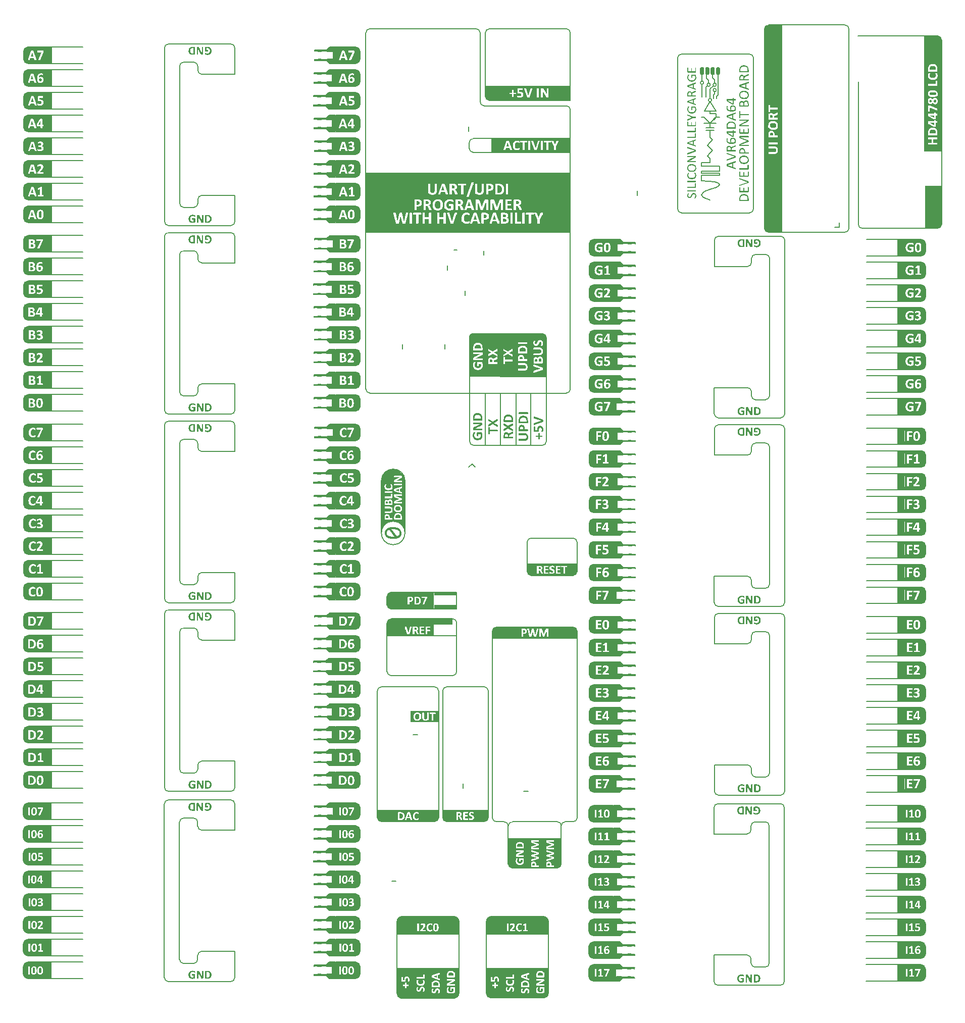
<source format=gto>
G04*
G04 #@! TF.GenerationSoftware,Altium Limited,Altium Designer,25.8.1 (18)*
G04*
G04 Layer_Color=65535*
%FSLAX44Y44*%
%MOMM*%
G71*
G04*
G04 #@! TF.SameCoordinates,F625E077-19EE-4E80-AD8A-59A8E9CBE096*
G04*
G04*
G04 #@! TF.FilePolarity,Positive*
G04*
G01*
G75*
%ADD10C,0.2000*%
%ADD11C,0.1500*%
%ADD12C,0.1524*%
%ADD13R,3.8100X0.5080*%
%ADD14R,3.8249X0.6350*%
%ADD15R,8.8392X1.0160*%
%ADD16R,0.7809X4.9530*%
%ADD17R,0.7634X4.9530*%
%ADD18R,8.8900X0.1931*%
%ADD19R,0.4840X3.1517*%
%ADD20R,0.4773X4.2243*%
%ADD21R,10.3900X0.5129*%
%ADD22R,0.9010X4.2242*%
%ADD23R,0.9010X4.2243*%
%ADD24R,0.4840X4.2857*%
%ADD25R,1.0796X2.7700*%
%ADD26R,3.7703X0.4773*%
%ADD27R,3.1517X0.4840*%
%ADD28R,1.2267X2.7700*%
G36*
X182798Y367299D02*
X149988D01*
Y369481D01*
X150078Y369570D01*
X170219D01*
X175270Y374621D01*
X182982D01*
X182798Y367299D01*
D02*
G37*
G36*
X-37233Y374781D02*
X-37039Y374764D01*
X-37004D01*
X-36916Y374746D01*
X-36792Y374729D01*
X-36669Y374693D01*
X-36651Y374676D01*
X-36598Y374658D01*
X-36546Y374605D01*
X-36493Y374552D01*
Y374535D01*
X-36475Y374499D01*
X-36458Y374376D01*
Y362565D01*
Y362548D01*
Y362495D01*
X-36475Y362407D01*
X-36493Y362301D01*
X-36528Y362178D01*
X-36563Y362054D01*
X-36634Y361949D01*
X-36722Y361843D01*
X-36740Y361825D01*
X-36775Y361808D01*
X-36828Y361772D01*
X-36916Y361719D01*
X-37022Y361666D01*
X-37127Y361631D01*
X-37268Y361614D01*
X-37409Y361596D01*
X-39084D01*
X-39296Y361631D01*
X-39507Y361666D01*
X-39525D01*
X-39560Y361684D01*
X-39666Y361719D01*
X-39824Y361790D01*
X-39983Y361896D01*
X-40001D01*
X-40018Y361913D01*
X-40106Y362001D01*
X-40230Y362125D01*
X-40371Y362319D01*
X-40388Y362336D01*
X-40406Y362372D01*
X-40441Y362424D01*
X-40494Y362495D01*
X-40547Y362601D01*
X-40618Y362706D01*
X-40741Y362971D01*
X-43297Y367783D01*
X-43315Y367801D01*
X-43332Y367854D01*
X-43385Y367942D01*
X-43438Y368048D01*
X-43509Y368189D01*
X-43579Y368330D01*
X-43738Y368647D01*
X-43755Y368665D01*
X-43773Y368717D01*
X-43808Y368806D01*
X-43861Y368894D01*
X-43932Y369035D01*
X-44002Y369158D01*
X-44143Y369476D01*
X-44161Y369493D01*
X-44178Y369546D01*
X-44214Y369634D01*
X-44267Y369740D01*
X-44337Y369863D01*
X-44408Y370004D01*
X-44549Y370304D01*
X-44566Y370322D01*
X-44584Y370374D01*
X-44619Y370445D01*
X-44672Y370551D01*
X-44725Y370674D01*
X-44795Y370815D01*
X-44919Y371115D01*
X-44936D01*
Y371080D01*
Y370992D01*
X-44919Y370850D01*
Y370674D01*
X-44901Y370445D01*
Y370198D01*
X-44883Y369934D01*
Y369652D01*
Y369634D01*
Y369617D01*
Y369511D01*
Y369370D01*
Y369176D01*
Y368947D01*
Y368700D01*
Y368171D01*
Y362001D01*
Y361984D01*
Y361931D01*
X-44901Y361878D01*
X-44936Y361825D01*
X-44954Y361808D01*
X-44989Y361772D01*
X-45042Y361719D01*
X-45130Y361684D01*
X-45166Y361666D01*
X-45236Y361649D01*
X-45359Y361614D01*
X-45518Y361596D01*
X-45553D01*
X-45606Y361578D01*
X-45677D01*
X-45871Y361561D01*
X-46329D01*
X-46505Y361578D01*
X-46699Y361596D01*
X-46734D01*
X-46823Y361614D01*
X-46946Y361631D01*
X-47052Y361684D01*
X-47069Y361702D01*
X-47122Y361719D01*
X-47193Y361772D01*
X-47246Y361825D01*
X-47263Y361843D01*
X-47281Y361878D01*
X-47298Y361931D01*
Y362001D01*
Y373812D01*
Y373829D01*
Y373847D01*
X-47281Y373953D01*
X-47263Y374094D01*
X-47210Y374235D01*
X-47193Y374270D01*
X-47158Y374341D01*
X-47069Y374429D01*
X-46981Y374535D01*
X-46964Y374552D01*
X-46893Y374605D01*
X-46787Y374658D01*
X-46664Y374711D01*
X-46629D01*
X-46540Y374729D01*
X-46417Y374746D01*
X-46276Y374764D01*
X-45024D01*
X-44936Y374746D01*
X-44725Y374729D01*
X-44513Y374693D01*
X-44496D01*
X-44478Y374676D01*
X-44355Y374640D01*
X-44214Y374552D01*
X-44037Y374446D01*
X-44020Y374429D01*
X-44002Y374411D01*
X-43914Y374305D01*
X-43773Y374147D01*
X-43614Y373935D01*
Y373918D01*
X-43579Y373882D01*
X-43544Y373812D01*
X-43491Y373706D01*
X-43420Y373600D01*
X-43350Y373459D01*
X-43262Y373283D01*
X-43174Y373107D01*
X-39913Y366972D01*
X-39895Y366955D01*
X-39860Y366867D01*
X-39807Y366761D01*
X-39736Y366602D01*
X-39648Y366426D01*
X-39542Y366232D01*
X-39437Y366003D01*
X-39331Y365774D01*
X-39313Y365738D01*
X-39278Y365668D01*
X-39225Y365545D01*
X-39155Y365386D01*
X-39084Y365192D01*
X-38996Y364980D01*
X-38820Y364540D01*
X-38784D01*
Y364575D01*
X-38802Y364663D01*
Y364804D01*
X-38820Y364998D01*
Y365227D01*
X-38837Y365474D01*
X-38855Y366003D01*
Y366038D01*
Y366126D01*
Y366267D01*
X-38872Y366461D01*
Y366690D01*
Y366937D01*
Y367219D01*
Y367501D01*
Y374376D01*
Y374394D01*
Y374429D01*
X-38837Y374482D01*
X-38802Y374552D01*
X-38784Y374570D01*
X-38767Y374605D01*
X-38696Y374640D01*
X-38608Y374693D01*
X-38590D01*
X-38520Y374729D01*
X-38396Y374746D01*
X-38238Y374764D01*
X-38203D01*
X-38150Y374781D01*
X-38079D01*
X-37885Y374799D01*
X-37427D01*
X-37233Y374781D01*
D02*
G37*
G36*
X-28807Y374958D02*
X-28649D01*
X-28472Y374940D01*
X-28278Y374922D01*
X-27838Y374869D01*
X-27362Y374781D01*
X-26868Y374676D01*
X-26392Y374535D01*
X-26374D01*
X-26339Y374517D01*
X-26269Y374482D01*
X-26181Y374446D01*
X-26075Y374394D01*
X-25951Y374341D01*
X-25652Y374200D01*
X-25334Y374006D01*
X-24964Y373794D01*
X-24612Y373530D01*
X-24277Y373230D01*
X-24259Y373213D01*
X-24242Y373195D01*
X-24189Y373142D01*
X-24136Y373072D01*
X-23977Y372895D01*
X-23783Y372649D01*
X-23572Y372331D01*
X-23360Y371979D01*
X-23149Y371573D01*
X-22955Y371133D01*
Y371115D01*
X-22937Y371080D01*
X-22919Y371009D01*
X-22884Y370921D01*
X-22849Y370798D01*
X-22814Y370657D01*
X-22778Y370498D01*
X-22743Y370322D01*
X-22690Y370128D01*
X-22655Y369898D01*
X-22585Y369423D01*
X-22532Y368894D01*
X-22514Y368330D01*
Y368312D01*
Y368259D01*
Y368171D01*
Y368048D01*
X-22532Y367907D01*
Y367748D01*
X-22549Y367572D01*
X-22567Y367360D01*
X-22638Y366902D01*
X-22708Y366426D01*
X-22831Y365932D01*
X-22990Y365439D01*
Y365421D01*
X-23008Y365386D01*
X-23043Y365315D01*
X-23078Y365227D01*
X-23131Y365104D01*
X-23202Y364980D01*
X-23343Y364681D01*
X-23537Y364346D01*
X-23783Y363976D01*
X-24048Y363605D01*
X-24365Y363253D01*
X-24383Y363235D01*
X-24400Y363218D01*
X-24453Y363165D01*
X-24524Y363112D01*
X-24612Y363024D01*
X-24718Y362936D01*
X-24982Y362742D01*
X-25282Y362530D01*
X-25652Y362301D01*
X-26075Y362072D01*
X-26533Y361878D01*
X-26551D01*
X-26586Y361860D01*
X-26657Y361825D01*
X-26762Y361808D01*
X-26868Y361755D01*
X-27009Y361719D01*
X-27185Y361684D01*
X-27362Y361631D01*
X-27556Y361578D01*
X-27785Y361543D01*
X-28261Y361455D01*
X-28790Y361402D01*
X-29354Y361384D01*
X-29671D01*
X-29865Y361402D01*
X-30112Y361420D01*
X-30376Y361437D01*
X-30905Y361508D01*
X-30940D01*
X-31028Y361525D01*
X-31152Y361561D01*
X-31328Y361596D01*
X-31522Y361631D01*
X-31716Y361684D01*
X-32139Y361808D01*
X-32156D01*
X-32227Y361843D01*
X-32333Y361860D01*
X-32438Y361913D01*
X-32720Y362019D01*
X-32861Y362090D01*
X-33003Y362160D01*
X-33020D01*
X-33055Y362195D01*
X-33126Y362230D01*
X-33196Y362266D01*
X-33355Y362389D01*
X-33443Y362442D01*
X-33496Y362495D01*
X-33514Y362513D01*
X-33567Y362601D01*
X-33637Y362724D01*
X-33690Y362900D01*
Y362918D01*
X-33708Y362953D01*
Y363006D01*
X-33725Y363094D01*
X-33743Y363200D01*
Y363341D01*
X-33760Y363500D01*
Y363676D01*
Y363694D01*
Y363729D01*
Y363782D01*
Y363835D01*
X-33743Y364011D01*
X-33725Y364170D01*
Y364205D01*
X-33708Y364293D01*
X-33690Y364399D01*
X-33655Y364522D01*
Y364540D01*
X-33619Y364593D01*
X-33584Y364646D01*
X-33531Y364698D01*
X-33514D01*
X-33496Y364716D01*
X-33390Y364734D01*
X-33373D01*
X-33284Y364716D01*
X-33143Y364663D01*
X-32950Y364557D01*
X-32932D01*
X-32897Y364522D01*
X-32826Y364487D01*
X-32756Y364434D01*
X-32632Y364381D01*
X-32509Y364311D01*
X-32350Y364240D01*
X-32174Y364170D01*
X-32156Y364152D01*
X-32086Y364134D01*
X-31980Y364081D01*
X-31839Y364029D01*
X-31680Y363976D01*
X-31469Y363905D01*
X-31257Y363835D01*
X-31011Y363764D01*
X-30975Y363746D01*
X-30887Y363729D01*
X-30746Y363694D01*
X-30570Y363658D01*
X-30341Y363623D01*
X-30059Y363605D01*
X-29759Y363570D01*
X-29283D01*
X-29107Y363588D01*
X-28878Y363605D01*
X-28596Y363658D01*
X-28314Y363711D01*
X-28014Y363799D01*
X-27714Y363905D01*
X-27679Y363923D01*
X-27591Y363958D01*
X-27432Y364046D01*
X-27256Y364152D01*
X-27044Y364293D01*
X-26833Y364452D01*
X-26604Y364646D01*
X-26392Y364857D01*
X-26374Y364892D01*
X-26304Y364963D01*
X-26198Y365086D01*
X-26075Y365262D01*
X-25951Y365474D01*
X-25810Y365721D01*
X-25669Y366003D01*
X-25546Y366302D01*
Y366320D01*
X-25528Y366338D01*
Y366391D01*
X-25511Y366443D01*
X-25458Y366620D01*
X-25405Y366849D01*
X-25352Y367131D01*
X-25317Y367448D01*
X-25282Y367801D01*
X-25264Y368171D01*
Y368189D01*
Y368224D01*
Y368277D01*
Y368365D01*
X-25282Y368453D01*
Y368577D01*
X-25299Y368841D01*
X-25334Y369158D01*
X-25387Y369493D01*
X-25458Y369828D01*
X-25564Y370163D01*
Y370181D01*
X-25581Y370198D01*
X-25617Y370304D01*
X-25687Y370463D01*
X-25775Y370657D01*
X-25899Y370886D01*
X-26040Y371115D01*
X-26198Y371362D01*
X-26392Y371591D01*
X-26410Y371608D01*
X-26498Y371679D01*
X-26604Y371785D01*
X-26762Y371926D01*
X-26939Y372067D01*
X-27168Y372208D01*
X-27415Y372349D01*
X-27679Y372472D01*
X-27697D01*
X-27714Y372490D01*
X-27820Y372507D01*
X-27961Y372560D01*
X-28173Y372613D01*
X-28419Y372666D01*
X-28701Y372701D01*
X-29019Y372737D01*
X-29354Y372754D01*
X-29530D01*
X-29636Y372737D01*
X-29777D01*
X-29918Y372719D01*
X-30235Y372666D01*
X-30253D01*
X-30306Y372649D01*
X-30394Y372613D01*
X-30499Y372578D01*
X-30623Y372543D01*
X-30764Y372490D01*
X-31063Y372349D01*
Y369299D01*
X-28525D01*
X-28455Y369264D01*
X-28366Y369193D01*
X-28314Y369141D01*
X-28278Y369070D01*
Y369052D01*
X-28261Y369017D01*
X-28243Y368964D01*
Y368894D01*
X-28225Y368788D01*
X-28208Y368647D01*
X-28190Y368488D01*
Y368294D01*
Y368277D01*
Y368242D01*
Y368189D01*
Y368136D01*
Y367977D01*
X-28208Y367818D01*
Y367801D01*
Y367783D01*
X-28225Y367713D01*
X-28243Y367607D01*
X-28278Y367519D01*
X-28296Y367501D01*
X-28314Y367448D01*
X-28349Y367395D01*
X-28402Y367342D01*
X-28419Y367325D01*
X-28455Y367307D01*
X-28507Y367290D01*
X-28560Y367272D01*
X-33091D01*
X-33196Y367307D01*
X-33284Y367342D01*
X-33302Y367360D01*
X-33373Y367378D01*
X-33443Y367431D01*
X-33514Y367519D01*
X-33531Y367537D01*
X-33567Y367589D01*
X-33619Y367677D01*
X-33672Y367783D01*
X-33690Y367801D01*
X-33708Y367871D01*
X-33725Y367995D01*
Y368136D01*
Y373371D01*
Y373389D01*
Y373424D01*
Y373477D01*
X-33708Y373548D01*
X-33672Y373724D01*
X-33602Y373900D01*
Y373918D01*
X-33584Y373935D01*
X-33514Y374023D01*
X-33443Y374094D01*
X-33373Y374147D01*
X-33284Y374217D01*
X-33161Y374270D01*
X-33143D01*
X-33108Y374288D01*
X-33038Y374323D01*
X-32950Y374341D01*
X-32826Y374394D01*
X-32685Y374429D01*
X-32527Y374482D01*
X-32350Y374535D01*
X-32333D01*
X-32262Y374552D01*
X-32174Y374588D01*
X-32051Y374623D01*
X-31892Y374658D01*
X-31733Y374693D01*
X-31346Y374764D01*
X-31328D01*
X-31257Y374781D01*
X-31152Y374799D01*
X-31011Y374817D01*
X-30852Y374852D01*
X-30676Y374869D01*
X-30288Y374922D01*
X-30200D01*
X-30094Y374940D01*
X-29953D01*
X-29794Y374958D01*
X-29618D01*
X-29213Y374975D01*
X-28948D01*
X-28807Y374958D01*
D02*
G37*
G36*
X-50806Y374729D02*
X-50736D01*
X-50560Y374658D01*
X-50454Y374623D01*
X-50366Y374552D01*
Y374535D01*
X-50330Y374517D01*
X-50295Y374464D01*
X-50260Y374394D01*
X-50225Y374305D01*
X-50189Y374200D01*
X-50172Y374076D01*
X-50154Y373918D01*
Y362442D01*
Y362424D01*
Y362372D01*
X-50172Y362283D01*
X-50189Y362195D01*
X-50242Y361984D01*
X-50295Y361896D01*
X-50366Y361808D01*
X-50383Y361790D01*
X-50401Y361772D01*
X-50454Y361737D01*
X-50524Y361702D01*
X-50701Y361631D01*
X-50806Y361596D01*
X-54614D01*
X-54755Y361614D01*
X-54931D01*
X-55125Y361631D01*
X-55337Y361649D01*
X-55813Y361702D01*
X-56306Y361772D01*
X-56800Y361878D01*
X-57276Y362019D01*
X-57293D01*
X-57329Y362037D01*
X-57399Y362054D01*
X-57487Y362090D01*
X-57593Y362142D01*
X-57716Y362195D01*
X-57998Y362319D01*
X-58316Y362495D01*
X-58668Y362706D01*
X-59021Y362953D01*
X-59338Y363235D01*
X-59356Y363253D01*
X-59373Y363271D01*
X-59426Y363324D01*
X-59479Y363376D01*
X-59638Y363553D01*
X-59814Y363782D01*
X-60026Y364081D01*
X-60237Y364416D01*
X-60449Y364822D01*
X-60625Y365245D01*
Y365262D01*
X-60643Y365298D01*
X-60660Y365368D01*
X-60696Y365456D01*
X-60731Y365562D01*
X-60766Y365703D01*
X-60801Y365862D01*
X-60854Y366038D01*
X-60889Y366232D01*
X-60925Y366426D01*
X-60995Y366902D01*
X-61048Y367431D01*
X-61066Y367995D01*
Y368012D01*
Y368065D01*
Y368171D01*
Y368294D01*
X-61048Y368453D01*
Y368629D01*
X-61030Y368841D01*
X-61013Y369052D01*
X-60942Y369546D01*
X-60872Y370057D01*
X-60748Y370568D01*
X-60590Y371080D01*
Y371097D01*
X-60572Y371133D01*
X-60537Y371203D01*
X-60502Y371291D01*
X-60449Y371397D01*
X-60396Y371520D01*
X-60237Y371820D01*
X-60043Y372155D01*
X-59814Y372507D01*
X-59550Y372860D01*
X-59232Y373177D01*
X-59215D01*
X-59197Y373213D01*
X-59144Y373248D01*
X-59074Y373301D01*
X-58986Y373371D01*
X-58880Y373459D01*
X-58633Y373636D01*
X-58316Y373829D01*
X-57946Y374023D01*
X-57540Y374217D01*
X-57082Y374376D01*
X-57064D01*
X-57029Y374394D01*
X-56958Y374411D01*
X-56853Y374429D01*
X-56729Y374464D01*
X-56588Y374499D01*
X-56412Y374535D01*
X-56236Y374552D01*
X-56024Y374588D01*
X-55795Y374623D01*
X-55548Y374658D01*
X-55284Y374693D01*
X-54702Y374729D01*
X-54068Y374746D01*
X-50877D01*
X-50806Y374729D01*
D02*
G37*
G36*
X1194642Y393250D02*
X1195317Y393250D01*
X1196642Y392986D01*
X1197890Y392469D01*
X1199014Y391719D01*
X1199969Y390764D01*
X1200720Y389640D01*
X1201236Y388392D01*
X1201500Y387067D01*
X1201500Y386392D01*
X1201500Y386392D01*
Y356557D01*
X1201350Y356561D01*
Y199750D01*
X1172250D01*
Y357376D01*
X1173430D01*
X1172250Y357411D01*
Y393250D01*
X1194642Y393250D01*
D02*
G37*
G36*
X183040Y346979D02*
X175270D01*
X170219Y352030D01*
X150078D01*
X149988Y352119D01*
Y354301D01*
X182856D01*
X183040Y346979D01*
D02*
G37*
G36*
X-330161Y372230D02*
X-300352D01*
Y348947D01*
X-330161D01*
Y346950D01*
X-333075D01*
X-337781Y351656D01*
Y369593D01*
X-332724Y374650D01*
X-330161D01*
Y372230D01*
D02*
G37*
G36*
X226497Y369564D02*
Y351627D01*
X221792Y346921D01*
X218877D01*
Y348948D01*
X187372D01*
Y372231D01*
X218877D01*
Y374621D01*
X221440D01*
X226497Y369564D01*
D02*
G37*
G36*
X801742Y340682D02*
X802689Y339735D01*
X803201Y338498D01*
Y337829D01*
X803201Y337829D01*
X803201Y331097D01*
Y330428D01*
X802689Y329190D01*
X801742Y328244D01*
X800505Y327731D01*
X799166D01*
X797929Y328244D01*
X796982Y329190D01*
X796470Y330428D01*
Y331097D01*
X796469Y331097D01*
X796469Y337829D01*
Y338498D01*
X796982Y339735D01*
X797929Y340682D01*
X799166Y341195D01*
X800505D01*
X801742Y340682D01*
D02*
G37*
G36*
X789338Y339910D02*
X789455Y339890D01*
X789474D01*
X789552Y339871D01*
X789630Y339851D01*
X789708Y339813D01*
X789727D01*
X789766Y339774D01*
X789805Y339735D01*
X789844Y339677D01*
Y339657D01*
X789863Y339638D01*
X789883Y339521D01*
Y332526D01*
X789863Y332409D01*
X789824Y332254D01*
X789727Y332079D01*
X789688Y332040D01*
X789649Y332021D01*
X789591Y331982D01*
X789494Y331943D01*
X789397Y331904D01*
X789261Y331885D01*
X789105Y331865D01*
X776184D01*
X776164D01*
X776106D01*
X776028Y331885D01*
X775931D01*
X775737Y331963D01*
X775639Y332001D01*
X775562Y332079D01*
Y332099D01*
X775542Y332118D01*
X775465Y332234D01*
X775406Y332390D01*
X775387Y332565D01*
Y339502D01*
X775406Y339560D01*
X775445Y339599D01*
Y339618D01*
X775484Y339638D01*
X775523Y339677D01*
X775581Y339715D01*
X775601Y339735D01*
X775639Y339754D01*
X775737Y339774D01*
X775834Y339793D01*
X775853D01*
X775931Y339813D01*
X776048Y339832D01*
X776203D01*
X776242D01*
X776320D01*
X776456Y339813D01*
X776572Y339793D01*
X776592D01*
X776650Y339774D01*
X776805Y339715D01*
X776825D01*
X776864Y339696D01*
X776903Y339657D01*
X776941Y339599D01*
Y339579D01*
X776961Y339560D01*
X776980Y339443D01*
Y333789D01*
X781547D01*
Y338705D01*
X781566Y338763D01*
X781605Y338802D01*
X781624Y338822D01*
X781644Y338841D01*
X781760Y338919D01*
X781780Y338938D01*
X781819Y338958D01*
X781896Y338977D01*
X781993Y338997D01*
X782013D01*
X782091Y339016D01*
X782207Y339035D01*
X782363D01*
X782402D01*
X782479D01*
X782596Y339016D01*
X782712Y338997D01*
X782732D01*
X782790Y338977D01*
X782946Y338919D01*
X782965D01*
X782984Y338899D01*
X783062Y338802D01*
Y338783D01*
X783082Y338763D01*
X783101Y338647D01*
Y333789D01*
X788289D01*
Y339579D01*
X788309Y339638D01*
X788347Y339677D01*
Y339696D01*
X788386Y339715D01*
X788425Y339774D01*
X788483Y339813D01*
X788503Y339832D01*
X788542Y339851D01*
X788639Y339871D01*
X788736Y339890D01*
X788755D01*
X788833Y339910D01*
X788950Y339929D01*
X789105D01*
X789144D01*
X789222D01*
X789338Y339910D01*
D02*
G37*
G36*
X870544Y343921D02*
X870752D01*
X870981Y343900D01*
X871231Y343879D01*
X871772Y343817D01*
X872376Y343713D01*
X872980Y343588D01*
X873564Y343421D01*
X873585D01*
X873626Y343400D01*
X873709Y343358D01*
X873814Y343317D01*
X873939Y343275D01*
X874084Y343213D01*
X874438Y343046D01*
X874834Y342817D01*
X875251Y342567D01*
X875667Y342255D01*
X876063Y341900D01*
X876084Y341880D01*
X876105Y341859D01*
X876146Y341796D01*
X876230Y341734D01*
X876396Y341526D01*
X876605Y341234D01*
X876854Y340880D01*
X877104Y340463D01*
X877334Y340005D01*
X877542Y339484D01*
Y339464D01*
X877563Y339422D01*
X877583Y339339D01*
X877625Y339235D01*
X877646Y339089D01*
X877688Y338922D01*
X877729Y338735D01*
X877771Y338526D01*
X877833Y338276D01*
X877875Y338006D01*
X877917Y337735D01*
X877937Y337422D01*
X878000Y336777D01*
X878021Y336048D01*
Y332715D01*
X878000Y332590D01*
X877958Y332424D01*
X877854Y332236D01*
X877813Y332195D01*
X877771Y332174D01*
X877708Y332132D01*
X877604Y332090D01*
X877500Y332049D01*
X877354Y332028D01*
X877188Y332007D01*
X863337D01*
X863316D01*
X863254D01*
X863170Y332028D01*
X863066D01*
X862858Y332111D01*
X862754Y332153D01*
X862671Y332236D01*
Y332257D01*
X862650Y332278D01*
X862567Y332403D01*
X862504Y332570D01*
X862483Y332757D01*
Y336610D01*
X862504Y336798D01*
Y336985D01*
X862525Y337214D01*
X862546Y337464D01*
X862608Y337985D01*
X862712Y338568D01*
X862837Y339130D01*
X863025Y339672D01*
Y339693D01*
X863046Y339734D01*
X863087Y339818D01*
X863129Y339901D01*
X863170Y340026D01*
X863233Y340172D01*
X863400Y340484D01*
X863629Y340859D01*
X863879Y341255D01*
X864170Y341630D01*
X864524Y342005D01*
X864545Y342025D01*
X864566Y342046D01*
X864628Y342088D01*
X864691Y342171D01*
X864899Y342338D01*
X865191Y342546D01*
X865524Y342775D01*
X865941Y343025D01*
X866399Y343233D01*
X866899Y343442D01*
X866919D01*
X866961Y343463D01*
X867045Y343483D01*
X867149Y343525D01*
X867274Y343567D01*
X867419Y343608D01*
X867607Y343650D01*
X867815Y343692D01*
X868273Y343775D01*
X868815Y343858D01*
X869398Y343921D01*
X870044Y343942D01*
X870065D01*
X870127D01*
X870231D01*
X870377D01*
X870544Y343921D01*
D02*
G37*
G36*
X182248Y329199D02*
X149438D01*
Y331381D01*
X149528Y331470D01*
X169669D01*
X174720Y336521D01*
X182432D01*
X182248Y329199D01*
D02*
G37*
G36*
X828669Y340682D02*
X829615Y339736D01*
X830128Y338498D01*
Y337829D01*
X830128Y337829D01*
X830128Y331097D01*
Y330428D01*
X829615Y329191D01*
X828669Y328244D01*
X827431Y327732D01*
X826093D01*
X824855Y328244D01*
X823908Y329191D01*
X823396Y330428D01*
Y331097D01*
X823396Y331097D01*
X823396Y337829D01*
Y338498D01*
X823909Y339736D01*
X824855Y340682D01*
X826093Y341195D01*
X827432D01*
X828669Y340682D01*
D02*
G37*
G36*
X810717Y340682D02*
X811664Y339736D01*
X812177Y338499D01*
Y337829D01*
X812177Y337829D01*
X812177Y331097D01*
Y330428D01*
X811664Y329191D01*
X810717Y328244D01*
X809480Y327732D01*
X808141D01*
X806904Y328244D01*
X805957Y329191D01*
X805445Y330428D01*
Y331097D01*
X805445Y331097D01*
X805445Y337829D01*
Y338499D01*
X805957Y339736D01*
X806904Y340682D01*
X808141Y341195D01*
X809480D01*
X810717Y340682D01*
D02*
G37*
G36*
X819693Y340682D02*
X820640Y339736D01*
X821152Y338498D01*
Y337829D01*
X821152Y337829D01*
X821152Y331097D01*
Y330428D01*
X820640Y329191D01*
X819693Y328244D01*
X818456Y327732D01*
X817117D01*
X815880Y328244D01*
X814933Y329191D01*
X814421Y330428D01*
Y331097D01*
X814420D01*
X814421Y337829D01*
Y338498D01*
X814933Y339736D01*
X815880Y340682D01*
X817117Y341195D01*
X818456D01*
X819693Y340682D01*
D02*
G37*
G36*
X877896Y328966D02*
X877937Y328925D01*
X877958Y328883D01*
X878000Y328800D01*
Y328779D01*
X878021Y328716D01*
Y328612D01*
X878042Y328466D01*
Y328425D01*
X878063Y328321D01*
X878083Y328133D01*
Y327717D01*
X878063Y327550D01*
X878042Y327383D01*
Y327363D01*
X878021Y327279D01*
X878000Y327175D01*
X877979Y327071D01*
Y327050D01*
X877937Y327009D01*
X877917Y326946D01*
X877854Y326884D01*
X877833D01*
X877792Y326842D01*
X877708Y326821D01*
X877604Y326779D01*
X873939Y325342D01*
X873918Y325321D01*
X873834Y325301D01*
X873709Y325259D01*
X873564Y325176D01*
X873376Y325113D01*
X873189Y325009D01*
X872793Y324822D01*
X872772Y324801D01*
X872710Y324780D01*
X872606Y324717D01*
X872481Y324634D01*
X872189Y324426D01*
X871897Y324176D01*
X871877Y324155D01*
X871835Y324113D01*
X871772Y324030D01*
X871689Y323926D01*
X871585Y323801D01*
X871502Y323655D01*
X871314Y323301D01*
X871293Y323280D01*
X871273Y323218D01*
X871231Y323114D01*
X871189Y322968D01*
X871148Y322780D01*
X871127Y322572D01*
X871085Y322343D01*
Y320718D01*
X877708D01*
X877729D01*
X877771D01*
X877833Y320698D01*
X877896Y320656D01*
Y320635D01*
X877937Y320614D01*
X877958Y320552D01*
X878000Y320468D01*
Y320448D01*
X878021Y320385D01*
Y320302D01*
X878042Y320156D01*
Y320114D01*
X878063Y320031D01*
X878083Y319885D01*
Y319510D01*
X878063Y319344D01*
X878042Y319177D01*
Y319156D01*
X878021Y319073D01*
Y318969D01*
X878000Y318865D01*
Y318844D01*
X877979Y318802D01*
X877937Y318740D01*
X877896Y318698D01*
X877875D01*
X877833Y318677D01*
X877708Y318656D01*
X863337D01*
X863316D01*
X863254D01*
X863170Y318677D01*
X863066D01*
X862858Y318761D01*
X862754Y318802D01*
X862671Y318885D01*
Y318906D01*
X862650Y318927D01*
X862567Y319052D01*
X862504Y319219D01*
X862483Y319406D01*
Y323051D01*
X862504Y323384D01*
X862525Y323697D01*
Y323843D01*
X862546Y323926D01*
X862567Y324155D01*
X862587Y324405D01*
Y324447D01*
X862608Y324551D01*
X862650Y324717D01*
X862712Y324947D01*
X862775Y325176D01*
X862858Y325446D01*
X863087Y325988D01*
X863108Y326009D01*
X863150Y326113D01*
X863212Y326238D01*
X863316Y326384D01*
X863441Y326571D01*
X863587Y326758D01*
X863754Y326946D01*
X863941Y327133D01*
X863962Y327154D01*
X864024Y327217D01*
X864129Y327300D01*
X864274Y327404D01*
X864441Y327508D01*
X864649Y327633D01*
X864858Y327737D01*
X865107Y327842D01*
X865128Y327862D01*
X865232Y327883D01*
X865357Y327925D01*
X865545Y327967D01*
X865753Y328008D01*
X866003Y328050D01*
X866295Y328092D01*
X866586D01*
X866628D01*
X866711D01*
X866857Y328071D01*
X867045D01*
X867274Y328029D01*
X867503Y327987D01*
X867732Y327946D01*
X867982Y327862D01*
X868003D01*
X868086Y327821D01*
X868211Y327779D01*
X868357Y327717D01*
X868523Y327633D01*
X868711Y327529D01*
X869086Y327258D01*
X869107Y327238D01*
X869169Y327196D01*
X869252Y327113D01*
X869356Y326988D01*
X869481Y326842D01*
X869627Y326696D01*
X869752Y326509D01*
X869898Y326300D01*
X869919Y326279D01*
X869960Y326196D01*
X870023Y326092D01*
X870106Y325946D01*
X870190Y325759D01*
X870294Y325550D01*
X870398Y325321D01*
X870481Y325071D01*
Y325092D01*
X870502Y325134D01*
X870544Y325217D01*
X870606Y325301D01*
X870731Y325530D01*
X870919Y325780D01*
X870939Y325800D01*
X870960Y325842D01*
X871023Y325884D01*
X871085Y325967D01*
X871293Y326155D01*
X871543Y326363D01*
X871564Y326384D01*
X871606Y326404D01*
X871689Y326467D01*
X871772Y326529D01*
X871897Y326613D01*
X872043Y326696D01*
X872376Y326863D01*
X872397Y326884D01*
X872460Y326904D01*
X872543Y326946D01*
X872668Y327009D01*
X872835Y327092D01*
X873001Y327175D01*
X873418Y327342D01*
X876834Y328737D01*
X876854D01*
X876896Y328758D01*
X876979Y328800D01*
X877063Y328820D01*
X877271Y328904D01*
X877354Y328925D01*
X877438Y328946D01*
X877458Y328966D01*
X877542Y328987D01*
X877625Y329008D01*
X877708D01*
X877729D01*
X877771D01*
X877896Y328966D01*
D02*
G37*
G36*
X933750Y319000D02*
X933736Y319139D01*
X933630Y319396D01*
X933600Y319426D01*
Y156074D01*
X933630Y156104D01*
X933736Y156361D01*
X933750Y156500D01*
X933709Y64000D01*
X910683D01*
X909358Y64264D01*
X908110Y64781D01*
X906986Y65531D01*
X906031Y66486D01*
X905281Y67610D01*
X904763Y68858D01*
X904500Y70182D01*
Y70858D01*
Y155788D01*
X904500D01*
Y319712D01*
X904500D01*
Y404642D01*
Y405317D01*
X904763Y406642D01*
X905281Y407890D01*
X906031Y409014D01*
X906986Y409969D01*
X908110Y410719D01*
X909358Y411236D01*
X910683Y411500D01*
X933709D01*
X933750Y319000D01*
D02*
G37*
G36*
X777622Y328271D02*
X777757Y328251D01*
X777777D01*
X777855Y328232D01*
X777932Y328212D01*
X778030Y328193D01*
X778049D01*
X778088Y328173D01*
X778127Y328135D01*
X778166Y328076D01*
X778185Y328037D01*
X778204Y327940D01*
Y327921D01*
X778185Y327824D01*
X778127Y327688D01*
X778010Y327474D01*
X777991Y327454D01*
X777971Y327416D01*
X777932Y327357D01*
X777874Y327260D01*
X777796Y327144D01*
X777719Y326988D01*
X777641Y326833D01*
X777544Y326638D01*
X777524Y326619D01*
X777505Y326541D01*
X777447Y326425D01*
X777388Y326289D01*
X777311Y326094D01*
X777233Y325881D01*
X777136Y325647D01*
X777058Y325375D01*
X777039Y325336D01*
X777019Y325239D01*
X776980Y325103D01*
X776941Y324890D01*
X776903Y324637D01*
X776883Y324346D01*
X776844Y324015D01*
Y323452D01*
X776864Y323335D01*
Y323218D01*
X776903Y322927D01*
X776961Y322597D01*
X777039Y322228D01*
X777136Y321858D01*
X777291Y321489D01*
Y321470D01*
X777311Y321450D01*
X777369Y321334D01*
X777466Y321159D01*
X777602Y320926D01*
X777777Y320673D01*
X777971Y320401D01*
X778224Y320129D01*
X778496Y319876D01*
X778535Y319857D01*
X778632Y319760D01*
X778807Y319643D01*
X779020Y319507D01*
X779293Y319332D01*
X779604Y319177D01*
X779953Y319002D01*
X780342Y318866D01*
X780361D01*
X780381Y318847D01*
X780439Y318827D01*
X780517Y318808D01*
X780614Y318788D01*
X780731Y318749D01*
X781022Y318691D01*
X781372Y318633D01*
X781760Y318575D01*
X782188Y318536D01*
X782635Y318516D01*
X782654D01*
X782693D01*
X782771D01*
X782868D01*
X782984Y318536D01*
X783140D01*
X783470Y318555D01*
X783859Y318613D01*
X784267Y318672D01*
X784694Y318769D01*
X785102Y318885D01*
X785122D01*
X785141Y318905D01*
X785200Y318924D01*
X785277Y318963D01*
X785472Y319041D01*
X785724Y319158D01*
X786016Y319313D01*
X786307Y319507D01*
X786618Y319721D01*
X786909Y319954D01*
X786948Y319993D01*
X787026Y320071D01*
X787162Y320226D01*
X787318Y320420D01*
X787512Y320654D01*
X787687Y320945D01*
X787881Y321256D01*
X788036Y321586D01*
Y321606D01*
X788056Y321625D01*
X788075Y321684D01*
X788095Y321761D01*
X788153Y321955D01*
X788211Y322208D01*
X788289Y322519D01*
X788347Y322869D01*
X788386Y323257D01*
X788406Y323665D01*
Y323918D01*
X788386Y324093D01*
X788367Y324307D01*
X788347Y324520D01*
X788250Y325026D01*
Y325065D01*
X788211Y325142D01*
X788192Y325278D01*
X788134Y325453D01*
X788056Y325647D01*
X787978Y325861D01*
X787765Y326328D01*
X783529D01*
Y322908D01*
X783509Y322830D01*
X783451Y322733D01*
X783354Y322655D01*
X783315Y322636D01*
X783198Y322616D01*
X783120Y322597D01*
X783023D01*
X782887Y322577D01*
X782751D01*
X782732D01*
X782712D01*
X782635D01*
X782518D01*
X782402Y322597D01*
X782382D01*
X782304Y322616D01*
X782227Y322636D01*
X782149Y322655D01*
X782130Y322674D01*
X782091Y322694D01*
X782052Y322733D01*
X782013Y322772D01*
X781993Y322791D01*
X781974Y322830D01*
X781955Y322888D01*
Y327629D01*
X781974Y327707D01*
X782013Y327804D01*
Y327824D01*
X782052Y327882D01*
X782091Y327940D01*
X782149Y328018D01*
X782168Y328037D01*
X782207Y328076D01*
X782285Y328135D01*
X782382Y328193D01*
X782402Y328212D01*
X782479Y328232D01*
X782596Y328251D01*
X782751D01*
X788270D01*
X788289D01*
X788309D01*
X788445Y328232D01*
X788600Y328212D01*
X788775Y328135D01*
X788814Y328115D01*
X788892Y328037D01*
X789008Y327921D01*
X789086Y327824D01*
X789144Y327707D01*
Y327688D01*
X789164Y327649D01*
X789202Y327590D01*
X789241Y327493D01*
X789299Y327377D01*
X789358Y327221D01*
X789416Y327066D01*
X789494Y326872D01*
Y326852D01*
X789533Y326794D01*
X789572Y326677D01*
X789610Y326541D01*
X789669Y326386D01*
X789708Y326211D01*
X789824Y325803D01*
Y325783D01*
X789844Y325706D01*
X789863Y325608D01*
X789883Y325453D01*
X789921Y325298D01*
X789941Y325103D01*
X789999Y324695D01*
Y324676D01*
X790018Y324598D01*
Y324501D01*
X790038Y324346D01*
X790057Y324190D01*
Y323996D01*
X790077Y323588D01*
Y323316D01*
X790057Y323160D01*
Y322985D01*
X790038Y322791D01*
X790018Y322597D01*
X789960Y322130D01*
X789863Y321625D01*
X789746Y321101D01*
X789572Y320595D01*
Y320576D01*
X789552Y320537D01*
X789513Y320459D01*
X789474Y320382D01*
X789416Y320265D01*
X789358Y320129D01*
X789183Y319818D01*
X788989Y319468D01*
X788736Y319099D01*
X788425Y318710D01*
X788095Y318361D01*
X788075Y318341D01*
X788056Y318322D01*
X787998Y318283D01*
X787920Y318205D01*
X787726Y318050D01*
X787434Y317836D01*
X787104Y317622D01*
X786715Y317389D01*
X786268Y317156D01*
X785782Y316962D01*
X785763D01*
X785724Y316942D01*
X785647Y316923D01*
X785549Y316884D01*
X785413Y316845D01*
X785277Y316806D01*
X785102Y316767D01*
X784908Y316729D01*
X784694Y316690D01*
X784461Y316651D01*
X783937Y316573D01*
X783373Y316515D01*
X782771Y316495D01*
X782751D01*
X782693D01*
X782596D01*
X782479D01*
X782324Y316515D01*
X782149D01*
X781955Y316534D01*
X781741Y316554D01*
X781255Y316612D01*
X780731Y316709D01*
X780206Y316826D01*
X779662Y317001D01*
X779642D01*
X779604Y317020D01*
X779526Y317059D01*
X779429Y317098D01*
X779312Y317156D01*
X779157Y317214D01*
X778846Y317389D01*
X778457Y317584D01*
X778068Y317836D01*
X777660Y318147D01*
X777272Y318477D01*
X777252Y318497D01*
X777233Y318516D01*
X777175Y318575D01*
X777116Y318652D01*
X776922Y318847D01*
X776708Y319119D01*
X776456Y319449D01*
X776203Y319837D01*
X775950Y320265D01*
X775737Y320751D01*
Y320770D01*
X775717Y320809D01*
X775678Y320887D01*
X775659Y320984D01*
X775601Y321101D01*
X775562Y321256D01*
X775523Y321431D01*
X775465Y321606D01*
X775368Y322053D01*
X775270Y322538D01*
X775212Y323102D01*
X775193Y323685D01*
Y323996D01*
X775212Y324190D01*
X775231Y324423D01*
X775251Y324695D01*
X775348Y325239D01*
Y325278D01*
X775368Y325356D01*
X775406Y325511D01*
X775445Y325686D01*
X775503Y325881D01*
X775562Y326094D01*
X775698Y326541D01*
Y326561D01*
X775737Y326638D01*
X775776Y326735D01*
X775814Y326872D01*
X775950Y327183D01*
X776125Y327493D01*
Y327513D01*
X776164Y327552D01*
X776203Y327629D01*
X776242Y327707D01*
X776378Y327882D01*
X776436Y327960D01*
X776495Y328018D01*
X776514Y328037D01*
X776592Y328096D01*
X776689Y328173D01*
X776825Y328232D01*
X776864Y328251D01*
X776961Y328271D01*
X777136Y328290D01*
X777369D01*
X777408D01*
X777505D01*
X777622Y328271D01*
D02*
G37*
G36*
X182490Y308880D02*
X174720D01*
X169669Y313930D01*
X149528D01*
X149438Y314020D01*
Y316201D01*
X182306D01*
X182490Y308880D01*
D02*
G37*
G36*
X-330161Y334172D02*
X-300331D01*
Y310493D01*
X-330161D01*
Y308850D01*
X-333075D01*
X-337781Y313556D01*
Y331493D01*
X-332724Y336550D01*
X-330161D01*
Y334172D01*
D02*
G37*
G36*
X226497Y331464D02*
Y313527D01*
X221792Y308821D01*
X218877D01*
Y310494D01*
X187164D01*
Y334173D01*
X218877D01*
Y336521D01*
X221440D01*
X226497Y331464D01*
D02*
G37*
G36*
X877813Y316136D02*
X877896Y316115D01*
X877958Y316053D01*
Y316032D01*
X878000Y315991D01*
X878021Y315886D01*
X878042Y315741D01*
Y315699D01*
X878063Y315595D01*
X878083Y315407D01*
Y314741D01*
X878063Y314553D01*
Y314512D01*
X878042Y314428D01*
Y314324D01*
X878021Y314220D01*
Y314199D01*
X878000Y314158D01*
X877917Y314053D01*
X877896D01*
X877854Y314012D01*
X877729Y313949D01*
X873939Y312616D01*
Y306160D01*
X877667Y304889D01*
X877688D01*
X877729Y304868D01*
X877875Y304785D01*
X877917Y304743D01*
X877937Y304702D01*
X877979Y304618D01*
Y304597D01*
X878000Y304535D01*
X878021Y304431D01*
X878042Y304285D01*
Y304244D01*
X878063Y304139D01*
X878083Y303973D01*
Y303556D01*
X878063Y303369D01*
X878042Y303181D01*
Y303140D01*
X878021Y303056D01*
X878000Y302952D01*
X877958Y302869D01*
X877937Y302848D01*
X877896Y302827D01*
X877813Y302806D01*
X877708Y302785D01*
X877688D01*
X877583Y302806D01*
X877458Y302827D01*
X877271Y302890D01*
X862858Y308097D01*
X862837D01*
X862775Y308138D01*
X862650Y308222D01*
X862629Y308242D01*
X862608Y308284D01*
X862567Y308347D01*
X862525Y308451D01*
X862504Y308472D01*
X862483Y308555D01*
X862462Y308680D01*
X862441Y308826D01*
Y308867D01*
X862421Y308992D01*
Y309846D01*
X862441Y310054D01*
Y310096D01*
X862462Y310200D01*
X862483Y310346D01*
X862525Y310471D01*
Y310492D01*
X862546Y310554D01*
X862587Y310638D01*
X862650Y310700D01*
X862671Y310721D01*
X862712Y310763D01*
X862775Y310804D01*
X862879Y310846D01*
X877292Y316053D01*
X877313D01*
X877334Y316074D01*
X877438Y316115D01*
X877583Y316136D01*
X877729Y316157D01*
X877750D01*
X877813Y316136D01*
D02*
G37*
G36*
X789688Y315058D02*
X789766Y315038D01*
X789824Y314980D01*
Y314960D01*
X789863Y314921D01*
X789883Y314824D01*
X789902Y314688D01*
Y314650D01*
X789921Y314552D01*
X789941Y314377D01*
Y313756D01*
X789921Y313581D01*
Y313542D01*
X789902Y313464D01*
Y313367D01*
X789883Y313270D01*
Y313250D01*
X789863Y313212D01*
X789785Y313114D01*
X789766D01*
X789727Y313076D01*
X789610Y313017D01*
X786074Y311774D01*
Y305750D01*
X789552Y304565D01*
X789572D01*
X789610Y304545D01*
X789746Y304468D01*
X789785Y304429D01*
X789805Y304390D01*
X789844Y304312D01*
Y304293D01*
X789863Y304234D01*
X789883Y304137D01*
X789902Y304001D01*
Y303962D01*
X789921Y303865D01*
X789941Y303710D01*
Y303321D01*
X789921Y303146D01*
X789902Y302971D01*
Y302933D01*
X789883Y302855D01*
X789863Y302758D01*
X789824Y302680D01*
X789805Y302661D01*
X789766Y302641D01*
X789688Y302622D01*
X789591Y302602D01*
X789572D01*
X789474Y302622D01*
X789358Y302641D01*
X789183Y302699D01*
X775737Y307557D01*
X775717D01*
X775659Y307596D01*
X775542Y307674D01*
X775523Y307693D01*
X775503Y307732D01*
X775465Y307790D01*
X775426Y307887D01*
X775406Y307907D01*
X775387Y307985D01*
X775368Y308101D01*
X775348Y308237D01*
Y308276D01*
X775329Y308393D01*
Y309189D01*
X775348Y309384D01*
Y309422D01*
X775368Y309520D01*
X775387Y309656D01*
X775426Y309772D01*
Y309792D01*
X775445Y309850D01*
X775484Y309928D01*
X775542Y309986D01*
X775562Y310005D01*
X775601Y310044D01*
X775659Y310083D01*
X775756Y310122D01*
X789202Y314980D01*
X789222D01*
X789241Y314999D01*
X789338Y315038D01*
X789474Y315058D01*
X789610Y315077D01*
X789630D01*
X789688Y315058D01*
D02*
G37*
G36*
X789766Y301300D02*
X789805Y301262D01*
X789824Y301223D01*
X789863Y301145D01*
Y301126D01*
X789883Y301067D01*
Y300970D01*
X789902Y300834D01*
Y300795D01*
X789921Y300698D01*
X789941Y300523D01*
Y300135D01*
X789921Y299979D01*
X789902Y299824D01*
Y299804D01*
X789883Y299727D01*
X789863Y299629D01*
X789844Y299532D01*
Y299513D01*
X789805Y299474D01*
X789785Y299416D01*
X789727Y299357D01*
X789708D01*
X789669Y299318D01*
X789591Y299299D01*
X789494Y299260D01*
X786074Y297919D01*
X786055Y297900D01*
X785977Y297880D01*
X785860Y297842D01*
X785724Y297764D01*
X785549Y297706D01*
X785375Y297609D01*
X785005Y297434D01*
X784986Y297414D01*
X784928Y297395D01*
X784830Y297336D01*
X784714Y297259D01*
X784442Y297064D01*
X784170Y296831D01*
X784150Y296812D01*
X784111Y296773D01*
X784053Y296695D01*
X783975Y296598D01*
X783878Y296481D01*
X783801Y296346D01*
X783626Y296015D01*
X783606Y295996D01*
X783587Y295937D01*
X783548Y295840D01*
X783509Y295704D01*
X783470Y295529D01*
X783451Y295335D01*
X783412Y295121D01*
Y293606D01*
X789591D01*
X789610D01*
X789649D01*
X789708Y293586D01*
X789766Y293547D01*
Y293528D01*
X789805Y293508D01*
X789824Y293450D01*
X789863Y293372D01*
Y293353D01*
X789883Y293295D01*
Y293217D01*
X789902Y293081D01*
Y293042D01*
X789921Y292964D01*
X789941Y292828D01*
Y292479D01*
X789921Y292323D01*
X789902Y292168D01*
Y292148D01*
X789883Y292071D01*
Y291973D01*
X789863Y291876D01*
Y291857D01*
X789844Y291818D01*
X789805Y291760D01*
X789766Y291721D01*
X789746D01*
X789708Y291701D01*
X789591Y291682D01*
X776184D01*
X776164D01*
X776106D01*
X776028Y291701D01*
X775931D01*
X775737Y291779D01*
X775639Y291818D01*
X775562Y291896D01*
Y291915D01*
X775542Y291935D01*
X775465Y292051D01*
X775406Y292207D01*
X775387Y292381D01*
Y295782D01*
X775406Y296093D01*
X775426Y296384D01*
Y296520D01*
X775445Y296598D01*
X775465Y296812D01*
X775484Y297045D01*
Y297084D01*
X775503Y297181D01*
X775542Y297336D01*
X775601Y297550D01*
X775659Y297764D01*
X775737Y298016D01*
X775950Y298522D01*
X775970Y298541D01*
X776009Y298638D01*
X776067Y298755D01*
X776164Y298891D01*
X776281Y299066D01*
X776417Y299241D01*
X776572Y299416D01*
X776747Y299590D01*
X776767Y299610D01*
X776825Y299668D01*
X776922Y299746D01*
X777058Y299843D01*
X777214Y299940D01*
X777408Y300057D01*
X777602Y300154D01*
X777835Y300251D01*
X777855Y300271D01*
X777952Y300290D01*
X778068Y300329D01*
X778243Y300368D01*
X778438Y300406D01*
X778671Y300445D01*
X778943Y300484D01*
X779215D01*
X779254D01*
X779331D01*
X779467Y300465D01*
X779642D01*
X779856Y300426D01*
X780070Y300387D01*
X780284Y300348D01*
X780517Y300271D01*
X780536D01*
X780614Y300232D01*
X780731Y300193D01*
X780866Y300135D01*
X781022Y300057D01*
X781197Y299960D01*
X781547Y299707D01*
X781566Y299688D01*
X781624Y299649D01*
X781702Y299571D01*
X781799Y299454D01*
X781916Y299318D01*
X782052Y299182D01*
X782168Y299007D01*
X782304Y298813D01*
X782324Y298794D01*
X782363Y298716D01*
X782421Y298619D01*
X782499Y298483D01*
X782576Y298308D01*
X782674Y298114D01*
X782771Y297900D01*
X782848Y297667D01*
Y297686D01*
X782868Y297725D01*
X782907Y297803D01*
X782965Y297880D01*
X783082Y298094D01*
X783257Y298327D01*
X783276Y298347D01*
X783295Y298386D01*
X783354Y298425D01*
X783412Y298502D01*
X783606Y298677D01*
X783839Y298871D01*
X783859Y298891D01*
X783898Y298910D01*
X783975Y298969D01*
X784053Y299027D01*
X784170Y299105D01*
X784306Y299182D01*
X784617Y299338D01*
X784636Y299357D01*
X784694Y299377D01*
X784772Y299416D01*
X784889Y299474D01*
X785044Y299552D01*
X785200Y299629D01*
X785588Y299785D01*
X788775Y301087D01*
X788794D01*
X788833Y301106D01*
X788911Y301145D01*
X788989Y301164D01*
X789183Y301242D01*
X789261Y301262D01*
X789338Y301281D01*
X789358Y301300D01*
X789436Y301320D01*
X789513Y301339D01*
X789591D01*
X789610D01*
X789649D01*
X789766Y301300D01*
D02*
G37*
G36*
X181698Y291099D02*
X148888D01*
Y293281D01*
X148977Y293370D01*
X169119D01*
X174170Y298421D01*
X181882D01*
X181698Y291099D01*
D02*
G37*
G36*
X870564Y301161D02*
X870752D01*
X870981Y301140D01*
X871210Y301119D01*
X871731Y301078D01*
X872314Y300994D01*
X872897Y300869D01*
X873480Y300723D01*
X873501D01*
X873543Y300703D01*
X873626Y300682D01*
X873730Y300640D01*
X873855Y300599D01*
X874022Y300536D01*
X874376Y300390D01*
X874772Y300203D01*
X875209Y299974D01*
X875647Y299703D01*
X876063Y299391D01*
X876084D01*
X876105Y299349D01*
X876230Y299224D01*
X876438Y299037D01*
X876667Y298787D01*
X876917Y298474D01*
X877188Y298099D01*
X877458Y297662D01*
X877688Y297183D01*
Y297162D01*
X877708Y297120D01*
X877729Y297058D01*
X877771Y296954D01*
X877813Y296829D01*
X877875Y296662D01*
X877917Y296495D01*
X877958Y296287D01*
X878063Y295850D01*
X878167Y295308D01*
X878229Y294725D01*
X878250Y294079D01*
Y293788D01*
X878229Y293642D01*
Y293455D01*
X878208Y293267D01*
X878187Y293038D01*
X878125Y292559D01*
X878021Y292059D01*
X877896Y291538D01*
X877729Y291038D01*
Y291018D01*
X877708Y290976D01*
X877667Y290914D01*
X877625Y290830D01*
X877521Y290601D01*
X877354Y290310D01*
X877125Y289976D01*
X876875Y289622D01*
X876584Y289268D01*
X876230Y288935D01*
X876209D01*
X876188Y288893D01*
X876125Y288852D01*
X876042Y288789D01*
X875834Y288643D01*
X875542Y288477D01*
X875188Y288268D01*
X874772Y288060D01*
X874272Y287852D01*
X873751Y287685D01*
X873730D01*
X873689Y287664D01*
X873605Y287644D01*
X873480Y287623D01*
X873355Y287602D01*
X873189Y287560D01*
X872980Y287519D01*
X872772Y287498D01*
X872522Y287456D01*
X872272Y287414D01*
X871689Y287352D01*
X871043Y287310D01*
X870356Y287290D01*
X870335D01*
X870273D01*
X870169D01*
X870044D01*
X869877Y287310D01*
X869690D01*
X869481Y287331D01*
X869231Y287352D01*
X868732Y287394D01*
X868148Y287477D01*
X867586Y287581D01*
X867003Y287727D01*
X866982D01*
X866940Y287748D01*
X866857Y287768D01*
X866753Y287810D01*
X866628Y287852D01*
X866482Y287914D01*
X866128Y288060D01*
X865732Y288248D01*
X865295Y288456D01*
X864878Y288727D01*
X864462Y289039D01*
X864441Y289060D01*
X864420Y289081D01*
X864295Y289206D01*
X864087Y289393D01*
X863858Y289664D01*
X863608Y289976D01*
X863337Y290351D01*
X863066Y290789D01*
X862837Y291268D01*
Y291288D01*
X862816Y291330D01*
X862775Y291413D01*
X862754Y291497D01*
X862691Y291622D01*
X862650Y291788D01*
X862608Y291955D01*
X862546Y292163D01*
X862483Y292372D01*
X862441Y292621D01*
X862337Y293142D01*
X862275Y293746D01*
X862254Y294392D01*
Y294683D01*
X862275Y294829D01*
Y294996D01*
X862296Y295183D01*
X862317Y295412D01*
X862379Y295871D01*
X862483Y296371D01*
X862608Y296870D01*
X862775Y297370D01*
Y297391D01*
X862796Y297433D01*
X862837Y297495D01*
X862879Y297579D01*
X862983Y297808D01*
X863150Y298120D01*
X863379Y298453D01*
X863629Y298807D01*
X863941Y299161D01*
X864295Y299495D01*
X864316D01*
X864337Y299536D01*
X864399Y299578D01*
X864462Y299641D01*
X864691Y299786D01*
X864962Y299974D01*
X865316Y300182D01*
X865732Y300390D01*
X866211Y300599D01*
X866732Y300765D01*
X866753D01*
X866795Y300786D01*
X866878Y300807D01*
X866982Y300828D01*
X867128Y300869D01*
X867294Y300890D01*
X867482Y300932D01*
X867690Y300973D01*
X867940Y301015D01*
X868190Y301057D01*
X868752Y301119D01*
X869398Y301161D01*
X870085Y301182D01*
X870106D01*
X870169D01*
X870273D01*
X870398D01*
X870564Y301161D01*
D02*
G37*
G36*
X445491Y309400D02*
X578620D01*
Y285700D01*
X443406D01*
X443358Y285159D01*
X442682D01*
X441358Y285422D01*
X440109Y285939D01*
X438986Y286690D01*
X438031Y287645D01*
X437281Y288768D01*
X436763Y290016D01*
X436500Y291341D01*
Y292017D01*
Y309289D01*
X441250D01*
Y309400D01*
X445471D01*
X445496Y309459D01*
X445500Y309500D01*
X445491Y309400D01*
D02*
G37*
G36*
X874022Y284998D02*
X874230Y284978D01*
X874459Y284936D01*
X874938Y284832D01*
X874959D01*
X875042Y284790D01*
X875147Y284748D01*
X875292Y284686D01*
X875480Y284624D01*
X875667Y284519D01*
X876042Y284290D01*
X876063Y284269D01*
X876125Y284228D01*
X876209Y284165D01*
X876334Y284061D01*
X876459Y283936D01*
X876605Y283811D01*
X876896Y283478D01*
X876917Y283457D01*
X876959Y283395D01*
X877021Y283311D01*
X877104Y283165D01*
X877209Y283020D01*
X877313Y282832D01*
X877417Y282645D01*
X877521Y282416D01*
Y282395D01*
X877563Y282312D01*
X877604Y282187D01*
X877667Y282041D01*
X877729Y281853D01*
X877792Y281624D01*
X877833Y281395D01*
X877896Y281145D01*
Y281124D01*
X877917Y281020D01*
X877937Y280895D01*
X877958Y280708D01*
X877979Y280479D01*
X878000Y280208D01*
X878021Y279916D01*
Y275501D01*
X878000Y275376D01*
X877958Y275209D01*
X877854Y275022D01*
X877813Y274980D01*
X877771Y274959D01*
X877708Y274918D01*
X877604Y274876D01*
X877500Y274834D01*
X877354Y274813D01*
X877188Y274793D01*
X863337D01*
X863316D01*
X863254D01*
X863170Y274813D01*
X863066D01*
X862858Y274897D01*
X862754Y274939D01*
X862671Y275022D01*
Y275043D01*
X862650Y275063D01*
X862567Y275188D01*
X862504Y275355D01*
X862483Y275543D01*
Y279437D01*
X862504Y279562D01*
X862525Y279875D01*
X862546Y280250D01*
X862587Y280625D01*
X862671Y280999D01*
X862754Y281353D01*
Y281374D01*
X862775Y281395D01*
X862796Y281499D01*
X862858Y281666D01*
X862941Y281874D01*
X863066Y282103D01*
X863191Y282353D01*
X863337Y282603D01*
X863525Y282832D01*
X863545Y282853D01*
X863608Y282936D01*
X863712Y283041D01*
X863858Y283165D01*
X864045Y283311D01*
X864253Y283457D01*
X864503Y283603D01*
X864774Y283728D01*
X864816Y283749D01*
X864899Y283769D01*
X865045Y283832D01*
X865253Y283895D01*
X865503Y283936D01*
X865774Y283999D01*
X866086Y284020D01*
X866420Y284040D01*
X866441D01*
X866503D01*
X866628D01*
X866753Y284020D01*
X866919Y283999D01*
X867086Y283978D01*
X867482Y283895D01*
X867503D01*
X867565Y283874D01*
X867669Y283832D01*
X867794Y283790D01*
X868086Y283665D01*
X868419Y283499D01*
X868440Y283478D01*
X868482Y283457D01*
X868565Y283395D01*
X868669Y283332D01*
X868919Y283124D01*
X869169Y282853D01*
X869190Y282832D01*
X869231Y282791D01*
X869294Y282707D01*
X869356Y282603D01*
X869440Y282478D01*
X869544Y282312D01*
X869710Y281957D01*
Y281978D01*
X869731Y282062D01*
X869773Y282187D01*
X869815Y282353D01*
X869877Y282541D01*
X869960Y282728D01*
X870169Y283145D01*
X870190Y283165D01*
X870231Y283249D01*
X870294Y283353D01*
X870377Y283478D01*
X870502Y283624D01*
X870648Y283790D01*
X870981Y284124D01*
X871002Y284144D01*
X871064Y284186D01*
X871168Y284269D01*
X871293Y284353D01*
X871481Y284457D01*
X871668Y284582D01*
X871877Y284686D01*
X872126Y284769D01*
X872147Y284790D01*
X872231Y284811D01*
X872376Y284853D01*
X872543Y284894D01*
X872751Y284936D01*
X873001Y284978D01*
X873272Y285019D01*
X873564D01*
X873605D01*
X873689D01*
X873834D01*
X874022Y284998D01*
D02*
G37*
G36*
X852334Y289303D02*
X852543Y289282D01*
X852751Y289199D01*
X852793Y289178D01*
X852855Y289115D01*
X852918Y289011D01*
X852959Y288865D01*
Y287116D01*
X856229D01*
X856250D01*
X856271D01*
X856333Y287095D01*
X856396Y287053D01*
X856438Y287012D01*
X856458Y286970D01*
X856500Y286887D01*
Y286866D01*
X856521Y286803D01*
Y286699D01*
X856542Y286553D01*
Y286512D01*
X856562Y286429D01*
X856583Y286262D01*
Y285887D01*
X856562Y285720D01*
X856542Y285554D01*
Y285533D01*
X856521Y285450D01*
Y285345D01*
X856500Y285241D01*
Y285221D01*
X856479Y285179D01*
X856438Y285137D01*
X856396Y285096D01*
X856375D01*
X856333Y285075D01*
X856229Y285054D01*
X852959D01*
Y278618D01*
X852939Y278451D01*
Y278431D01*
X852897Y278410D01*
X852813Y278285D01*
X852793Y278264D01*
X852730Y278243D01*
X852647Y278201D01*
X852522Y278181D01*
X852480D01*
X852397D01*
X852251Y278160D01*
X852064D01*
X852043D01*
X852022D01*
X851918D01*
X851793D01*
X851647D01*
X851606D01*
X851543Y278181D01*
X851418D01*
X851314Y278201D01*
X851293D01*
X851231Y278222D01*
X851147Y278264D01*
X851043Y278306D01*
X851022Y278326D01*
X850939Y278347D01*
X850856Y278389D01*
X850731Y278451D01*
X841296Y283971D01*
X841275Y283992D01*
X841254Y284012D01*
X841150Y284137D01*
X841129Y284158D01*
X841108Y284221D01*
X841067Y284325D01*
X841025Y284450D01*
X841004Y284492D01*
X840983Y284575D01*
X840962Y284721D01*
X840941Y284908D01*
Y285012D01*
X840921Y285096D01*
Y285783D01*
X840941Y286012D01*
X840962Y286241D01*
Y286304D01*
X840983Y286429D01*
X841004Y286574D01*
X841046Y286720D01*
Y286762D01*
X841067Y286824D01*
X841108Y286928D01*
X841171Y287012D01*
X841191Y287033D01*
X841212Y287074D01*
X841275Y287095D01*
X841358Y287116D01*
X851251D01*
Y288907D01*
X851272Y288969D01*
X851356Y289074D01*
X851397Y289136D01*
X851480Y289178D01*
X851522Y289199D01*
X851626Y289261D01*
X851835Y289303D01*
X852105Y289324D01*
X852126D01*
X852168D01*
X852251D01*
X852334Y289303D01*
D02*
G37*
G36*
X789688Y289331D02*
X789766Y289311D01*
X789824Y289253D01*
Y289234D01*
X789863Y289195D01*
X789883Y289098D01*
X789902Y288962D01*
Y288923D01*
X789921Y288826D01*
X789941Y288651D01*
Y288029D01*
X789921Y287854D01*
Y287815D01*
X789902Y287738D01*
Y287640D01*
X789883Y287543D01*
Y287524D01*
X789863Y287485D01*
X789785Y287388D01*
X789766D01*
X789727Y287349D01*
X789610Y287291D01*
X786074Y286047D01*
Y280023D01*
X789552Y278838D01*
X789572D01*
X789610Y278819D01*
X789746Y278741D01*
X789785Y278702D01*
X789805Y278663D01*
X789844Y278585D01*
Y278566D01*
X789863Y278508D01*
X789883Y278411D01*
X789902Y278275D01*
Y278236D01*
X789921Y278139D01*
X789941Y277983D01*
Y277595D01*
X789921Y277420D01*
X789902Y277245D01*
Y277206D01*
X789883Y277128D01*
X789863Y277031D01*
X789824Y276953D01*
X789805Y276934D01*
X789766Y276915D01*
X789688Y276895D01*
X789591Y276876D01*
X789572D01*
X789474Y276895D01*
X789358Y276915D01*
X789183Y276973D01*
X775737Y281831D01*
X775717D01*
X775659Y281869D01*
X775542Y281947D01*
X775523Y281966D01*
X775503Y282005D01*
X775465Y282064D01*
X775426Y282161D01*
X775406Y282180D01*
X775387Y282258D01*
X775368Y282375D01*
X775348Y282511D01*
Y282549D01*
X775329Y282666D01*
Y283463D01*
X775348Y283657D01*
Y283696D01*
X775368Y283793D01*
X775387Y283929D01*
X775426Y284046D01*
Y284065D01*
X775445Y284123D01*
X775484Y284201D01*
X775542Y284259D01*
X775562Y284279D01*
X775601Y284318D01*
X775659Y284356D01*
X775756Y284395D01*
X789202Y289253D01*
X789222D01*
X789241Y289273D01*
X789338Y289311D01*
X789474Y289331D01*
X789610Y289350D01*
X789630D01*
X789688Y289331D01*
D02*
G37*
G36*
X181940Y270779D02*
X174170D01*
X169119Y275830D01*
X148977D01*
X148888Y275919D01*
Y278101D01*
X181756D01*
X181940Y270779D01*
D02*
G37*
G36*
X-330161Y296051D02*
X-300279D01*
Y272560D01*
X-330161D01*
Y270750D01*
X-333075D01*
X-337781Y275456D01*
Y293393D01*
X-332724Y298450D01*
X-330161D01*
Y296051D01*
D02*
G37*
G36*
X226497Y293364D02*
Y275427D01*
X221792Y270721D01*
X218877D01*
Y272561D01*
X187591D01*
Y296052D01*
X218877D01*
Y298421D01*
X221440D01*
X226497Y293364D01*
D02*
G37*
G36*
X851876Y276598D02*
X852126Y276577D01*
X852439Y276535D01*
X852772Y276493D01*
X853126Y276410D01*
X853480Y276306D01*
X853522Y276285D01*
X853647Y276244D01*
X853813Y276181D01*
X854042Y276077D01*
X854313Y275931D01*
X854605Y275765D01*
X854875Y275556D01*
X855167Y275327D01*
X855188Y275306D01*
X855292Y275202D01*
X855417Y275077D01*
X855584Y274890D01*
X855750Y274640D01*
X855958Y274369D01*
X856146Y274036D01*
X856313Y273682D01*
Y273661D01*
X856333Y273640D01*
X856354Y273578D01*
X856375Y273515D01*
X856458Y273307D01*
X856521Y273015D01*
X856604Y272682D01*
X856687Y272286D01*
X856729Y271828D01*
X856750Y271328D01*
Y271162D01*
X856729Y270995D01*
Y270766D01*
X856687Y270495D01*
X856646Y270203D01*
X856604Y269912D01*
X856521Y269620D01*
X856500Y269579D01*
X856479Y269495D01*
X856417Y269349D01*
X856333Y269183D01*
X856250Y268975D01*
X856125Y268745D01*
X855834Y268308D01*
X855813Y268287D01*
X855750Y268225D01*
X855667Y268121D01*
X855542Y267996D01*
X855375Y267850D01*
X855188Y267704D01*
X854980Y267537D01*
X854751Y267392D01*
X854730Y267371D01*
X854625Y267329D01*
X854501Y267267D01*
X854313Y267183D01*
X854105Y267100D01*
X853855Y266996D01*
X853584Y266892D01*
X853272Y266808D01*
X853230D01*
X853126Y266767D01*
X852959Y266746D01*
X852730Y266684D01*
X852459Y266642D01*
X852147Y266579D01*
X851814Y266538D01*
X851460Y266496D01*
X851439D01*
X851418D01*
X851293Y266475D01*
X851085D01*
X850835Y266454D01*
X850502Y266434D01*
X850147D01*
X849752Y266413D01*
X849335D01*
X849314D01*
X849294D01*
X849169D01*
X848981D01*
X848710Y266434D01*
X848419D01*
X848085Y266454D01*
X847711Y266475D01*
X847336Y266517D01*
X847315D01*
X847294D01*
X847169Y266538D01*
X846961Y266559D01*
X846711Y266600D01*
X846398Y266663D01*
X846086Y266725D01*
X845378Y266892D01*
X845357D01*
X845336Y266913D01*
X845211Y266933D01*
X845024Y266996D01*
X844795Y267079D01*
X844524Y267204D01*
X844212Y267329D01*
X843899Y267475D01*
X843587Y267642D01*
X843545Y267663D01*
X843441Y267725D01*
X843274Y267829D01*
X843087Y267975D01*
X842858Y268141D01*
X842608Y268350D01*
X842358Y268579D01*
X842129Y268829D01*
X842108Y268871D01*
X842025Y268954D01*
X841920Y269120D01*
X841775Y269308D01*
X841608Y269558D01*
X841441Y269849D01*
X841296Y270183D01*
X841150Y270537D01*
Y270557D01*
X841129Y270578D01*
X841108Y270641D01*
X841087Y270724D01*
X841025Y270933D01*
X840962Y271203D01*
X840900Y271537D01*
X840837Y271953D01*
X840796Y272390D01*
X840775Y272869D01*
Y273140D01*
X840796Y273286D01*
Y273432D01*
X840837Y273765D01*
Y273848D01*
X840858Y273932D01*
X840879Y274036D01*
X840921Y274307D01*
X840983Y274598D01*
Y274619D01*
X841004Y274661D01*
X841025Y274744D01*
X841046Y274827D01*
X841108Y275036D01*
X841191Y275244D01*
Y275265D01*
X841212Y275285D01*
X841254Y275390D01*
X841296Y275515D01*
X841358Y275598D01*
Y275619D01*
X841400Y275640D01*
X841504Y275723D01*
X841525D01*
X841545Y275744D01*
X841671Y275785D01*
X841691D01*
X841733Y275806D01*
X841796D01*
X841879Y275827D01*
X841900D01*
X841941Y275848D01*
X842045D01*
X842150D01*
X842191D01*
X842274D01*
X842420D01*
X842545Y275827D01*
X842566D01*
X842629D01*
X842795Y275785D01*
X842816D01*
X842837Y275765D01*
X842920Y275681D01*
Y275660D01*
X842941Y275640D01*
X842962Y275577D01*
Y275473D01*
X842941Y275410D01*
X842920Y275285D01*
X842878Y275140D01*
X842858Y275098D01*
X842816Y274994D01*
X842774Y274806D01*
X842712Y274577D01*
Y274557D01*
X842691Y274515D01*
X842670Y274452D01*
X842649Y274369D01*
X842629Y274244D01*
X842587Y274119D01*
X842524Y273807D01*
Y273786D01*
X842504Y273723D01*
X842483Y273619D01*
X842462Y273494D01*
Y273349D01*
X842441Y273161D01*
X842420Y272953D01*
Y272536D01*
X842441Y272328D01*
X842483Y272057D01*
X842524Y271766D01*
X842608Y271432D01*
X842733Y271099D01*
X842878Y270787D01*
X842899Y270745D01*
X842962Y270662D01*
X843066Y270516D01*
X843212Y270328D01*
X843378Y270120D01*
X843587Y269891D01*
X843837Y269683D01*
X844107Y269475D01*
X844149Y269454D01*
X844253Y269391D01*
X844399Y269308D01*
X844628Y269204D01*
X844878Y269079D01*
X845190Y268954D01*
X845524Y268829D01*
X845899Y268725D01*
X845919D01*
X845940D01*
X846065Y268683D01*
X846273Y268641D01*
X846544Y268600D01*
X846857Y268558D01*
X847211Y268516D01*
X847586Y268475D01*
X848002Y268454D01*
Y268475D01*
X847961Y268516D01*
X847940Y268579D01*
X847877Y268662D01*
X847773Y268871D01*
X847648Y269141D01*
Y269162D01*
X847607Y269204D01*
X847586Y269287D01*
X847544Y269391D01*
X847482Y269516D01*
X847419Y269662D01*
X847315Y269995D01*
Y270016D01*
X847294Y270079D01*
X847273Y270183D01*
X847232Y270308D01*
X847190Y270453D01*
X847148Y270620D01*
X847086Y270974D01*
Y270995D01*
X847065Y271057D01*
X847044Y271162D01*
X847023Y271307D01*
Y271474D01*
X847002Y271661D01*
X846982Y272099D01*
Y272307D01*
X847002Y272536D01*
X847023Y272828D01*
X847065Y273161D01*
X847127Y273515D01*
X847211Y273869D01*
X847336Y274202D01*
X847356Y274244D01*
X847398Y274348D01*
X847482Y274515D01*
X847586Y274702D01*
X847711Y274931D01*
X847877Y275161D01*
X848065Y275410D01*
X848294Y275619D01*
X848315Y275640D01*
X848398Y275702D01*
X848523Y275806D01*
X848689Y275910D01*
X848919Y276035D01*
X849148Y276181D01*
X849439Y276285D01*
X849731Y276389D01*
X849773Y276410D01*
X849877Y276431D01*
X850043Y276473D01*
X850252Y276514D01*
X850522Y276556D01*
X850814Y276577D01*
X851147Y276618D01*
X851501D01*
X851522D01*
X851543D01*
X851668D01*
X851876Y276598D01*
D02*
G37*
G36*
X777622Y274816D02*
X777757Y274797D01*
X777777D01*
X777855Y274777D01*
X777932Y274758D01*
X778030Y274738D01*
X778049D01*
X778088Y274719D01*
X778127Y274680D01*
X778166Y274622D01*
X778185Y274583D01*
X778204Y274486D01*
Y274466D01*
X778185Y274369D01*
X778127Y274233D01*
X778010Y274019D01*
X777991Y274000D01*
X777971Y273961D01*
X777932Y273903D01*
X777874Y273806D01*
X777796Y273689D01*
X777719Y273533D01*
X777641Y273378D01*
X777544Y273184D01*
X777524Y273164D01*
X777505Y273087D01*
X777447Y272970D01*
X777388Y272834D01*
X777311Y272640D01*
X777233Y272426D01*
X777136Y272193D01*
X777058Y271921D01*
X777039Y271882D01*
X777019Y271785D01*
X776980Y271649D01*
X776941Y271435D01*
X776903Y271182D01*
X776883Y270891D01*
X776844Y270560D01*
Y269997D01*
X776864Y269880D01*
Y269764D01*
X776903Y269472D01*
X776961Y269142D01*
X777039Y268773D01*
X777136Y268404D01*
X777291Y268034D01*
Y268015D01*
X777311Y267996D01*
X777369Y267879D01*
X777466Y267704D01*
X777602Y267471D01*
X777777Y267218D01*
X777971Y266946D01*
X778224Y266674D01*
X778496Y266422D01*
X778535Y266402D01*
X778632Y266305D01*
X778807Y266189D01*
X779020Y266052D01*
X779293Y265878D01*
X779604Y265722D01*
X779953Y265547D01*
X780342Y265411D01*
X780361D01*
X780381Y265392D01*
X780439Y265372D01*
X780517Y265353D01*
X780614Y265334D01*
X780731Y265295D01*
X781022Y265236D01*
X781372Y265178D01*
X781760Y265120D01*
X782188Y265081D01*
X782635Y265061D01*
X782654D01*
X782693D01*
X782771D01*
X782868D01*
X782984Y265081D01*
X783140D01*
X783470Y265100D01*
X783859Y265159D01*
X784267Y265217D01*
X784694Y265314D01*
X785102Y265431D01*
X785122D01*
X785141Y265450D01*
X785200Y265470D01*
X785277Y265508D01*
X785472Y265586D01*
X785724Y265703D01*
X786016Y265858D01*
X786307Y266052D01*
X786618Y266266D01*
X786909Y266499D01*
X786948Y266538D01*
X787026Y266616D01*
X787162Y266772D01*
X787318Y266966D01*
X787512Y267199D01*
X787687Y267490D01*
X787881Y267801D01*
X788036Y268132D01*
Y268151D01*
X788056Y268171D01*
X788075Y268229D01*
X788095Y268307D01*
X788153Y268501D01*
X788211Y268753D01*
X788289Y269064D01*
X788347Y269414D01*
X788386Y269803D01*
X788406Y270211D01*
Y270463D01*
X788386Y270638D01*
X788367Y270852D01*
X788347Y271066D01*
X788250Y271571D01*
Y271610D01*
X788211Y271688D01*
X788192Y271824D01*
X788134Y271998D01*
X788056Y272193D01*
X787978Y272407D01*
X787765Y272873D01*
X783529D01*
Y269453D01*
X783509Y269375D01*
X783451Y269278D01*
X783354Y269200D01*
X783315Y269181D01*
X783198Y269161D01*
X783120Y269142D01*
X783023D01*
X782887Y269123D01*
X782751D01*
X782732D01*
X782712D01*
X782635D01*
X782518D01*
X782402Y269142D01*
X782382D01*
X782304Y269161D01*
X782227Y269181D01*
X782149Y269200D01*
X782130Y269220D01*
X782091Y269239D01*
X782052Y269278D01*
X782013Y269317D01*
X781993Y269336D01*
X781974Y269375D01*
X781955Y269433D01*
Y274175D01*
X781974Y274252D01*
X782013Y274350D01*
Y274369D01*
X782052Y274427D01*
X782091Y274486D01*
X782149Y274563D01*
X782168Y274583D01*
X782207Y274622D01*
X782285Y274680D01*
X782382Y274738D01*
X782402Y274758D01*
X782479Y274777D01*
X782596Y274797D01*
X782751D01*
X788270D01*
X788289D01*
X788309D01*
X788445Y274777D01*
X788600Y274758D01*
X788775Y274680D01*
X788814Y274660D01*
X788892Y274583D01*
X789008Y274466D01*
X789086Y274369D01*
X789144Y274252D01*
Y274233D01*
X789164Y274194D01*
X789202Y274136D01*
X789241Y274039D01*
X789299Y273922D01*
X789358Y273767D01*
X789416Y273611D01*
X789494Y273417D01*
Y273397D01*
X789533Y273339D01*
X789572Y273223D01*
X789610Y273087D01*
X789669Y272931D01*
X789708Y272756D01*
X789824Y272348D01*
Y272329D01*
X789844Y272251D01*
X789863Y272154D01*
X789883Y271998D01*
X789921Y271843D01*
X789941Y271649D01*
X789999Y271241D01*
Y271221D01*
X790018Y271143D01*
Y271046D01*
X790038Y270891D01*
X790057Y270735D01*
Y270541D01*
X790077Y270133D01*
Y269861D01*
X790057Y269706D01*
Y269531D01*
X790038Y269336D01*
X790018Y269142D01*
X789960Y268676D01*
X789863Y268171D01*
X789746Y267646D01*
X789572Y267141D01*
Y267121D01*
X789552Y267082D01*
X789513Y267005D01*
X789474Y266927D01*
X789416Y266810D01*
X789358Y266674D01*
X789183Y266363D01*
X788989Y266014D01*
X788736Y265644D01*
X788425Y265256D01*
X788095Y264906D01*
X788075Y264887D01*
X788056Y264867D01*
X787998Y264828D01*
X787920Y264751D01*
X787726Y264595D01*
X787434Y264382D01*
X787104Y264168D01*
X786715Y263934D01*
X786268Y263701D01*
X785782Y263507D01*
X785763D01*
X785724Y263488D01*
X785647Y263468D01*
X785549Y263429D01*
X785413Y263391D01*
X785277Y263352D01*
X785102Y263313D01*
X784908Y263274D01*
X784694Y263235D01*
X784461Y263196D01*
X783937Y263118D01*
X783373Y263060D01*
X782771Y263041D01*
X782751D01*
X782693D01*
X782596D01*
X782479D01*
X782324Y263060D01*
X782149D01*
X781955Y263080D01*
X781741Y263099D01*
X781255Y263157D01*
X780731Y263255D01*
X780206Y263371D01*
X779662Y263546D01*
X779642D01*
X779604Y263565D01*
X779526Y263604D01*
X779429Y263643D01*
X779312Y263701D01*
X779157Y263760D01*
X778846Y263934D01*
X778457Y264129D01*
X778068Y264382D01*
X777660Y264692D01*
X777272Y265023D01*
X777252Y265042D01*
X777233Y265061D01*
X777175Y265120D01*
X777116Y265198D01*
X776922Y265392D01*
X776708Y265664D01*
X776456Y265994D01*
X776203Y266383D01*
X775950Y266810D01*
X775737Y267296D01*
Y267316D01*
X775717Y267354D01*
X775678Y267432D01*
X775659Y267529D01*
X775601Y267646D01*
X775562Y267801D01*
X775523Y267976D01*
X775465Y268151D01*
X775368Y268598D01*
X775270Y269084D01*
X775212Y269647D01*
X775193Y270230D01*
Y270541D01*
X775212Y270735D01*
X775231Y270969D01*
X775251Y271241D01*
X775348Y271785D01*
Y271824D01*
X775368Y271901D01*
X775406Y272057D01*
X775445Y272232D01*
X775503Y272426D01*
X775562Y272640D01*
X775698Y273087D01*
Y273106D01*
X775737Y273184D01*
X775776Y273281D01*
X775814Y273417D01*
X775950Y273728D01*
X776125Y274039D01*
Y274058D01*
X776164Y274097D01*
X776203Y274175D01*
X776242Y274252D01*
X776378Y274427D01*
X776436Y274505D01*
X776495Y274563D01*
X776514Y274583D01*
X776592Y274641D01*
X776689Y274719D01*
X776825Y274777D01*
X776864Y274797D01*
X776961Y274816D01*
X777136Y274835D01*
X777369D01*
X777408D01*
X777505D01*
X777622Y274816D01*
D02*
G37*
G36*
X863650Y266961D02*
X863774Y266940D01*
X863795D01*
X863879Y266920D01*
X863962Y266899D01*
X864045Y266857D01*
X864066D01*
X864108Y266836D01*
X864149Y266795D01*
X864191Y266732D01*
Y266711D01*
X864212Y266691D01*
X864233Y266566D01*
Y262213D01*
X877708D01*
X877729D01*
X877771D01*
X877833Y262192D01*
X877896Y262150D01*
X877937Y262108D01*
X877958Y262067D01*
X878000Y261983D01*
Y261963D01*
X878021Y261900D01*
Y261796D01*
X878042Y261650D01*
Y261609D01*
X878063Y261525D01*
X878083Y261379D01*
Y261005D01*
X878063Y260838D01*
X878042Y260671D01*
Y260651D01*
X878021Y260567D01*
Y260463D01*
X878000Y260359D01*
Y260338D01*
X877979Y260296D01*
X877937Y260234D01*
X877896Y260192D01*
X877875D01*
X877833Y260171D01*
X877708Y260151D01*
X864233D01*
Y255714D01*
X864191Y255589D01*
X864149Y255548D01*
X864108Y255506D01*
X864045Y255464D01*
X864024D01*
X863962Y255443D01*
X863879Y255423D01*
X863774Y255402D01*
X863754D01*
X863670D01*
X863545Y255381D01*
X863379D01*
X863358D01*
X863337D01*
X863233D01*
X863108D01*
X862983Y255402D01*
X862941D01*
X862879Y255423D01*
X862775Y255443D01*
X862691Y255464D01*
X862671Y255485D01*
X862629Y255506D01*
X862587Y255548D01*
X862546Y255589D01*
X862525Y255610D01*
X862504Y255652D01*
X862483Y255714D01*
Y266628D01*
X862504Y266691D01*
X862546Y266732D01*
Y266753D01*
X862587Y266774D01*
X862629Y266815D01*
X862691Y266857D01*
X862712Y266878D01*
X862775Y266899D01*
X862858Y266920D01*
X862983Y266940D01*
X863004D01*
X863087Y266961D01*
X863212Y266982D01*
X863379D01*
X863420D01*
X863504D01*
X863650Y266961D01*
D02*
G37*
G36*
X182248Y252999D02*
X149438D01*
Y255181D01*
X149528Y255270D01*
X169669D01*
X174720Y260321D01*
X182432D01*
X182248Y252999D01*
D02*
G37*
G36*
X856313Y264663D02*
X856396Y264642D01*
X856458Y264580D01*
Y264559D01*
X856500Y264517D01*
X856521Y264413D01*
X856542Y264268D01*
Y264226D01*
X856562Y264122D01*
X856583Y263934D01*
Y263268D01*
X856562Y263080D01*
Y263039D01*
X856542Y262955D01*
Y262851D01*
X856521Y262747D01*
Y262726D01*
X856500Y262685D01*
X856417Y262580D01*
X856396D01*
X856354Y262539D01*
X856229Y262476D01*
X852439Y261143D01*
Y254687D01*
X856167Y253416D01*
X856188D01*
X856229Y253395D01*
X856375Y253312D01*
X856417Y253270D01*
X856438Y253229D01*
X856479Y253145D01*
Y253125D01*
X856500Y253062D01*
X856521Y252958D01*
X856542Y252812D01*
Y252770D01*
X856562Y252666D01*
X856583Y252500D01*
Y252083D01*
X856562Y251896D01*
X856542Y251708D01*
Y251667D01*
X856521Y251583D01*
X856500Y251479D01*
X856458Y251396D01*
X856438Y251375D01*
X856396Y251354D01*
X856313Y251333D01*
X856208Y251313D01*
X856188D01*
X856084Y251333D01*
X855958Y251354D01*
X855771Y251417D01*
X841358Y256624D01*
X841337D01*
X841275Y256665D01*
X841150Y256749D01*
X841129Y256769D01*
X841108Y256811D01*
X841067Y256874D01*
X841025Y256978D01*
X841004Y256999D01*
X840983Y257082D01*
X840962Y257207D01*
X840941Y257353D01*
Y257394D01*
X840921Y257519D01*
Y258373D01*
X840941Y258581D01*
Y258623D01*
X840962Y258727D01*
X840983Y258873D01*
X841025Y258998D01*
Y259019D01*
X841046Y259081D01*
X841087Y259165D01*
X841150Y259227D01*
X841171Y259248D01*
X841212Y259290D01*
X841275Y259331D01*
X841379Y259373D01*
X855792Y264580D01*
X855813D01*
X855834Y264601D01*
X855938Y264642D01*
X856084Y264663D01*
X856229Y264684D01*
X856250D01*
X856313Y264663D01*
D02*
G37*
G36*
X775795Y261603D02*
X775912Y261544D01*
X776087Y261467D01*
X784248Y257386D01*
X789591D01*
X789610D01*
X789649D01*
X789708Y257367D01*
X789766Y257328D01*
X789805Y257289D01*
X789824Y257250D01*
X789863Y257173D01*
Y257153D01*
X789883Y257095D01*
Y256998D01*
X789902Y256862D01*
Y256823D01*
X789921Y256745D01*
X789941Y256609D01*
Y256259D01*
X789921Y256104D01*
X789902Y255948D01*
Y255929D01*
X789883Y255851D01*
Y255754D01*
X789863Y255657D01*
Y255637D01*
X789844Y255599D01*
X789805Y255540D01*
X789766Y255501D01*
X789746D01*
X789708Y255482D01*
X789591Y255463D01*
X784248D01*
X776087Y251363D01*
X776067D01*
X776048Y251343D01*
X775950Y251285D01*
X775814Y251227D01*
X775698Y251188D01*
X775678D01*
X775601D01*
X775542Y251207D01*
X775465Y251246D01*
X775445Y251266D01*
X775426Y251324D01*
X775387Y251421D01*
X775368Y251557D01*
Y251596D01*
X775348Y251654D01*
Y251712D01*
X775329Y251907D01*
Y252354D01*
X775348Y252529D01*
X775368Y252684D01*
Y252723D01*
X775387Y252801D01*
X775406Y252917D01*
X775426Y253014D01*
Y253034D01*
X775445Y253092D01*
X775484Y253150D01*
X775542Y253209D01*
X775562Y253228D01*
X775581Y253248D01*
X775639Y253286D01*
X775717Y253325D01*
X779875Y255327D01*
X779895Y255346D01*
X779973Y255385D01*
X780109Y255443D01*
X780264Y255501D01*
X780439Y255599D01*
X780653Y255696D01*
X781139Y255890D01*
X781158Y255910D01*
X781255Y255929D01*
X781372Y255987D01*
X781547Y256065D01*
X781741Y256143D01*
X781955Y256240D01*
X782440Y256454D01*
Y256473D01*
X782402Y256493D01*
X782324Y256512D01*
X782207Y256570D01*
X782032Y256628D01*
X781858Y256706D01*
X781644Y256803D01*
X781177Y256998D01*
X781139Y257017D01*
X781061Y257036D01*
X780944Y257095D01*
X780769Y257173D01*
X780594Y257250D01*
X780381Y257347D01*
X779914Y257561D01*
X775737Y259563D01*
X775717D01*
X775659Y259582D01*
X775542Y259660D01*
X775523Y259679D01*
X775503Y259718D01*
X775426Y259835D01*
Y259854D01*
X775406Y259912D01*
X775387Y259990D01*
X775368Y260126D01*
Y260165D01*
X775348Y260262D01*
X775329Y260417D01*
Y260845D01*
X775348Y261039D01*
X775368Y261234D01*
Y261273D01*
X775387Y261370D01*
X775406Y261467D01*
X775465Y261564D01*
X775484Y261583D01*
X775523Y261603D01*
X775601Y261622D01*
X775698D01*
X775717D01*
X775795Y261603D01*
D02*
G37*
G36*
X789338Y249633D02*
X789455Y249614D01*
X789474D01*
X789552Y249594D01*
X789630Y249575D01*
X789708Y249536D01*
X789727D01*
X789766Y249497D01*
X789805Y249459D01*
X789844Y249400D01*
Y249381D01*
X789863Y249361D01*
X789883Y249245D01*
Y242250D01*
X789863Y242133D01*
X789824Y241978D01*
X789727Y241803D01*
X789688Y241764D01*
X789649Y241744D01*
X789591Y241705D01*
X789494Y241667D01*
X789397Y241628D01*
X789261Y241608D01*
X789105Y241589D01*
X776184D01*
X776164D01*
X776106D01*
X776028Y241608D01*
X775931D01*
X775737Y241686D01*
X775639Y241725D01*
X775562Y241803D01*
Y241822D01*
X775542Y241842D01*
X775465Y241958D01*
X775406Y242113D01*
X775387Y242288D01*
Y249225D01*
X775406Y249284D01*
X775445Y249322D01*
Y249342D01*
X775484Y249361D01*
X775523Y249400D01*
X775581Y249439D01*
X775601Y249459D01*
X775639Y249478D01*
X775737Y249497D01*
X775834Y249517D01*
X775853D01*
X775931Y249536D01*
X776048Y249556D01*
X776203D01*
X776242D01*
X776320D01*
X776456Y249536D01*
X776572Y249517D01*
X776592D01*
X776650Y249497D01*
X776805Y249439D01*
X776825D01*
X776864Y249420D01*
X776903Y249381D01*
X776941Y249322D01*
Y249303D01*
X776961Y249284D01*
X776980Y249167D01*
Y243513D01*
X781547D01*
Y248429D01*
X781566Y248487D01*
X781605Y248526D01*
X781624Y248545D01*
X781644Y248565D01*
X781760Y248642D01*
X781780Y248662D01*
X781819Y248681D01*
X781896Y248701D01*
X781993Y248720D01*
X782013D01*
X782091Y248739D01*
X782207Y248759D01*
X782363D01*
X782402D01*
X782479D01*
X782596Y248739D01*
X782712Y248720D01*
X782732D01*
X782790Y248701D01*
X782946Y248642D01*
X782965D01*
X782984Y248623D01*
X783062Y248526D01*
Y248506D01*
X783082Y248487D01*
X783101Y248370D01*
Y243513D01*
X788289D01*
Y249303D01*
X788309Y249361D01*
X788347Y249400D01*
Y249420D01*
X788386Y249439D01*
X788425Y249497D01*
X788483Y249536D01*
X788503Y249556D01*
X788542Y249575D01*
X788639Y249594D01*
X788736Y249614D01*
X788755D01*
X788833Y249633D01*
X788950Y249653D01*
X789105D01*
X789144D01*
X789222D01*
X789338Y249633D01*
D02*
G37*
G36*
X877458Y253090D02*
X877604Y253048D01*
X877625Y253027D01*
X877708Y252986D01*
X877792Y252923D01*
X877875Y252819D01*
X877896Y252798D01*
X877937Y252736D01*
X877979Y252652D01*
X878021Y252528D01*
Y252507D01*
X878042Y252444D01*
X878063Y252340D01*
Y251340D01*
X878042Y251153D01*
X878000Y250965D01*
X877979Y250924D01*
X877937Y250820D01*
X877875Y250674D01*
X877771Y250507D01*
X877729Y250466D01*
X877646Y250382D01*
X877479Y250236D01*
X877292Y250070D01*
X877271D01*
X877229Y250028D01*
X877167Y249986D01*
X877084Y249945D01*
X876959Y249862D01*
X876834Y249799D01*
X876500Y249612D01*
X867669Y244863D01*
X867648Y244842D01*
X867544Y244800D01*
X867419Y244717D01*
X867232Y244634D01*
X867024Y244509D01*
X866795Y244384D01*
X866524Y244259D01*
X866253Y244113D01*
X866211Y244092D01*
X866128Y244051D01*
X865982Y243988D01*
X865795Y243884D01*
X865566Y243780D01*
X865316Y243676D01*
X864795Y243426D01*
Y243384D01*
X864837D01*
X864941D01*
X865107Y243405D01*
X865337D01*
X865586D01*
X865899Y243426D01*
X866211D01*
X866545D01*
X866586D01*
X866690D01*
X866878D01*
X867107Y243447D01*
X867378D01*
X867669D01*
X868003D01*
X868336D01*
X877708D01*
X877729D01*
X877750D01*
X877813Y243426D01*
X877875Y243384D01*
X877896D01*
X877917Y243342D01*
X877958Y243301D01*
X878000Y243217D01*
Y243197D01*
X878021Y243134D01*
Y243030D01*
X878042Y242884D01*
Y242843D01*
X878063Y242759D01*
X878083Y242613D01*
Y242218D01*
X878063Y242051D01*
X878042Y241884D01*
Y241864D01*
X878021Y241780D01*
Y241676D01*
X878000Y241572D01*
Y241551D01*
X877958Y241509D01*
X877937Y241468D01*
X877875Y241426D01*
X877854D01*
X877813Y241405D01*
X877708Y241385D01*
X863379D01*
X863358D01*
X863296D01*
X863212Y241405D01*
X863108Y241426D01*
X862879Y241509D01*
X862775Y241572D01*
X862691Y241655D01*
Y241676D01*
X862650Y241697D01*
X862587Y241822D01*
X862525Y242009D01*
X862483Y242239D01*
Y243467D01*
X862504Y243655D01*
X862546Y243842D01*
Y243863D01*
X862567Y243884D01*
X862587Y243988D01*
X862650Y244134D01*
X862754Y244280D01*
X862775Y244321D01*
X862858Y244405D01*
X862983Y244530D01*
X863150Y244655D01*
X863191Y244696D01*
X863316Y244779D01*
X863504Y244904D01*
X863754Y245050D01*
X870564Y248695D01*
X870585Y248716D01*
X870669Y248758D01*
X870794Y248820D01*
X870960Y248904D01*
X871148Y249008D01*
X871356Y249112D01*
X871793Y249341D01*
X871814Y249362D01*
X871897Y249403D01*
X872002Y249466D01*
X872147Y249528D01*
X872335Y249632D01*
X872522Y249737D01*
X872960Y249945D01*
X872980Y249966D01*
X873064Y249986D01*
X873168Y250049D01*
X873314Y250132D01*
X873501Y250216D01*
X873689Y250299D01*
X874105Y250507D01*
X874126Y250528D01*
X874189Y250549D01*
X874314Y250611D01*
X874438Y250695D01*
X874605Y250778D01*
X874792Y250882D01*
X875209Y251090D01*
X875188D01*
X875167D01*
X875042D01*
X874855D01*
X874605D01*
X874314Y251070D01*
X873980D01*
X873626D01*
X873251D01*
X873230D01*
X873210D01*
X873147D01*
X873064D01*
X872876D01*
X872606D01*
X872314D01*
X871981D01*
X871273D01*
X862858D01*
X862837D01*
X862816D01*
X862712Y251111D01*
X862691D01*
X862671Y251153D01*
X862629Y251194D01*
X862587Y251278D01*
X862567Y251299D01*
X862546Y251361D01*
X862525Y251465D01*
X862504Y251590D01*
Y251632D01*
X862483Y251736D01*
X862462Y251903D01*
Y252278D01*
X862483Y252423D01*
X862504Y252590D01*
Y252632D01*
X862525Y252715D01*
X862546Y252819D01*
X862587Y252902D01*
Y252923D01*
X862608Y252965D01*
X862650Y253027D01*
X862712Y253069D01*
Y253090D01*
X862754Y253111D01*
X862796Y253132D01*
X862858D01*
X877188D01*
X877229D01*
X877334D01*
X877458Y253090D01*
D02*
G37*
G36*
X849044Y249750D02*
X849252D01*
X849481Y249729D01*
X849731Y249709D01*
X850273Y249646D01*
X850876Y249542D01*
X851480Y249417D01*
X852064Y249251D01*
X852085D01*
X852126Y249230D01*
X852209Y249188D01*
X852314Y249146D01*
X852439Y249105D01*
X852584Y249042D01*
X852939Y248876D01*
X853334Y248647D01*
X853751Y248397D01*
X854167Y248084D01*
X854563Y247730D01*
X854584Y247709D01*
X854605Y247688D01*
X854646Y247626D01*
X854730Y247563D01*
X854896Y247355D01*
X855105Y247064D01*
X855355Y246709D01*
X855604Y246293D01*
X855834Y245835D01*
X856042Y245314D01*
Y245293D01*
X856063Y245252D01*
X856084Y245168D01*
X856125Y245064D01*
X856146Y244918D01*
X856188Y244752D01*
X856229Y244564D01*
X856271Y244356D01*
X856333Y244106D01*
X856375Y243835D01*
X856417Y243564D01*
X856438Y243252D01*
X856500Y242606D01*
X856521Y241877D01*
Y238545D01*
X856500Y238420D01*
X856458Y238253D01*
X856354Y238066D01*
X856313Y238024D01*
X856271Y238003D01*
X856208Y237962D01*
X856104Y237920D01*
X856000Y237878D01*
X855854Y237858D01*
X855688Y237837D01*
X841837D01*
X841816D01*
X841754D01*
X841671Y237858D01*
X841566D01*
X841358Y237941D01*
X841254Y237983D01*
X841171Y238066D01*
Y238087D01*
X841150Y238107D01*
X841067Y238232D01*
X841004Y238399D01*
X840983Y238587D01*
Y242440D01*
X841004Y242627D01*
Y242815D01*
X841025Y243044D01*
X841046Y243294D01*
X841108Y243814D01*
X841212Y244398D01*
X841337Y244960D01*
X841525Y245501D01*
Y245522D01*
X841545Y245564D01*
X841587Y245647D01*
X841629Y245731D01*
X841671Y245856D01*
X841733Y246001D01*
X841900Y246314D01*
X842129Y246689D01*
X842379Y247084D01*
X842670Y247459D01*
X843024Y247834D01*
X843045Y247855D01*
X843066Y247876D01*
X843129Y247917D01*
X843191Y248001D01*
X843399Y248167D01*
X843691Y248376D01*
X844024Y248605D01*
X844441Y248855D01*
X844899Y249063D01*
X845399Y249271D01*
X845419D01*
X845461Y249292D01*
X845545Y249313D01*
X845649Y249355D01*
X845774Y249396D01*
X845919Y249438D01*
X846107Y249480D01*
X846315Y249521D01*
X846773Y249605D01*
X847315Y249688D01*
X847898Y249750D01*
X848544Y249771D01*
X848565D01*
X848627D01*
X848731D01*
X848877D01*
X849044Y249750D01*
D02*
G37*
G36*
X182490Y232680D02*
X174720D01*
X169669Y237730D01*
X149528D01*
X149438Y237819D01*
Y240001D01*
X182306D01*
X182490Y232680D01*
D02*
G37*
G36*
X-330161Y257930D02*
X-300331D01*
Y234648D01*
X-330161D01*
Y232650D01*
X-333075D01*
X-337781Y237356D01*
Y255293D01*
X-332724Y260350D01*
X-330161D01*
Y257930D01*
D02*
G37*
G36*
X226497Y255264D02*
Y237327D01*
X221792Y232621D01*
X218877D01*
Y234648D01*
X186914D01*
Y257931D01*
X218877D01*
Y260321D01*
X221440D01*
X226497Y255264D01*
D02*
G37*
G36*
X789299Y239452D02*
X789436Y239432D01*
X789455D01*
X789513Y239413D01*
X789591Y239393D01*
X789688Y239354D01*
X789708D01*
X789746Y239335D01*
X789844Y239238D01*
Y239218D01*
X789863Y239199D01*
X789883Y239141D01*
Y232612D01*
X789863Y232495D01*
X789824Y232340D01*
X789727Y232165D01*
X789688Y232126D01*
X789649Y232107D01*
X789591Y232068D01*
X789494Y232029D01*
X789397Y231990D01*
X789261Y231971D01*
X789105Y231951D01*
X775698D01*
X775678D01*
X775639D01*
X775542Y231990D01*
X775523D01*
X775503Y232029D01*
X775465Y232068D01*
X775426Y232145D01*
Y232165D01*
X775406Y232223D01*
X775387Y232320D01*
X775368Y232437D01*
Y232476D01*
X775348Y232573D01*
X775329Y232709D01*
Y233059D01*
X775348Y233214D01*
X775368Y233350D01*
Y233389D01*
X775387Y233467D01*
X775406Y233564D01*
X775426Y233661D01*
Y233680D01*
X775445Y233719D01*
X775484Y233778D01*
X775542Y233817D01*
X775562Y233836D01*
X775581Y233855D01*
X775639Y233875D01*
X775698D01*
X788211D01*
Y239121D01*
X788231Y239179D01*
X788270Y239238D01*
X788289Y239257D01*
X788309Y239277D01*
X788425Y239354D01*
X788445Y239374D01*
X788483Y239393D01*
X788561Y239413D01*
X788678Y239432D01*
X788697D01*
X788775Y239452D01*
X788892Y239471D01*
X789047D01*
X789086D01*
X789183D01*
X789299Y239452D01*
D02*
G37*
G36*
X877438Y238010D02*
X877563Y237990D01*
X877583D01*
X877667Y237969D01*
X877750Y237948D01*
X877833Y237906D01*
X877854D01*
X877896Y237865D01*
X877937Y237823D01*
X877979Y237761D01*
Y237740D01*
X878000Y237719D01*
X878021Y237594D01*
Y230096D01*
X878000Y229971D01*
X877958Y229804D01*
X877854Y229617D01*
X877813Y229575D01*
X877771Y229554D01*
X877708Y229513D01*
X877604Y229471D01*
X877500Y229429D01*
X877354Y229408D01*
X877188Y229388D01*
X863337D01*
X863316D01*
X863254D01*
X863170Y229408D01*
X863066D01*
X862858Y229492D01*
X862754Y229533D01*
X862671Y229617D01*
Y229638D01*
X862650Y229658D01*
X862567Y229783D01*
X862504Y229950D01*
X862483Y230137D01*
Y237573D01*
X862504Y237635D01*
X862546Y237677D01*
Y237698D01*
X862587Y237719D01*
X862629Y237761D01*
X862691Y237802D01*
X862712Y237823D01*
X862754Y237844D01*
X862858Y237865D01*
X862962Y237885D01*
X862983D01*
X863066Y237906D01*
X863191Y237927D01*
X863358D01*
X863400D01*
X863483D01*
X863629Y237906D01*
X863754Y237885D01*
X863774D01*
X863837Y237865D01*
X864004Y237802D01*
X864024D01*
X864066Y237781D01*
X864108Y237740D01*
X864149Y237677D01*
Y237656D01*
X864170Y237635D01*
X864191Y237511D01*
Y231450D01*
X869086D01*
Y236719D01*
X869107Y236782D01*
X869148Y236823D01*
X869169Y236844D01*
X869190Y236865D01*
X869315Y236948D01*
X869336Y236969D01*
X869377Y236990D01*
X869461Y237011D01*
X869565Y237031D01*
X869585D01*
X869669Y237052D01*
X869794Y237073D01*
X869960D01*
X870002D01*
X870085D01*
X870210Y237052D01*
X870335Y237031D01*
X870356D01*
X870419Y237011D01*
X870585Y236948D01*
X870606D01*
X870627Y236927D01*
X870710Y236823D01*
Y236802D01*
X870731Y236782D01*
X870752Y236657D01*
Y231450D01*
X876313D01*
Y237656D01*
X876334Y237719D01*
X876375Y237761D01*
Y237781D01*
X876417Y237802D01*
X876459Y237865D01*
X876521Y237906D01*
X876542Y237927D01*
X876584Y237948D01*
X876688Y237969D01*
X876792Y237990D01*
X876813D01*
X876896Y238010D01*
X877021Y238031D01*
X877188D01*
X877229D01*
X877313D01*
X877438Y238010D01*
D02*
G37*
G36*
X852334Y235046D02*
X852543Y235025D01*
X852751Y234942D01*
X852793Y234921D01*
X852855Y234858D01*
X852918Y234754D01*
X852959Y234608D01*
Y232859D01*
X856229D01*
X856250D01*
X856271D01*
X856333Y232838D01*
X856396Y232796D01*
X856438Y232755D01*
X856458Y232713D01*
X856500Y232630D01*
Y232609D01*
X856521Y232546D01*
Y232442D01*
X856542Y232297D01*
Y232255D01*
X856562Y232171D01*
X856583Y232005D01*
Y231630D01*
X856562Y231463D01*
X856542Y231297D01*
Y231276D01*
X856521Y231193D01*
Y231089D01*
X856500Y230984D01*
Y230963D01*
X856479Y230922D01*
X856438Y230880D01*
X856396Y230839D01*
X856375D01*
X856333Y230818D01*
X856229Y230797D01*
X852959D01*
Y224361D01*
X852939Y224194D01*
Y224174D01*
X852897Y224153D01*
X852813Y224028D01*
X852793Y224007D01*
X852730Y223986D01*
X852647Y223944D01*
X852522Y223924D01*
X852480D01*
X852397D01*
X852251Y223903D01*
X852064D01*
X852043D01*
X852022D01*
X851918D01*
X851793D01*
X851647D01*
X851606D01*
X851543Y223924D01*
X851418D01*
X851314Y223944D01*
X851293D01*
X851231Y223965D01*
X851147Y224007D01*
X851043Y224049D01*
X851022Y224069D01*
X850939Y224090D01*
X850856Y224132D01*
X850731Y224194D01*
X841296Y229714D01*
X841275Y229735D01*
X841254Y229755D01*
X841150Y229881D01*
X841129Y229901D01*
X841108Y229964D01*
X841067Y230068D01*
X841025Y230193D01*
X841004Y230235D01*
X840983Y230318D01*
X840962Y230464D01*
X840941Y230651D01*
Y230755D01*
X840921Y230839D01*
Y231526D01*
X840941Y231755D01*
X840962Y231984D01*
Y232047D01*
X840983Y232171D01*
X841004Y232317D01*
X841046Y232463D01*
Y232505D01*
X841067Y232567D01*
X841108Y232671D01*
X841171Y232755D01*
X841191Y232776D01*
X841212Y232817D01*
X841275Y232838D01*
X841358Y232859D01*
X851251D01*
Y234650D01*
X851272Y234713D01*
X851356Y234817D01*
X851397Y234879D01*
X851480Y234921D01*
X851522Y234942D01*
X851626Y235004D01*
X851835Y235046D01*
X852105Y235067D01*
X852126D01*
X852168D01*
X852251D01*
X852334Y235046D01*
D02*
G37*
G36*
X789299Y229814D02*
X789436Y229794D01*
X789455D01*
X789513Y229775D01*
X789591Y229755D01*
X789688Y229717D01*
X789708D01*
X789746Y229697D01*
X789844Y229600D01*
Y229580D01*
X789863Y229561D01*
X789883Y229503D01*
Y222974D01*
X789863Y222857D01*
X789824Y222702D01*
X789727Y222527D01*
X789688Y222488D01*
X789649Y222469D01*
X789591Y222430D01*
X789494Y222391D01*
X789397Y222352D01*
X789261Y222333D01*
X789105Y222313D01*
X775698D01*
X775678D01*
X775639D01*
X775542Y222352D01*
X775523D01*
X775503Y222391D01*
X775465Y222430D01*
X775426Y222508D01*
Y222527D01*
X775406Y222585D01*
X775387Y222682D01*
X775368Y222799D01*
Y222838D01*
X775348Y222935D01*
X775329Y223071D01*
Y223421D01*
X775348Y223576D01*
X775368Y223712D01*
Y223751D01*
X775387Y223829D01*
X775406Y223926D01*
X775426Y224023D01*
Y224043D01*
X775445Y224082D01*
X775484Y224140D01*
X775542Y224179D01*
X775562Y224198D01*
X775581Y224218D01*
X775639Y224237D01*
X775698D01*
X788211D01*
Y229483D01*
X788231Y229542D01*
X788270Y229600D01*
X788289Y229619D01*
X788309Y229639D01*
X788425Y229717D01*
X788445Y229736D01*
X788483Y229755D01*
X788561Y229775D01*
X788678Y229794D01*
X788697D01*
X788775Y229814D01*
X788892Y229833D01*
X789047D01*
X789086D01*
X789183D01*
X789299Y229814D01*
D02*
G37*
G36*
X182798Y214899D02*
X149988D01*
Y217081D01*
X150077Y217170D01*
X170219D01*
X175270Y222221D01*
X182982D01*
X182798Y214899D01*
D02*
G37*
G36*
X851876Y222341D02*
X852126Y222320D01*
X852439Y222278D01*
X852772Y222237D01*
X853126Y222153D01*
X853480Y222049D01*
X853522Y222028D01*
X853647Y221987D01*
X853813Y221924D01*
X854042Y221820D01*
X854313Y221674D01*
X854605Y221508D01*
X854875Y221299D01*
X855167Y221070D01*
X855188Y221049D01*
X855292Y220945D01*
X855417Y220820D01*
X855584Y220633D01*
X855750Y220383D01*
X855958Y220112D01*
X856146Y219779D01*
X856313Y219425D01*
Y219404D01*
X856333Y219383D01*
X856354Y219321D01*
X856375Y219258D01*
X856458Y219050D01*
X856521Y218758D01*
X856604Y218425D01*
X856687Y218029D01*
X856729Y217571D01*
X856750Y217071D01*
Y216905D01*
X856729Y216738D01*
Y216509D01*
X856687Y216238D01*
X856646Y215947D01*
X856604Y215655D01*
X856521Y215363D01*
X856500Y215322D01*
X856479Y215238D01*
X856417Y215093D01*
X856333Y214926D01*
X856250Y214718D01*
X856125Y214489D01*
X855834Y214051D01*
X855813Y214030D01*
X855750Y213968D01*
X855667Y213864D01*
X855542Y213739D01*
X855375Y213593D01*
X855188Y213447D01*
X854980Y213281D01*
X854751Y213135D01*
X854730Y213114D01*
X854625Y213072D01*
X854501Y213010D01*
X854313Y212927D01*
X854105Y212843D01*
X853855Y212739D01*
X853584Y212635D01*
X853272Y212552D01*
X853230D01*
X853126Y212510D01*
X852959Y212489D01*
X852730Y212427D01*
X852459Y212385D01*
X852147Y212323D01*
X851814Y212281D01*
X851460Y212239D01*
X851439D01*
X851418D01*
X851293Y212218D01*
X851085D01*
X850835Y212197D01*
X850502Y212177D01*
X850147D01*
X849752Y212156D01*
X849335D01*
X849314D01*
X849294D01*
X849169D01*
X848981D01*
X848710Y212177D01*
X848419D01*
X848085Y212197D01*
X847711Y212218D01*
X847336Y212260D01*
X847315D01*
X847294D01*
X847169Y212281D01*
X846961Y212302D01*
X846711Y212343D01*
X846398Y212406D01*
X846086Y212468D01*
X845378Y212635D01*
X845357D01*
X845336Y212656D01*
X845211Y212677D01*
X845024Y212739D01*
X844795Y212822D01*
X844524Y212947D01*
X844212Y213072D01*
X843899Y213218D01*
X843587Y213385D01*
X843545Y213405D01*
X843441Y213468D01*
X843274Y213572D01*
X843087Y213718D01*
X842858Y213885D01*
X842608Y214093D01*
X842358Y214322D01*
X842129Y214572D01*
X842108Y214613D01*
X842025Y214697D01*
X841920Y214863D01*
X841775Y215051D01*
X841608Y215301D01*
X841441Y215592D01*
X841296Y215926D01*
X841150Y216280D01*
Y216301D01*
X841129Y216321D01*
X841108Y216384D01*
X841087Y216467D01*
X841025Y216675D01*
X840962Y216946D01*
X840900Y217279D01*
X840837Y217696D01*
X840796Y218134D01*
X840775Y218612D01*
Y218883D01*
X840796Y219029D01*
Y219175D01*
X840837Y219508D01*
Y219591D01*
X840858Y219675D01*
X840879Y219779D01*
X840921Y220050D01*
X840983Y220341D01*
Y220362D01*
X841004Y220404D01*
X841025Y220487D01*
X841046Y220570D01*
X841108Y220779D01*
X841191Y220987D01*
Y221008D01*
X841212Y221029D01*
X841254Y221133D01*
X841296Y221258D01*
X841358Y221341D01*
Y221362D01*
X841400Y221383D01*
X841504Y221466D01*
X841525D01*
X841545Y221487D01*
X841671Y221528D01*
X841691D01*
X841733Y221549D01*
X841796D01*
X841879Y221570D01*
X841900D01*
X841941Y221591D01*
X842045D01*
X842150D01*
X842191D01*
X842274D01*
X842420D01*
X842545Y221570D01*
X842566D01*
X842629D01*
X842795Y221528D01*
X842816D01*
X842837Y221508D01*
X842920Y221424D01*
Y221404D01*
X842941Y221383D01*
X842962Y221320D01*
Y221216D01*
X842941Y221154D01*
X842920Y221029D01*
X842878Y220883D01*
X842858Y220841D01*
X842816Y220737D01*
X842774Y220550D01*
X842712Y220320D01*
Y220300D01*
X842691Y220258D01*
X842670Y220195D01*
X842649Y220112D01*
X842629Y219987D01*
X842587Y219862D01*
X842524Y219550D01*
Y219529D01*
X842504Y219466D01*
X842483Y219362D01*
X842462Y219237D01*
Y219092D01*
X842441Y218904D01*
X842420Y218696D01*
Y218279D01*
X842441Y218071D01*
X842483Y217800D01*
X842524Y217509D01*
X842608Y217175D01*
X842733Y216842D01*
X842878Y216530D01*
X842899Y216488D01*
X842962Y216405D01*
X843066Y216259D01*
X843212Y216071D01*
X843378Y215863D01*
X843587Y215634D01*
X843837Y215426D01*
X844107Y215218D01*
X844149Y215197D01*
X844253Y215134D01*
X844399Y215051D01*
X844628Y214947D01*
X844878Y214822D01*
X845190Y214697D01*
X845524Y214572D01*
X845899Y214468D01*
X845919D01*
X845940D01*
X846065Y214426D01*
X846273Y214384D01*
X846544Y214343D01*
X846857Y214301D01*
X847211Y214259D01*
X847586Y214218D01*
X848002Y214197D01*
Y214218D01*
X847961Y214259D01*
X847940Y214322D01*
X847877Y214405D01*
X847773Y214613D01*
X847648Y214884D01*
Y214905D01*
X847607Y214947D01*
X847586Y215030D01*
X847544Y215134D01*
X847482Y215259D01*
X847419Y215405D01*
X847315Y215738D01*
Y215759D01*
X847294Y215822D01*
X847273Y215926D01*
X847232Y216051D01*
X847190Y216196D01*
X847148Y216363D01*
X847086Y216717D01*
Y216738D01*
X847065Y216800D01*
X847044Y216905D01*
X847023Y217050D01*
Y217217D01*
X847002Y217404D01*
X846982Y217842D01*
Y218050D01*
X847002Y218279D01*
X847023Y218571D01*
X847065Y218904D01*
X847127Y219258D01*
X847211Y219612D01*
X847336Y219946D01*
X847356Y219987D01*
X847398Y220091D01*
X847482Y220258D01*
X847586Y220445D01*
X847711Y220674D01*
X847877Y220904D01*
X848065Y221154D01*
X848294Y221362D01*
X848315Y221383D01*
X848398Y221445D01*
X848523Y221549D01*
X848689Y221653D01*
X848919Y221778D01*
X849148Y221924D01*
X849439Y222028D01*
X849731Y222132D01*
X849773Y222153D01*
X849877Y222174D01*
X850043Y222216D01*
X850252Y222257D01*
X850522Y222299D01*
X850814Y222320D01*
X851147Y222362D01*
X851501D01*
X851522D01*
X851543D01*
X851668D01*
X851876Y222341D01*
D02*
G37*
G36*
X877833Y225243D02*
X877896Y225201D01*
X877937Y225159D01*
X877958Y225118D01*
X878000Y225035D01*
Y225014D01*
X878021Y224951D01*
Y224847D01*
X878042Y224722D01*
Y224681D01*
X878063Y224597D01*
X878083Y224431D01*
Y224056D01*
X878063Y223889D01*
X878042Y223722D01*
Y223702D01*
X878021Y223618D01*
Y223514D01*
X878000Y223410D01*
Y223389D01*
X877979Y223347D01*
X877937Y223285D01*
X877896Y223243D01*
X877875D01*
X877833Y223223D01*
X877708Y223202D01*
X864191D01*
Y223160D01*
X877771Y217682D01*
X877792D01*
X877813Y217661D01*
X877875Y217641D01*
X877917Y217578D01*
Y217557D01*
X877958Y217537D01*
X877979Y217474D01*
X878021Y217391D01*
Y217370D01*
X878042Y217307D01*
Y217224D01*
X878063Y217099D01*
Y216995D01*
X878083Y216849D01*
Y216537D01*
X878063Y216391D01*
X878042Y216245D01*
Y216224D01*
X878021Y216141D01*
Y216058D01*
X878000Y215954D01*
Y215933D01*
X877979Y215891D01*
X877937Y215829D01*
X877896Y215766D01*
X877875D01*
X877854Y215725D01*
X877771Y215683D01*
X864191Y210434D01*
X877708D01*
X877729D01*
X877771D01*
X877833Y210413D01*
X877896Y210372D01*
X877937Y210330D01*
X877958Y210288D01*
X878000Y210205D01*
Y210184D01*
X878021Y210122D01*
Y210018D01*
X878042Y209872D01*
Y209830D01*
X878063Y209747D01*
X878083Y209580D01*
Y209205D01*
X878063Y209039D01*
X878042Y208872D01*
Y208851D01*
X878021Y208768D01*
Y208664D01*
X878000Y208560D01*
Y208539D01*
X877979Y208497D01*
X877937Y208456D01*
X877896Y208414D01*
X877875D01*
X877833Y208393D01*
X877708Y208372D01*
X863420D01*
X863400D01*
X863337D01*
X863254Y208393D01*
X863150Y208414D01*
X862900Y208476D01*
X862796Y208539D01*
X862712Y208622D01*
X862691Y208643D01*
X862671Y208664D01*
X862587Y208810D01*
X862525Y208997D01*
X862483Y209101D01*
Y210726D01*
X862525Y210955D01*
X862567Y211184D01*
Y211205D01*
X862587Y211226D01*
X862608Y211351D01*
X862691Y211517D01*
X862796Y211684D01*
Y211705D01*
X862816Y211726D01*
X862900Y211809D01*
X863025Y211934D01*
X863191Y212059D01*
X863233Y212080D01*
X863337Y212142D01*
X863525Y212225D01*
X863754Y212309D01*
X875001Y216766D01*
Y216807D01*
X863795Y221431D01*
X863774D01*
X863733Y221452D01*
X863670Y221494D01*
X863566Y221515D01*
X863379Y221619D01*
X863170Y221723D01*
X863150D01*
X863129Y221744D01*
X863025Y221827D01*
X862900Y221952D01*
X862775Y222077D01*
X862754Y222119D01*
X862691Y222202D01*
X862629Y222327D01*
X862567Y222494D01*
Y222514D01*
X862546Y222535D01*
X862525Y222639D01*
X862504Y222827D01*
X862483Y223035D01*
Y224472D01*
X862504Y224597D01*
X862546Y224701D01*
X862567Y224722D01*
X862587Y224806D01*
X862650Y224889D01*
X862733Y224972D01*
X862754Y224993D01*
X862796Y225055D01*
X862900Y225118D01*
X863004Y225180D01*
X863025Y225201D01*
X863108Y225222D01*
X863254Y225243D01*
X863420Y225264D01*
X877708D01*
X877729D01*
X877771D01*
X877833Y225243D01*
D02*
G37*
G36*
X789688Y219962D02*
X789766Y219943D01*
X789824Y219884D01*
Y219865D01*
X789863Y219826D01*
X789883Y219729D01*
X789902Y219593D01*
Y219554D01*
X789921Y219457D01*
X789941Y219282D01*
Y218660D01*
X789921Y218485D01*
Y218447D01*
X789902Y218369D01*
Y218272D01*
X789883Y218174D01*
Y218155D01*
X789863Y218116D01*
X789785Y218019D01*
X789766D01*
X789727Y217980D01*
X789610Y217922D01*
X786074Y216678D01*
Y210655D01*
X789552Y209470D01*
X789572D01*
X789610Y209450D01*
X789746Y209372D01*
X789785Y209333D01*
X789805Y209295D01*
X789844Y209217D01*
Y209197D01*
X789863Y209139D01*
X789883Y209042D01*
X789902Y208906D01*
Y208867D01*
X789921Y208770D01*
X789941Y208615D01*
Y208226D01*
X789921Y208051D01*
X789902Y207876D01*
Y207837D01*
X789883Y207759D01*
X789863Y207662D01*
X789824Y207585D01*
X789805Y207565D01*
X789766Y207546D01*
X789688Y207526D01*
X789591Y207507D01*
X789572D01*
X789474Y207526D01*
X789358Y207546D01*
X789183Y207604D01*
X775737Y212462D01*
X775717D01*
X775659Y212501D01*
X775542Y212578D01*
X775523Y212598D01*
X775503Y212637D01*
X775465Y212695D01*
X775426Y212792D01*
X775406Y212812D01*
X775387Y212889D01*
X775368Y213006D01*
X775348Y213142D01*
Y213181D01*
X775329Y213297D01*
Y214094D01*
X775348Y214288D01*
Y214327D01*
X775368Y214424D01*
X775387Y214560D01*
X775426Y214677D01*
Y214696D01*
X775445Y214755D01*
X775484Y214832D01*
X775542Y214891D01*
X775562Y214910D01*
X775601Y214949D01*
X775659Y214988D01*
X775756Y215027D01*
X789202Y219884D01*
X789222D01*
X789241Y219904D01*
X789338Y219943D01*
X789474Y219962D01*
X789610Y219982D01*
X789630D01*
X789688Y219962D01*
D02*
G37*
G36*
X856396Y209886D02*
X856438Y209844D01*
X856458Y209802D01*
X856500Y209719D01*
Y209698D01*
X856521Y209636D01*
Y209531D01*
X856542Y209386D01*
Y209344D01*
X856562Y209240D01*
X856583Y209053D01*
Y208636D01*
X856562Y208469D01*
X856542Y208303D01*
Y208282D01*
X856521Y208199D01*
X856500Y208094D01*
X856479Y207990D01*
Y207969D01*
X856438Y207928D01*
X856417Y207865D01*
X856354Y207803D01*
X856333D01*
X856292Y207761D01*
X856208Y207740D01*
X856104Y207699D01*
X852439Y206262D01*
X852418Y206241D01*
X852334Y206220D01*
X852209Y206178D01*
X852064Y206095D01*
X851876Y206032D01*
X851689Y205928D01*
X851293Y205741D01*
X851272Y205720D01*
X851210Y205699D01*
X851106Y205637D01*
X850981Y205553D01*
X850689Y205345D01*
X850397Y205095D01*
X850377Y205074D01*
X850335Y205033D01*
X850273Y204949D01*
X850189Y204845D01*
X850085Y204720D01*
X850002Y204574D01*
X849814Y204220D01*
X849793Y204200D01*
X849773Y204137D01*
X849731Y204033D01*
X849689Y203887D01*
X849648Y203700D01*
X849627Y203491D01*
X849585Y203262D01*
Y201638D01*
X856208D01*
X856229D01*
X856271D01*
X856333Y201617D01*
X856396Y201575D01*
Y201554D01*
X856438Y201534D01*
X856458Y201471D01*
X856500Y201388D01*
Y201367D01*
X856521Y201304D01*
Y201221D01*
X856542Y201075D01*
Y201034D01*
X856562Y200950D01*
X856583Y200805D01*
Y200430D01*
X856562Y200263D01*
X856542Y200096D01*
Y200076D01*
X856521Y199992D01*
Y199888D01*
X856500Y199784D01*
Y199763D01*
X856479Y199722D01*
X856438Y199659D01*
X856396Y199617D01*
X856375D01*
X856333Y199597D01*
X856208Y199576D01*
X841837D01*
X841816D01*
X841754D01*
X841671Y199597D01*
X841566D01*
X841358Y199680D01*
X841254Y199722D01*
X841171Y199805D01*
Y199826D01*
X841150Y199846D01*
X841067Y199972D01*
X841004Y200138D01*
X840983Y200326D01*
Y203970D01*
X841004Y204304D01*
X841025Y204616D01*
Y204762D01*
X841046Y204845D01*
X841067Y205074D01*
X841087Y205324D01*
Y205366D01*
X841108Y205470D01*
X841150Y205637D01*
X841212Y205866D01*
X841275Y206095D01*
X841358Y206366D01*
X841587Y206907D01*
X841608Y206928D01*
X841650Y207032D01*
X841712Y207157D01*
X841816Y207303D01*
X841941Y207490D01*
X842087Y207678D01*
X842254Y207865D01*
X842441Y208053D01*
X842462Y208074D01*
X842524Y208136D01*
X842629Y208219D01*
X842774Y208323D01*
X842941Y208428D01*
X843149Y208553D01*
X843358Y208657D01*
X843607Y208761D01*
X843628Y208782D01*
X843733Y208803D01*
X843857Y208844D01*
X844045Y208886D01*
X844253Y208927D01*
X844503Y208969D01*
X844795Y209011D01*
X845086D01*
X845128D01*
X845211D01*
X845357Y208990D01*
X845545D01*
X845774Y208948D01*
X846003Y208907D01*
X846232Y208865D01*
X846482Y208782D01*
X846503D01*
X846586Y208740D01*
X846711Y208698D01*
X846857Y208636D01*
X847023Y208553D01*
X847211Y208449D01*
X847586Y208178D01*
X847607Y208157D01*
X847669Y208115D01*
X847752Y208032D01*
X847856Y207907D01*
X847981Y207761D01*
X848127Y207615D01*
X848252Y207428D01*
X848398Y207220D01*
X848419Y207199D01*
X848460Y207115D01*
X848523Y207011D01*
X848606Y206866D01*
X848689Y206678D01*
X848794Y206470D01*
X848898Y206241D01*
X848981Y205991D01*
Y206012D01*
X849002Y206053D01*
X849044Y206136D01*
X849106Y206220D01*
X849231Y206449D01*
X849418Y206699D01*
X849439Y206720D01*
X849460Y206761D01*
X849523Y206803D01*
X849585Y206886D01*
X849793Y207074D01*
X850043Y207282D01*
X850064Y207303D01*
X850106Y207324D01*
X850189Y207386D01*
X850273Y207449D01*
X850397Y207532D01*
X850543Y207615D01*
X850876Y207782D01*
X850897Y207803D01*
X850960Y207824D01*
X851043Y207865D01*
X851168Y207928D01*
X851335Y208011D01*
X851501Y208094D01*
X851918Y208261D01*
X855334Y209657D01*
X855355D01*
X855396Y209677D01*
X855480Y209719D01*
X855563Y209740D01*
X855771Y209823D01*
X855854Y209844D01*
X855938Y209865D01*
X855958Y209886D01*
X856042Y209906D01*
X856125Y209927D01*
X856208D01*
X856229D01*
X856271D01*
X856396Y209886D01*
D02*
G37*
G36*
X579120Y197700D02*
X447040D01*
Y221400D01*
X579120D01*
Y197700D01*
D02*
G37*
G36*
X867461Y205186D02*
X867753Y205165D01*
X868065Y205102D01*
X868419Y205040D01*
X868794Y204936D01*
X869148Y204811D01*
X869190Y204790D01*
X869294Y204748D01*
X869481Y204644D01*
X869690Y204540D01*
X869960Y204373D01*
X870210Y204186D01*
X870481Y203957D01*
X870752Y203707D01*
X870773Y203665D01*
X870856Y203582D01*
X870981Y203436D01*
X871127Y203228D01*
X871273Y202978D01*
X871439Y202665D01*
X871606Y202332D01*
X871752Y201957D01*
Y201936D01*
X871772Y201915D01*
X871793Y201853D01*
X871814Y201770D01*
X871856Y201561D01*
X871918Y201249D01*
X872002Y200895D01*
X872043Y200478D01*
X872085Y199999D01*
X872106Y199479D01*
Y197729D01*
X877708D01*
X877729D01*
X877771D01*
X877833Y197708D01*
X877896Y197667D01*
Y197646D01*
X877937Y197625D01*
X877958Y197562D01*
X878000Y197479D01*
Y197458D01*
X878021Y197396D01*
Y197313D01*
X878042Y197167D01*
Y197125D01*
X878063Y197042D01*
X878083Y196896D01*
Y196521D01*
X878063Y196354D01*
X878042Y196188D01*
Y196167D01*
X878021Y196084D01*
Y195979D01*
X878000Y195875D01*
Y195854D01*
X877979Y195813D01*
X877937Y195750D01*
X877896Y195709D01*
X877875D01*
X877833Y195688D01*
X877708Y195667D01*
X863379D01*
X863358D01*
X863296D01*
X863212Y195688D01*
X863108Y195709D01*
X862879Y195771D01*
X862775Y195834D01*
X862691Y195917D01*
Y195938D01*
X862650Y195959D01*
X862587Y196084D01*
X862525Y196250D01*
X862483Y196479D01*
Y200103D01*
X862504Y200249D01*
Y200416D01*
X862546Y200749D01*
Y200832D01*
X862567Y200937D01*
X862587Y201061D01*
X862608Y201228D01*
X862650Y201416D01*
X862691Y201624D01*
X862733Y201853D01*
Y201874D01*
X862754Y201957D01*
X862796Y202082D01*
X862837Y202249D01*
X862900Y202436D01*
X863004Y202645D01*
X863108Y202894D01*
X863233Y203123D01*
X863254Y203144D01*
X863296Y203228D01*
X863379Y203353D01*
X863483Y203519D01*
X863629Y203686D01*
X863795Y203873D01*
X863962Y204061D01*
X864170Y204248D01*
X864191Y204269D01*
X864274Y204331D01*
X864379Y204415D01*
X864524Y204519D01*
X864712Y204623D01*
X864941Y204748D01*
X865170Y204852D01*
X865441Y204956D01*
X865482Y204977D01*
X865566Y204998D01*
X865712Y205040D01*
X865920Y205081D01*
X866149Y205123D01*
X866420Y205165D01*
X866732Y205206D01*
X867045D01*
X867065D01*
X867086D01*
X867149D01*
X867232D01*
X867461Y205186D01*
D02*
G37*
G36*
X183040Y194580D02*
X175270D01*
X170219Y199630D01*
X150077D01*
X149988Y199720D01*
Y201901D01*
X182856D01*
X183040Y194580D01*
D02*
G37*
G36*
X-330161Y219872D02*
X-300217D01*
Y196173D01*
X-330161D01*
Y194550D01*
X-333075D01*
X-337781Y199256D01*
Y217193D01*
X-332724Y222250D01*
X-330161D01*
Y219872D01*
D02*
G37*
G36*
X226497Y217164D02*
Y199227D01*
X221792Y194521D01*
X218877D01*
Y196173D01*
X187591D01*
Y219873D01*
X218877D01*
Y222221D01*
X221440D01*
X226497Y217164D01*
D02*
G37*
G36*
X775814Y206671D02*
X775931Y206652D01*
X776106Y206594D01*
X789552Y201872D01*
X789572D01*
X789610Y201852D01*
X789746Y201755D01*
X789766Y201736D01*
X789785Y201697D01*
X789824Y201619D01*
X789863Y201522D01*
Y201503D01*
X789883Y201425D01*
X789902Y201308D01*
X789921Y201172D01*
Y201036D01*
X789941Y200861D01*
Y200356D01*
X789921Y200201D01*
Y199987D01*
X789902Y199890D01*
Y199870D01*
X789883Y199812D01*
X789863Y199657D01*
Y199637D01*
X789844Y199599D01*
X789805Y199482D01*
X789785D01*
X789766Y199443D01*
X789688Y199385D01*
X789669D01*
X789649Y199365D01*
X789533Y199326D01*
X776087Y194585D01*
X776067D01*
X776048Y194566D01*
X775950Y194546D01*
X775814Y194508D01*
X775698Y194488D01*
X775678D01*
X775601Y194508D01*
X775542Y194527D01*
X775465Y194585D01*
X775445Y194605D01*
X775426Y194663D01*
X775387Y194760D01*
X775368Y194896D01*
Y194935D01*
X775348Y194993D01*
Y195071D01*
X775329Y195265D01*
Y195848D01*
X775348Y196004D01*
Y196043D01*
X775368Y196120D01*
X775387Y196217D01*
X775426Y196295D01*
Y196315D01*
X775445Y196353D01*
X775484Y196392D01*
X775542Y196431D01*
X775562Y196451D01*
X775581Y196470D01*
X775639Y196509D01*
X775717Y196548D01*
X787900Y200706D01*
X775737Y204748D01*
X775717D01*
X775659Y204767D01*
X775542Y204806D01*
X775523Y204825D01*
X775503Y204845D01*
X775426Y204961D01*
X775406Y204981D01*
X775387Y205039D01*
X775368Y205136D01*
X775348Y205272D01*
Y205311D01*
X775329Y205428D01*
Y206011D01*
X775348Y206186D01*
X775368Y206360D01*
Y206399D01*
X775387Y206477D01*
X775406Y206574D01*
X775465Y206632D01*
X775484Y206652D01*
X775523Y206671D01*
X775601Y206691D01*
X775698D01*
X775717D01*
X775814Y206671D01*
D02*
G37*
G36*
X841441Y197035D02*
X841566Y197014D01*
X841754Y196951D01*
X856167Y191890D01*
X856188D01*
X856229Y191869D01*
X856375Y191765D01*
X856396Y191744D01*
X856417Y191703D01*
X856458Y191619D01*
X856500Y191515D01*
Y191495D01*
X856521Y191411D01*
X856542Y191286D01*
X856562Y191140D01*
Y190995D01*
X856583Y190807D01*
Y190266D01*
X856562Y190099D01*
Y189870D01*
X856542Y189766D01*
Y189745D01*
X856521Y189682D01*
X856500Y189516D01*
Y189495D01*
X856479Y189453D01*
X856438Y189328D01*
X856417D01*
X856396Y189287D01*
X856313Y189224D01*
X856292D01*
X856271Y189203D01*
X856146Y189162D01*
X841733Y184080D01*
X841712D01*
X841691Y184059D01*
X841587Y184038D01*
X841441Y183996D01*
X841316Y183976D01*
X841296D01*
X841212Y183996D01*
X841150Y184017D01*
X841067Y184080D01*
X841046Y184100D01*
X841025Y184163D01*
X840983Y184267D01*
X840962Y184413D01*
Y184455D01*
X840941Y184517D01*
Y184600D01*
X840921Y184809D01*
Y185434D01*
X840941Y185600D01*
Y185642D01*
X840962Y185725D01*
X840983Y185829D01*
X841025Y185913D01*
Y185933D01*
X841046Y185975D01*
X841087Y186017D01*
X841150Y186058D01*
X841171Y186079D01*
X841191Y186100D01*
X841254Y186142D01*
X841337Y186183D01*
X854396Y190641D01*
X841358Y194973D01*
X841337D01*
X841275Y194994D01*
X841150Y195035D01*
X841129Y195056D01*
X841108Y195077D01*
X841025Y195202D01*
X841004Y195223D01*
X840983Y195285D01*
X840962Y195389D01*
X840941Y195535D01*
Y195577D01*
X840921Y195702D01*
Y196327D01*
X840941Y196514D01*
X840962Y196702D01*
Y196743D01*
X840983Y196826D01*
X841004Y196931D01*
X841067Y196993D01*
X841087Y197014D01*
X841129Y197035D01*
X841212Y197055D01*
X841316D01*
X841337D01*
X841441Y197035D01*
D02*
G37*
G36*
X789358Y192137D02*
X789494Y192098D01*
X789513Y192079D01*
X789591Y192040D01*
X789669Y191982D01*
X789746Y191884D01*
X789766Y191865D01*
X789805Y191807D01*
X789844Y191729D01*
X789883Y191612D01*
Y191593D01*
X789902Y191535D01*
X789921Y191437D01*
Y190505D01*
X789902Y190330D01*
X789863Y190155D01*
X789844Y190116D01*
X789805Y190019D01*
X789746Y189883D01*
X789649Y189728D01*
X789610Y189689D01*
X789533Y189611D01*
X789377Y189475D01*
X789202Y189319D01*
X789183D01*
X789144Y189281D01*
X789086Y189242D01*
X789008Y189203D01*
X788892Y189125D01*
X788775Y189067D01*
X788464Y188892D01*
X780225Y184462D01*
X780206Y184442D01*
X780109Y184403D01*
X779992Y184326D01*
X779817Y184248D01*
X779623Y184131D01*
X779409Y184015D01*
X779157Y183898D01*
X778904Y183762D01*
X778865Y183743D01*
X778787Y183704D01*
X778651Y183646D01*
X778476Y183549D01*
X778263Y183451D01*
X778030Y183354D01*
X777544Y183121D01*
Y183082D01*
X777583D01*
X777680D01*
X777835Y183102D01*
X778049D01*
X778282D01*
X778574Y183121D01*
X778865D01*
X779176D01*
X779215D01*
X779312D01*
X779487D01*
X779701Y183141D01*
X779953D01*
X780225D01*
X780536D01*
X780847D01*
X789591D01*
X789610D01*
X789630D01*
X789688Y183121D01*
X789746Y183082D01*
X789766D01*
X789785Y183043D01*
X789824Y183004D01*
X789863Y182927D01*
Y182907D01*
X789883Y182849D01*
Y182752D01*
X789902Y182616D01*
Y182577D01*
X789921Y182499D01*
X789941Y182363D01*
Y181994D01*
X789921Y181839D01*
X789902Y181683D01*
Y181664D01*
X789883Y181586D01*
Y181489D01*
X789863Y181392D01*
Y181372D01*
X789824Y181333D01*
X789805Y181294D01*
X789746Y181256D01*
X789727D01*
X789688Y181236D01*
X789591Y181217D01*
X776223D01*
X776203D01*
X776145D01*
X776067Y181236D01*
X775970Y181256D01*
X775756Y181333D01*
X775659Y181392D01*
X775581Y181469D01*
Y181489D01*
X775542Y181508D01*
X775484Y181625D01*
X775426Y181800D01*
X775387Y182013D01*
Y183160D01*
X775406Y183335D01*
X775445Y183510D01*
Y183529D01*
X775465Y183549D01*
X775484Y183646D01*
X775542Y183782D01*
X775639Y183918D01*
X775659Y183957D01*
X775737Y184034D01*
X775853Y184151D01*
X776009Y184267D01*
X776048Y184306D01*
X776164Y184384D01*
X776339Y184501D01*
X776572Y184637D01*
X782926Y188037D01*
X782946Y188057D01*
X783023Y188095D01*
X783140Y188154D01*
X783295Y188231D01*
X783470Y188328D01*
X783664Y188426D01*
X784073Y188639D01*
X784092Y188659D01*
X784170Y188698D01*
X784267Y188756D01*
X784403Y188814D01*
X784578Y188911D01*
X784753Y189009D01*
X785161Y189203D01*
X785180Y189222D01*
X785258Y189242D01*
X785355Y189300D01*
X785491Y189378D01*
X785666Y189456D01*
X785841Y189533D01*
X786229Y189728D01*
X786249Y189747D01*
X786307Y189766D01*
X786424Y189825D01*
X786540Y189902D01*
X786696Y189980D01*
X786871Y190077D01*
X787259Y190272D01*
X787240D01*
X787220D01*
X787104D01*
X786929D01*
X786696D01*
X786424Y190252D01*
X786113D01*
X785782D01*
X785433D01*
X785413D01*
X785394D01*
X785336D01*
X785258D01*
X785083D01*
X784830D01*
X784558D01*
X784248D01*
X783587D01*
X775737D01*
X775717D01*
X775698D01*
X775601Y190291D01*
X775581D01*
X775562Y190330D01*
X775523Y190369D01*
X775484Y190446D01*
X775465Y190466D01*
X775445Y190524D01*
X775426Y190621D01*
X775406Y190738D01*
Y190777D01*
X775387Y190874D01*
X775368Y191029D01*
Y191379D01*
X775387Y191515D01*
X775406Y191671D01*
Y191709D01*
X775426Y191787D01*
X775445Y191884D01*
X775484Y191962D01*
Y191982D01*
X775503Y192020D01*
X775542Y192079D01*
X775601Y192118D01*
Y192137D01*
X775639Y192156D01*
X775678Y192176D01*
X775737D01*
X789105D01*
X789144D01*
X789241D01*
X789358Y192137D01*
D02*
G37*
G36*
X870564Y192397D02*
X870752D01*
X870981Y192376D01*
X871210Y192355D01*
X871731Y192314D01*
X872314Y192230D01*
X872897Y192106D01*
X873480Y191960D01*
X873501D01*
X873543Y191939D01*
X873626Y191918D01*
X873730Y191876D01*
X873855Y191835D01*
X874022Y191772D01*
X874376Y191626D01*
X874772Y191439D01*
X875209Y191210D01*
X875647Y190939D01*
X876063Y190627D01*
X876084D01*
X876105Y190585D01*
X876230Y190460D01*
X876438Y190273D01*
X876667Y190023D01*
X876917Y189710D01*
X877188Y189335D01*
X877458Y188898D01*
X877688Y188419D01*
Y188398D01*
X877708Y188356D01*
X877729Y188294D01*
X877771Y188190D01*
X877813Y188065D01*
X877875Y187898D01*
X877917Y187732D01*
X877958Y187523D01*
X878063Y187086D01*
X878167Y186544D01*
X878229Y185961D01*
X878250Y185316D01*
Y185024D01*
X878229Y184878D01*
Y184691D01*
X878208Y184503D01*
X878187Y184274D01*
X878125Y183795D01*
X878021Y183295D01*
X877896Y182775D01*
X877729Y182275D01*
Y182254D01*
X877708Y182212D01*
X877667Y182150D01*
X877625Y182066D01*
X877521Y181837D01*
X877354Y181546D01*
X877125Y181213D01*
X876875Y180858D01*
X876584Y180504D01*
X876230Y180171D01*
X876209D01*
X876188Y180129D01*
X876125Y180088D01*
X876042Y180025D01*
X875834Y179879D01*
X875542Y179713D01*
X875188Y179505D01*
X874772Y179296D01*
X874272Y179088D01*
X873751Y178921D01*
X873730D01*
X873689Y178901D01*
X873605Y178880D01*
X873480Y178859D01*
X873355Y178838D01*
X873189Y178796D01*
X872980Y178755D01*
X872772Y178734D01*
X872522Y178692D01*
X872272Y178651D01*
X871689Y178588D01*
X871043Y178547D01*
X870356Y178526D01*
X870335D01*
X870273D01*
X870169D01*
X870044D01*
X869877Y178547D01*
X869690D01*
X869481Y178567D01*
X869231Y178588D01*
X868732Y178630D01*
X868148Y178713D01*
X867586Y178817D01*
X867003Y178963D01*
X866982D01*
X866940Y178984D01*
X866857Y179005D01*
X866753Y179046D01*
X866628Y179088D01*
X866482Y179151D01*
X866128Y179296D01*
X865732Y179484D01*
X865295Y179692D01*
X864878Y179963D01*
X864462Y180275D01*
X864441Y180296D01*
X864420Y180317D01*
X864295Y180442D01*
X864087Y180629D01*
X863858Y180900D01*
X863608Y181213D01*
X863337Y181587D01*
X863066Y182025D01*
X862837Y182504D01*
Y182525D01*
X862816Y182566D01*
X862775Y182650D01*
X862754Y182733D01*
X862691Y182858D01*
X862650Y183025D01*
X862608Y183191D01*
X862546Y183399D01*
X862483Y183608D01*
X862441Y183858D01*
X862337Y184378D01*
X862275Y184982D01*
X862254Y185628D01*
Y185920D01*
X862275Y186065D01*
Y186232D01*
X862296Y186420D01*
X862317Y186649D01*
X862379Y187107D01*
X862483Y187607D01*
X862608Y188106D01*
X862775Y188606D01*
Y188627D01*
X862796Y188669D01*
X862837Y188731D01*
X862879Y188815D01*
X862983Y189044D01*
X863150Y189356D01*
X863379Y189690D01*
X863629Y190044D01*
X863941Y190398D01*
X864295Y190731D01*
X864316D01*
X864337Y190772D01*
X864399Y190814D01*
X864462Y190877D01*
X864691Y191022D01*
X864962Y191210D01*
X865316Y191418D01*
X865732Y191626D01*
X866211Y191835D01*
X866732Y192001D01*
X866753D01*
X866795Y192022D01*
X866878Y192043D01*
X866982Y192064D01*
X867128Y192106D01*
X867294Y192126D01*
X867482Y192168D01*
X867690Y192210D01*
X867940Y192251D01*
X868190Y192293D01*
X868752Y192355D01*
X869398Y192397D01*
X870085Y192418D01*
X870106D01*
X870169D01*
X870273D01*
X870398D01*
X870564Y192397D01*
D02*
G37*
G36*
X182248Y176799D02*
X149438D01*
Y178981D01*
X149528Y179070D01*
X169669D01*
X174720Y184121D01*
X182432D01*
X182248Y176799D01*
D02*
G37*
G36*
X856313Y183101D02*
X856396Y183080D01*
X856458Y183018D01*
Y182997D01*
X856500Y182955D01*
X856521Y182851D01*
X856542Y182705D01*
Y182663D01*
X856562Y182559D01*
X856583Y182372D01*
Y181705D01*
X856562Y181518D01*
Y181476D01*
X856542Y181393D01*
Y181289D01*
X856521Y181185D01*
Y181164D01*
X856500Y181122D01*
X856417Y181018D01*
X856396D01*
X856354Y180976D01*
X856229Y180914D01*
X852439Y179581D01*
Y173124D01*
X856167Y171854D01*
X856188D01*
X856229Y171833D01*
X856375Y171749D01*
X856417Y171708D01*
X856438Y171666D01*
X856479Y171583D01*
Y171562D01*
X856500Y171500D01*
X856521Y171395D01*
X856542Y171250D01*
Y171208D01*
X856562Y171104D01*
X856583Y170937D01*
Y170521D01*
X856562Y170333D01*
X856542Y170146D01*
Y170104D01*
X856521Y170021D01*
X856500Y169917D01*
X856458Y169833D01*
X856438Y169813D01*
X856396Y169792D01*
X856313Y169771D01*
X856208Y169750D01*
X856188D01*
X856084Y169771D01*
X855958Y169792D01*
X855771Y169854D01*
X841358Y175061D01*
X841337D01*
X841275Y175103D01*
X841150Y175186D01*
X841129Y175207D01*
X841108Y175249D01*
X841067Y175311D01*
X841025Y175415D01*
X841004Y175436D01*
X840983Y175519D01*
X840962Y175644D01*
X840941Y175790D01*
Y175832D01*
X840921Y175957D01*
Y176811D01*
X840941Y177019D01*
Y177061D01*
X840962Y177165D01*
X840983Y177311D01*
X841025Y177436D01*
Y177456D01*
X841046Y177519D01*
X841087Y177602D01*
X841150Y177665D01*
X841171Y177686D01*
X841212Y177727D01*
X841275Y177769D01*
X841379Y177810D01*
X855792Y183018D01*
X855813D01*
X855834Y183038D01*
X855938Y183080D01*
X856084Y183101D01*
X856229Y183122D01*
X856250D01*
X856313Y183101D01*
D02*
G37*
G36*
X877396Y177109D02*
X877542Y177089D01*
X877563D01*
X877625Y177068D01*
X877708Y177047D01*
X877813Y177005D01*
X877833D01*
X877875Y176984D01*
X877979Y176880D01*
Y176859D01*
X878000Y176839D01*
X878021Y176776D01*
Y169778D01*
X878000Y169653D01*
X877958Y169486D01*
X877854Y169299D01*
X877813Y169257D01*
X877771Y169236D01*
X877708Y169195D01*
X877604Y169153D01*
X877500Y169111D01*
X877354Y169091D01*
X877188Y169070D01*
X862816D01*
X862796D01*
X862754D01*
X862650Y169111D01*
X862629D01*
X862608Y169153D01*
X862567Y169195D01*
X862525Y169278D01*
Y169299D01*
X862504Y169361D01*
X862483Y169466D01*
X862462Y169590D01*
Y169632D01*
X862441Y169736D01*
X862421Y169882D01*
Y170257D01*
X862441Y170424D01*
X862462Y170569D01*
Y170611D01*
X862483Y170694D01*
X862504Y170798D01*
X862525Y170903D01*
Y170923D01*
X862546Y170965D01*
X862587Y171028D01*
X862650Y171069D01*
X862671Y171090D01*
X862691Y171111D01*
X862754Y171132D01*
X862816D01*
X876230D01*
Y176755D01*
X876251Y176818D01*
X876292Y176880D01*
X876313Y176901D01*
X876334Y176922D01*
X876459Y177005D01*
X876480Y177026D01*
X876521Y177047D01*
X876605Y177068D01*
X876730Y177089D01*
X876750D01*
X876834Y177109D01*
X876959Y177130D01*
X877125D01*
X877167D01*
X877271D01*
X877396Y177109D01*
D02*
G37*
G36*
X782926Y178166D02*
X783101D01*
X783315Y178147D01*
X783529Y178127D01*
X784014Y178088D01*
X784558Y178011D01*
X785102Y177894D01*
X785647Y177758D01*
X785666D01*
X785705Y177739D01*
X785782Y177719D01*
X785880Y177680D01*
X785996Y177642D01*
X786152Y177583D01*
X786482Y177447D01*
X786851Y177272D01*
X787259Y177059D01*
X787667Y176806D01*
X788056Y176514D01*
X788075D01*
X788095Y176476D01*
X788211Y176359D01*
X788406Y176184D01*
X788620Y175951D01*
X788853Y175660D01*
X789105Y175310D01*
X789358Y174902D01*
X789572Y174455D01*
Y174435D01*
X789591Y174396D01*
X789610Y174338D01*
X789649Y174241D01*
X789688Y174125D01*
X789746Y173969D01*
X789785Y173814D01*
X789824Y173619D01*
X789921Y173211D01*
X790018Y172706D01*
X790077Y172162D01*
X790096Y171560D01*
Y171287D01*
X790077Y171152D01*
Y170977D01*
X790057Y170802D01*
X790038Y170588D01*
X789980Y170141D01*
X789883Y169675D01*
X789766Y169189D01*
X789610Y168723D01*
Y168703D01*
X789591Y168664D01*
X789552Y168606D01*
X789513Y168528D01*
X789416Y168315D01*
X789261Y168043D01*
X789047Y167732D01*
X788814Y167401D01*
X788542Y167071D01*
X788211Y166760D01*
X788192D01*
X788173Y166721D01*
X788114Y166682D01*
X788036Y166624D01*
X787842Y166488D01*
X787570Y166333D01*
X787240Y166138D01*
X786851Y165944D01*
X786385Y165750D01*
X785899Y165594D01*
X785880D01*
X785841Y165575D01*
X785763Y165555D01*
X785647Y165536D01*
X785530Y165516D01*
X785375Y165478D01*
X785180Y165439D01*
X784986Y165419D01*
X784753Y165380D01*
X784520Y165342D01*
X783975Y165283D01*
X783373Y165245D01*
X782732Y165225D01*
X782712D01*
X782654D01*
X782557D01*
X782440D01*
X782285Y165245D01*
X782110D01*
X781916Y165264D01*
X781683Y165283D01*
X781216Y165322D01*
X780672Y165400D01*
X780147Y165497D01*
X779604Y165633D01*
X779584D01*
X779545Y165653D01*
X779467Y165672D01*
X779370Y165711D01*
X779254Y165750D01*
X779118Y165808D01*
X778787Y165944D01*
X778418Y166119D01*
X778010Y166313D01*
X777622Y166566D01*
X777233Y166857D01*
X777214Y166877D01*
X777194Y166896D01*
X777077Y167013D01*
X776883Y167188D01*
X776669Y167440D01*
X776436Y167732D01*
X776184Y168081D01*
X775931Y168489D01*
X775717Y168936D01*
Y168956D01*
X775698Y168995D01*
X775659Y169072D01*
X775639Y169150D01*
X775581Y169267D01*
X775542Y169422D01*
X775503Y169578D01*
X775445Y169772D01*
X775387Y169966D01*
X775348Y170199D01*
X775251Y170685D01*
X775193Y171249D01*
X775173Y171851D01*
Y172123D01*
X775193Y172259D01*
Y172414D01*
X775212Y172589D01*
X775231Y172803D01*
X775290Y173231D01*
X775387Y173697D01*
X775503Y174163D01*
X775659Y174630D01*
Y174649D01*
X775678Y174688D01*
X775717Y174746D01*
X775756Y174824D01*
X775853Y175038D01*
X776009Y175329D01*
X776223Y175640D01*
X776456Y175970D01*
X776747Y176301D01*
X777077Y176612D01*
X777097D01*
X777116Y176651D01*
X777175Y176689D01*
X777233Y176748D01*
X777447Y176884D01*
X777699Y177059D01*
X778030Y177253D01*
X778418Y177447D01*
X778865Y177642D01*
X779351Y177797D01*
X779370D01*
X779409Y177816D01*
X779487Y177836D01*
X779584Y177855D01*
X779720Y177894D01*
X779875Y177913D01*
X780050Y177952D01*
X780245Y177991D01*
X780478Y178030D01*
X780711Y178069D01*
X781236Y178127D01*
X781838Y178166D01*
X782479Y178186D01*
X782499D01*
X782557D01*
X782654D01*
X782771D01*
X782926Y178166D01*
D02*
G37*
G36*
X877438Y165696D02*
X877563Y165675D01*
X877583D01*
X877667Y165654D01*
X877750Y165633D01*
X877833Y165592D01*
X877854D01*
X877896Y165550D01*
X877937Y165508D01*
X877979Y165446D01*
Y165425D01*
X878000Y165404D01*
X878021Y165279D01*
Y157781D01*
X878000Y157656D01*
X877958Y157489D01*
X877854Y157302D01*
X877813Y157260D01*
X877771Y157239D01*
X877708Y157198D01*
X877604Y157156D01*
X877500Y157114D01*
X877354Y157094D01*
X877188Y157073D01*
X863337D01*
X863316D01*
X863254D01*
X863170Y157094D01*
X863066D01*
X862858Y157177D01*
X862754Y157219D01*
X862671Y157302D01*
Y157323D01*
X862650Y157344D01*
X862567Y157469D01*
X862504Y157635D01*
X862483Y157823D01*
Y165258D01*
X862504Y165321D01*
X862546Y165362D01*
Y165383D01*
X862587Y165404D01*
X862629Y165446D01*
X862691Y165487D01*
X862712Y165508D01*
X862754Y165529D01*
X862858Y165550D01*
X862962Y165571D01*
X862983D01*
X863066Y165592D01*
X863191Y165612D01*
X863358D01*
X863400D01*
X863483D01*
X863629Y165592D01*
X863754Y165571D01*
X863774D01*
X863837Y165550D01*
X864004Y165487D01*
X864024D01*
X864066Y165466D01*
X864108Y165425D01*
X864149Y165362D01*
Y165341D01*
X864170Y165321D01*
X864191Y165196D01*
Y159135D01*
X869086D01*
Y164404D01*
X869107Y164467D01*
X869148Y164508D01*
X869169Y164529D01*
X869190Y164550D01*
X869315Y164633D01*
X869336Y164654D01*
X869377Y164675D01*
X869461Y164696D01*
X869565Y164717D01*
X869585D01*
X869669Y164737D01*
X869794Y164758D01*
X869960D01*
X870002D01*
X870085D01*
X870210Y164737D01*
X870335Y164717D01*
X870356D01*
X870419Y164696D01*
X870585Y164633D01*
X870606D01*
X870627Y164613D01*
X870710Y164508D01*
Y164488D01*
X870731Y164467D01*
X870752Y164342D01*
Y159135D01*
X876313D01*
Y165341D01*
X876334Y165404D01*
X876375Y165446D01*
Y165466D01*
X876417Y165487D01*
X876459Y165550D01*
X876521Y165592D01*
X876542Y165612D01*
X876584Y165633D01*
X876688Y165654D01*
X876792Y165675D01*
X876813D01*
X876896Y165696D01*
X877021Y165716D01*
X877188D01*
X877229D01*
X877313D01*
X877438Y165696D01*
D02*
G37*
G36*
X182490Y156480D02*
X174720D01*
X169669Y161530D01*
X149528D01*
X149438Y161619D01*
Y163801D01*
X182306D01*
X182490Y156480D01*
D02*
G37*
G36*
X-330161Y181751D02*
X-300248D01*
Y158260D01*
X-330161D01*
Y156450D01*
X-333075D01*
X-337781Y161156D01*
Y179093D01*
X-332724Y184150D01*
X-330161D01*
Y181751D01*
D02*
G37*
G36*
X226497Y179064D02*
Y161127D01*
X221792Y156421D01*
X218877D01*
Y158261D01*
X187476D01*
Y181752D01*
X218877D01*
Y184121D01*
X221440D01*
X226497Y179064D01*
D02*
G37*
G36*
X788134Y163476D02*
X788153D01*
X788211Y163457D01*
X788367Y163418D01*
X788386D01*
X788425Y163399D01*
X788542Y163360D01*
X788561D01*
X788600Y163321D01*
X788658Y163282D01*
X788736Y163204D01*
X788755Y163185D01*
X788814Y163107D01*
X788872Y163029D01*
X788930Y162952D01*
X789008Y162854D01*
X789086Y162719D01*
X789105Y162699D01*
X789125Y162660D01*
X789164Y162582D01*
X789222Y162485D01*
X789299Y162349D01*
X789377Y162194D01*
X789455Y162038D01*
X789552Y161844D01*
Y161825D01*
X789591Y161747D01*
X789630Y161650D01*
X789669Y161494D01*
X789727Y161319D01*
X789785Y161106D01*
X789844Y160872D01*
X789902Y160620D01*
Y160581D01*
X789921Y160503D01*
X789941Y160367D01*
X789980Y160173D01*
X789999Y159959D01*
X790038Y159707D01*
X790057Y159415D01*
Y158891D01*
X790038Y158755D01*
Y158618D01*
X789999Y158269D01*
X789941Y157880D01*
X789863Y157453D01*
X789746Y157006D01*
X789591Y156559D01*
Y156539D01*
X789572Y156501D01*
X789533Y156442D01*
X789494Y156364D01*
X789397Y156170D01*
X789241Y155898D01*
X789047Y155587D01*
X788814Y155276D01*
X788542Y154946D01*
X788211Y154635D01*
X788192D01*
X788173Y154596D01*
X788114Y154558D01*
X788056Y154499D01*
X787842Y154363D01*
X787590Y154188D01*
X787259Y153994D01*
X786871Y153780D01*
X786443Y153586D01*
X785957Y153411D01*
X785938D01*
X785899Y153392D01*
X785821Y153372D01*
X785724Y153353D01*
X785588Y153314D01*
X785433Y153275D01*
X785258Y153236D01*
X785064Y153197D01*
X784830Y153158D01*
X784597Y153120D01*
X784073Y153042D01*
X783470Y153003D01*
X782829Y152984D01*
X782810D01*
X782751D01*
X782654D01*
X782518D01*
X782363Y153003D01*
X782188D01*
X781974Y153022D01*
X781760Y153042D01*
X781255Y153100D01*
X780731Y153178D01*
X780167Y153275D01*
X779623Y153431D01*
X779604D01*
X779565Y153450D01*
X779487Y153489D01*
X779390Y153508D01*
X779273Y153567D01*
X779118Y153625D01*
X778787Y153761D01*
X778418Y153955D01*
X778010Y154169D01*
X777622Y154441D01*
X777233Y154732D01*
X777214Y154752D01*
X777194Y154771D01*
X777077Y154888D01*
X776883Y155063D01*
X776669Y155315D01*
X776436Y155607D01*
X776184Y155937D01*
X775950Y156326D01*
X775737Y156753D01*
Y156773D01*
X775717Y156811D01*
X775678Y156870D01*
X775659Y156967D01*
X775620Y157064D01*
X775562Y157200D01*
X775465Y157511D01*
X775387Y157900D01*
X775290Y158327D01*
X775231Y158813D01*
X775212Y159338D01*
Y159571D01*
X775231Y159726D01*
X775251Y159920D01*
X775270Y160134D01*
X775348Y160562D01*
Y160581D01*
X775368Y160659D01*
X775387Y160775D01*
X775426Y160931D01*
X775465Y161086D01*
X775523Y161281D01*
X775639Y161650D01*
Y161669D01*
X775678Y161728D01*
X775698Y161825D01*
X775756Y161961D01*
X775892Y162233D01*
X776048Y162544D01*
Y162563D01*
X776087Y162602D01*
X776125Y162680D01*
X776184Y162757D01*
X776300Y162952D01*
X776378Y163029D01*
X776436Y163088D01*
X776456Y163107D01*
X776514Y163165D01*
X776592Y163243D01*
X776669Y163282D01*
X776689Y163301D01*
X776728Y163321D01*
X776844Y163360D01*
X776864D01*
X776903Y163379D01*
X777000Y163399D01*
X777097Y163418D01*
X777116D01*
X777194Y163437D01*
X777311D01*
X777447D01*
X777486D01*
X777563D01*
X777699Y163418D01*
X777816Y163399D01*
X777835D01*
X777913Y163379D01*
X777991Y163360D01*
X778088Y163340D01*
X778107D01*
X778146Y163321D01*
X778243Y163224D01*
X778263Y163185D01*
X778282Y163088D01*
Y163049D01*
X778263Y162971D01*
X778185Y162835D01*
X778146Y162738D01*
X778068Y162641D01*
X778049Y162621D01*
X778030Y162582D01*
X777991Y162524D01*
X777932Y162446D01*
X777855Y162349D01*
X777777Y162233D01*
X777602Y161922D01*
X777583Y161902D01*
X777563Y161844D01*
X777505Y161747D01*
X777447Y161611D01*
X777369Y161455D01*
X777291Y161281D01*
X777194Y161067D01*
X777116Y160834D01*
X777097Y160814D01*
X777077Y160717D01*
X777039Y160581D01*
X777000Y160406D01*
X776961Y160173D01*
X776922Y159920D01*
X776883Y159629D01*
Y159163D01*
X776903Y158968D01*
X776922Y158735D01*
X776980Y158463D01*
X777039Y158172D01*
X777136Y157861D01*
X777272Y157550D01*
X777291Y157511D01*
X777349Y157414D01*
X777427Y157278D01*
X777563Y157084D01*
X777719Y156870D01*
X777913Y156637D01*
X778146Y156403D01*
X778418Y156190D01*
X778457Y156170D01*
X778554Y156093D01*
X778710Y155995D01*
X778923Y155879D01*
X779195Y155723D01*
X779506Y155587D01*
X779856Y155451D01*
X780245Y155315D01*
X780264D01*
X780303Y155296D01*
X780361D01*
X780439Y155276D01*
X780536Y155257D01*
X780653Y155218D01*
X780964Y155179D01*
X781333Y155121D01*
X781741Y155063D01*
X782207Y155043D01*
X782712Y155024D01*
X782732D01*
X782771D01*
X782848D01*
X782946D01*
X783062D01*
X783198Y155043D01*
X783529Y155063D01*
X783917Y155101D01*
X784325Y155140D01*
X784753Y155218D01*
X785161Y155315D01*
X785180D01*
X785200Y155335D01*
X785258Y155354D01*
X785336Y155374D01*
X785530Y155432D01*
X785782Y155529D01*
X786055Y155646D01*
X786346Y155801D01*
X786637Y155976D01*
X786929Y156170D01*
X786968Y156190D01*
X787046Y156267D01*
X787162Y156384D01*
X787318Y156559D01*
X787493Y156753D01*
X787667Y156986D01*
X787842Y157239D01*
X787998Y157530D01*
X788017Y157569D01*
X788056Y157666D01*
X788114Y157841D01*
X788173Y158075D01*
X788231Y158347D01*
X788289Y158657D01*
X788328Y159007D01*
X788347Y159376D01*
Y159512D01*
X788328Y159687D01*
Y159881D01*
X788309Y160115D01*
X788270Y160367D01*
X788211Y160620D01*
X788153Y160872D01*
X788134Y160911D01*
X788114Y160989D01*
X788075Y161106D01*
X788017Y161261D01*
X787939Y161436D01*
X787862Y161611D01*
X787765Y161805D01*
X787667Y161980D01*
X787648Y161999D01*
X787628Y162058D01*
X787570Y162136D01*
X787512Y162252D01*
X787356Y162505D01*
X787182Y162738D01*
X787162Y162757D01*
X787143Y162796D01*
X787065Y162913D01*
X787007Y163049D01*
X786968Y163127D01*
Y163243D01*
X786987Y163282D01*
X787007Y163321D01*
Y163340D01*
X787046Y163360D01*
X787084Y163379D01*
X787143Y163418D01*
X787162D01*
X787220Y163437D01*
X787298Y163457D01*
X787415Y163476D01*
X787434D01*
X787531Y163496D01*
X787648D01*
X787823D01*
X787842D01*
X787920D01*
X788036D01*
X788134Y163476D01*
D02*
G37*
G36*
X789708Y149952D02*
X789766Y149913D01*
X789805Y149875D01*
X789824Y149836D01*
X789863Y149758D01*
Y149739D01*
X789883Y149680D01*
Y149583D01*
X789902Y149447D01*
Y149408D01*
X789921Y149331D01*
X789941Y149194D01*
Y148845D01*
X789921Y148689D01*
X789902Y148534D01*
Y148514D01*
X789883Y148437D01*
Y148340D01*
X789863Y148242D01*
Y148223D01*
X789844Y148184D01*
X789805Y148126D01*
X789766Y148087D01*
X789746D01*
X789708Y148068D01*
X789591Y148048D01*
X775698D01*
X775678D01*
X775639D01*
X775542Y148087D01*
X775523Y148106D01*
X775503Y148126D01*
X775465Y148184D01*
X775426Y148262D01*
Y148281D01*
X775406Y148340D01*
X775387Y148437D01*
X775368Y148553D01*
Y148592D01*
X775348Y148689D01*
X775329Y148825D01*
Y149156D01*
X775348Y149311D01*
X775368Y149447D01*
Y149486D01*
X775387Y149564D01*
X775406Y149661D01*
X775426Y149758D01*
Y149777D01*
X775445Y149816D01*
X775484Y149875D01*
X775542Y149913D01*
X775562Y149933D01*
X775581Y149952D01*
X775639Y149972D01*
X775698D01*
X789591D01*
X789610D01*
X789649D01*
X789708Y149952D01*
D02*
G37*
G36*
X862941Y154532D02*
X863066Y154511D01*
X863254Y154448D01*
X877667Y149387D01*
X877688D01*
X877729Y149367D01*
X877875Y149262D01*
X877896Y149242D01*
X877917Y149200D01*
X877958Y149116D01*
X878000Y149012D01*
Y148991D01*
X878021Y148908D01*
X878042Y148783D01*
X878063Y148638D01*
Y148492D01*
X878083Y148304D01*
Y147763D01*
X878063Y147596D01*
Y147367D01*
X878042Y147263D01*
Y147242D01*
X878021Y147179D01*
X878000Y147013D01*
Y146992D01*
X877979Y146950D01*
X877937Y146825D01*
X877917D01*
X877896Y146784D01*
X877813Y146721D01*
X877792D01*
X877771Y146700D01*
X877646Y146659D01*
X863233Y141577D01*
X863212D01*
X863191Y141556D01*
X863087Y141535D01*
X862941Y141494D01*
X862816Y141473D01*
X862796D01*
X862712Y141494D01*
X862650Y141514D01*
X862567Y141577D01*
X862546Y141598D01*
X862525Y141660D01*
X862483Y141764D01*
X862462Y141910D01*
Y141952D01*
X862441Y142014D01*
Y142098D01*
X862421Y142306D01*
Y142931D01*
X862441Y143097D01*
Y143139D01*
X862462Y143222D01*
X862483Y143326D01*
X862525Y143410D01*
Y143431D01*
X862546Y143472D01*
X862587Y143514D01*
X862650Y143555D01*
X862671Y143576D01*
X862691Y143597D01*
X862754Y143639D01*
X862837Y143680D01*
X875896Y148138D01*
X862858Y152470D01*
X862837D01*
X862775Y152491D01*
X862650Y152532D01*
X862629Y152553D01*
X862608Y152574D01*
X862525Y152699D01*
X862504Y152720D01*
X862483Y152782D01*
X862462Y152886D01*
X862441Y153032D01*
Y153074D01*
X862421Y153199D01*
Y153824D01*
X862441Y154011D01*
X862462Y154199D01*
Y154240D01*
X862483Y154324D01*
X862504Y154428D01*
X862567Y154490D01*
X862587Y154511D01*
X862629Y154532D01*
X862712Y154553D01*
X862816D01*
X862837D01*
X862941Y154532D01*
D02*
G37*
G36*
X182248Y138699D02*
X149438D01*
Y140881D01*
X149528Y140970D01*
X169669D01*
X174720Y146021D01*
X182432D01*
X182248Y138699D01*
D02*
G37*
G36*
X789299Y145911D02*
X789436Y145891D01*
X789455D01*
X789513Y145872D01*
X789591Y145852D01*
X789688Y145814D01*
X789708D01*
X789746Y145794D01*
X789844Y145697D01*
Y145677D01*
X789863Y145658D01*
X789883Y145600D01*
Y139071D01*
X789863Y138954D01*
X789824Y138799D01*
X789727Y138624D01*
X789688Y138585D01*
X789649Y138566D01*
X789591Y138527D01*
X789494Y138488D01*
X789397Y138449D01*
X789261Y138430D01*
X789105Y138410D01*
X775698D01*
X775678D01*
X775639D01*
X775542Y138449D01*
X775523D01*
X775503Y138488D01*
X775465Y138527D01*
X775426Y138605D01*
Y138624D01*
X775406Y138682D01*
X775387Y138779D01*
X775368Y138896D01*
Y138935D01*
X775348Y139032D01*
X775329Y139168D01*
Y139518D01*
X775348Y139673D01*
X775368Y139809D01*
Y139848D01*
X775387Y139926D01*
X775406Y140023D01*
X775426Y140120D01*
Y140140D01*
X775445Y140178D01*
X775484Y140237D01*
X775542Y140276D01*
X775562Y140295D01*
X775581Y140315D01*
X775639Y140334D01*
X775698D01*
X788211D01*
Y145580D01*
X788231Y145639D01*
X788270Y145697D01*
X788289Y145716D01*
X788309Y145736D01*
X788425Y145814D01*
X788445Y145833D01*
X788483Y145852D01*
X788561Y145872D01*
X788678Y145891D01*
X788697D01*
X788775Y145911D01*
X788892Y145930D01*
X789047D01*
X789086D01*
X789183D01*
X789299Y145911D01*
D02*
G37*
G36*
X877438Y139744D02*
X877563Y139723D01*
X877583D01*
X877667Y139702D01*
X877750Y139681D01*
X877833Y139640D01*
X877854D01*
X877896Y139598D01*
X877937Y139557D01*
X877979Y139494D01*
Y139473D01*
X878000Y139452D01*
X878021Y139327D01*
Y131829D01*
X878000Y131704D01*
X877958Y131538D01*
X877854Y131350D01*
X877813Y131309D01*
X877771Y131288D01*
X877708Y131246D01*
X877604Y131204D01*
X877500Y131163D01*
X877354Y131142D01*
X877188Y131121D01*
X863337D01*
X863316D01*
X863254D01*
X863170Y131142D01*
X863066D01*
X862858Y131225D01*
X862754Y131267D01*
X862671Y131350D01*
Y131371D01*
X862650Y131392D01*
X862567Y131517D01*
X862504Y131684D01*
X862483Y131871D01*
Y139306D01*
X862504Y139369D01*
X862546Y139411D01*
Y139431D01*
X862587Y139452D01*
X862629Y139494D01*
X862691Y139536D01*
X862712Y139557D01*
X862754Y139577D01*
X862858Y139598D01*
X862962Y139619D01*
X862983D01*
X863066Y139640D01*
X863191Y139661D01*
X863358D01*
X863400D01*
X863483D01*
X863629Y139640D01*
X863754Y139619D01*
X863774D01*
X863837Y139598D01*
X864004Y139536D01*
X864024D01*
X864066Y139515D01*
X864108Y139473D01*
X864149Y139411D01*
Y139390D01*
X864170Y139369D01*
X864191Y139244D01*
Y133183D01*
X869086D01*
Y138453D01*
X869107Y138515D01*
X869148Y138557D01*
X869169Y138577D01*
X869190Y138598D01*
X869315Y138682D01*
X869336Y138702D01*
X869377Y138723D01*
X869461Y138744D01*
X869565Y138765D01*
X869585D01*
X869669Y138786D01*
X869794Y138807D01*
X869960D01*
X870002D01*
X870085D01*
X870210Y138786D01*
X870335Y138765D01*
X870356D01*
X870419Y138744D01*
X870585Y138682D01*
X870606D01*
X870627Y138661D01*
X870710Y138557D01*
Y138536D01*
X870731Y138515D01*
X870752Y138390D01*
Y133183D01*
X876313D01*
Y139390D01*
X876334Y139452D01*
X876375Y139494D01*
Y139515D01*
X876417Y139536D01*
X876459Y139598D01*
X876521Y139640D01*
X876542Y139661D01*
X876584Y139681D01*
X876688Y139702D01*
X876792Y139723D01*
X876813D01*
X876896Y139744D01*
X877021Y139765D01*
X877188D01*
X877229D01*
X877313D01*
X877438Y139744D01*
D02*
G37*
G36*
X789708Y134544D02*
X789766Y134505D01*
X789805Y134466D01*
X789824Y134427D01*
X789863Y134349D01*
Y134330D01*
X789883Y134271D01*
Y134174D01*
X789902Y134038D01*
Y134000D01*
X789921Y133922D01*
X789941Y133786D01*
Y133436D01*
X789921Y133280D01*
X789902Y133125D01*
Y133106D01*
X789883Y133028D01*
Y132931D01*
X789863Y132834D01*
Y132814D01*
X789844Y132775D01*
X789805Y132717D01*
X789766Y132678D01*
X789746D01*
X789708Y132659D01*
X789591Y132639D01*
X775698D01*
X775678D01*
X775639D01*
X775542Y132678D01*
X775523Y132698D01*
X775503Y132717D01*
X775465Y132775D01*
X775426Y132853D01*
Y132872D01*
X775406Y132931D01*
X775387Y133028D01*
X775368Y133145D01*
Y133183D01*
X775348Y133280D01*
X775329Y133417D01*
Y133747D01*
X775348Y133902D01*
X775368Y134038D01*
Y134077D01*
X775387Y134155D01*
X775406Y134252D01*
X775426Y134349D01*
Y134369D01*
X775445Y134408D01*
X775484Y134466D01*
X775542Y134505D01*
X775562Y134524D01*
X775581Y134544D01*
X775639Y134563D01*
X775698D01*
X789591D01*
X789610D01*
X789649D01*
X789708Y134544D01*
D02*
G37*
G36*
X786191Y129880D02*
X786443Y129861D01*
X786715Y129802D01*
X787026Y129744D01*
X787337Y129647D01*
X787648Y129511D01*
X787687Y129492D01*
X787784Y129453D01*
X787920Y129355D01*
X788114Y129239D01*
X788328Y129083D01*
X788561Y128909D01*
X788794Y128695D01*
X789008Y128462D01*
X789027Y128423D01*
X789105Y128345D01*
X789202Y128209D01*
X789319Y128015D01*
X789455Y127781D01*
X789572Y127529D01*
X789708Y127218D01*
X789824Y126888D01*
X789844Y126849D01*
X789863Y126732D01*
X789902Y126557D01*
X789960Y126305D01*
X790018Y126033D01*
X790057Y125702D01*
X790077Y125353D01*
X790096Y124964D01*
Y124692D01*
X790077Y124517D01*
Y124303D01*
X790038Y124070D01*
X789980Y123604D01*
Y123584D01*
X789960Y123507D01*
X789941Y123390D01*
X789902Y123235D01*
X789863Y123060D01*
X789805Y122865D01*
X789688Y122496D01*
Y122477D01*
X789649Y122419D01*
X789610Y122321D01*
X789572Y122205D01*
X789436Y121952D01*
X789299Y121680D01*
Y121661D01*
X789261Y121622D01*
X789183Y121505D01*
X789086Y121350D01*
X788969Y121214D01*
X788950Y121194D01*
X788872Y121156D01*
X788775Y121097D01*
X788639Y121039D01*
X788620D01*
X788600D01*
X788483Y121019D01*
X788309Y121000D01*
X788075Y120981D01*
X788056D01*
X788036D01*
X787939D01*
X787803D01*
X787687Y121000D01*
X787648D01*
X787590Y121019D01*
X787493Y121039D01*
X787415Y121058D01*
X787395D01*
X787356Y121078D01*
X787318Y121117D01*
X787279Y121156D01*
X787259Y121175D01*
X787240Y121214D01*
X787220Y121272D01*
Y121369D01*
X787240Y121447D01*
X787298Y121583D01*
X787415Y121758D01*
Y121777D01*
X787454Y121816D01*
X787493Y121875D01*
X787531Y121952D01*
X787609Y122069D01*
X787667Y122185D01*
X787842Y122496D01*
Y122516D01*
X787881Y122574D01*
X787920Y122671D01*
X787978Y122807D01*
X788036Y122963D01*
X788095Y123157D01*
X788173Y123351D01*
X788250Y123584D01*
Y123623D01*
X788289Y123701D01*
X788309Y123837D01*
X788347Y124012D01*
X788386Y124226D01*
X788406Y124478D01*
X788445Y124750D01*
Y125275D01*
X788425Y125430D01*
X788406Y125605D01*
X788386Y125800D01*
X788289Y126188D01*
Y126208D01*
X788250Y126285D01*
X788211Y126383D01*
X788173Y126499D01*
X788017Y126791D01*
X787823Y127082D01*
X787803Y127101D01*
X787765Y127140D01*
X787706Y127218D01*
X787609Y127296D01*
X787493Y127393D01*
X787376Y127490D01*
X787065Y127665D01*
X787046Y127684D01*
X786987Y127704D01*
X786890Y127743D01*
X786774Y127781D01*
X786618Y127820D01*
X786443Y127840D01*
X786249Y127879D01*
X786035D01*
X786016D01*
X785938D01*
X785821Y127859D01*
X785666Y127840D01*
X785510Y127801D01*
X785336Y127762D01*
X785161Y127684D01*
X784986Y127587D01*
X784966Y127568D01*
X784908Y127529D01*
X784830Y127471D01*
X784733Y127393D01*
X784617Y127296D01*
X784481Y127160D01*
X784364Y127024D01*
X784228Y126849D01*
X784209Y126829D01*
X784170Y126771D01*
X784111Y126674D01*
X784014Y126538D01*
X783917Y126383D01*
X783820Y126208D01*
X783606Y125800D01*
X783587Y125780D01*
X783567Y125702D01*
X783509Y125586D01*
X783431Y125430D01*
X783354Y125255D01*
X783257Y125042D01*
X783062Y124595D01*
X783043Y124575D01*
X783004Y124498D01*
X782946Y124362D01*
X782868Y124206D01*
X782771Y124031D01*
X782674Y123818D01*
X782421Y123390D01*
X782402Y123371D01*
X782363Y123293D01*
X782285Y123176D01*
X782188Y123040D01*
X782071Y122885D01*
X781935Y122710D01*
X781605Y122341D01*
X781585Y122321D01*
X781527Y122263D01*
X781430Y122185D01*
X781294Y122088D01*
X781139Y121972D01*
X780944Y121836D01*
X780750Y121719D01*
X780517Y121602D01*
X780478Y121583D01*
X780400Y121564D01*
X780264Y121525D01*
X780089Y121467D01*
X779856Y121408D01*
X779604Y121369D01*
X779312Y121350D01*
X778982Y121330D01*
X778962D01*
X778943D01*
X778826D01*
X778651Y121350D01*
X778438Y121369D01*
X778185Y121408D01*
X777913Y121467D01*
X777641Y121544D01*
X777369Y121661D01*
X777330Y121680D01*
X777252Y121719D01*
X777116Y121797D01*
X776941Y121894D01*
X776767Y122030D01*
X776553Y122185D01*
X776358Y122360D01*
X776164Y122574D01*
X776145Y122593D01*
X776087Y122671D01*
X775989Y122807D01*
X775892Y122963D01*
X775776Y123176D01*
X775639Y123410D01*
X775523Y123682D01*
X775426Y123973D01*
X775406Y124012D01*
X775387Y124109D01*
X775348Y124284D01*
X775290Y124498D01*
X775251Y124750D01*
X775212Y125061D01*
X775193Y125372D01*
X775173Y125722D01*
Y125897D01*
X775193Y126033D01*
Y126169D01*
X775212Y126344D01*
X775270Y126693D01*
Y126713D01*
X775290Y126771D01*
X775309Y126868D01*
X775329Y127004D01*
X775348Y127140D01*
X775387Y127296D01*
X775484Y127626D01*
Y127646D01*
X775503Y127704D01*
X775542Y127781D01*
X775581Y127879D01*
X775678Y128131D01*
X775795Y128384D01*
Y128403D01*
X775814Y128442D01*
X775892Y128578D01*
X775989Y128714D01*
X776028Y128792D01*
X776067Y128831D01*
X776087Y128850D01*
X776125Y128889D01*
X776184Y128947D01*
X776242Y128967D01*
X776261D01*
X776281Y128986D01*
X776397Y129025D01*
X776417D01*
X776456Y129045D01*
X776533D01*
X776630Y129064D01*
X776650D01*
X776728Y129083D01*
X776844D01*
X776980D01*
X777019D01*
X777097D01*
X777214D01*
X777330Y129064D01*
X777349D01*
X777427Y129045D01*
X777505Y129025D01*
X777602Y129006D01*
X777622D01*
X777660Y128986D01*
X777757Y128909D01*
X777777Y128870D01*
X777796Y128772D01*
Y128753D01*
X777777Y128675D01*
X777738Y128559D01*
X777641Y128384D01*
Y128364D01*
X777622Y128345D01*
X777583Y128287D01*
X777544Y128209D01*
X777427Y127995D01*
X777291Y127723D01*
Y127704D01*
X777252Y127665D01*
X777214Y127587D01*
X777175Y127471D01*
X777116Y127335D01*
X777058Y127199D01*
X777000Y127024D01*
X776941Y126829D01*
Y126810D01*
X776922Y126732D01*
X776883Y126635D01*
X776844Y126480D01*
X776825Y126324D01*
X776786Y126110D01*
X776767Y125897D01*
Y125450D01*
X776786Y125314D01*
X776805Y125139D01*
X776844Y124964D01*
X776941Y124614D01*
Y124595D01*
X776961Y124537D01*
X777000Y124459D01*
X777058Y124362D01*
X777194Y124109D01*
X777369Y123876D01*
X777388Y123856D01*
X777408Y123837D01*
X777466Y123779D01*
X777544Y123721D01*
X777757Y123565D01*
X778010Y123429D01*
X778030D01*
X778068Y123410D01*
X778146Y123390D01*
X778243Y123371D01*
X778360Y123332D01*
X778496Y123312D01*
X778807Y123293D01*
X778826D01*
X778904D01*
X779020Y123312D01*
X779157Y123332D01*
X779331Y123351D01*
X779506Y123410D01*
X779681Y123468D01*
X779856Y123565D01*
X779875Y123584D01*
X779934Y123623D01*
X780012Y123682D01*
X780109Y123759D01*
X780225Y123856D01*
X780361Y123993D01*
X780478Y124148D01*
X780614Y124303D01*
X780633Y124323D01*
X780672Y124381D01*
X780731Y124478D01*
X780808Y124614D01*
X780905Y124770D01*
X781022Y124945D01*
X781236Y125353D01*
X781255Y125372D01*
X781274Y125450D01*
X781333Y125586D01*
X781411Y125741D01*
X781488Y125916D01*
X781585Y126130D01*
X781799Y126577D01*
X781819Y126596D01*
X781858Y126693D01*
X781916Y126810D01*
X781993Y126965D01*
X782091Y127140D01*
X782188Y127354D01*
X782440Y127781D01*
X782460Y127801D01*
X782499Y127879D01*
X782576Y127995D01*
X782654Y128151D01*
X782771Y128306D01*
X782907Y128481D01*
X783237Y128850D01*
X783257Y128870D01*
X783315Y128928D01*
X783412Y129006D01*
X783548Y129122D01*
X783703Y129239D01*
X783898Y129375D01*
X784111Y129492D01*
X784345Y129608D01*
X784364Y129628D01*
X784461Y129647D01*
X784578Y129705D01*
X784753Y129763D01*
X784986Y129802D01*
X785238Y129861D01*
X785510Y129880D01*
X785821Y129900D01*
X785841D01*
X785860D01*
X785919D01*
X785996D01*
X786191Y129880D01*
D02*
G37*
G36*
X182490Y118379D02*
X174720D01*
X169669Y123430D01*
X149528D01*
X149438Y123519D01*
Y125701D01*
X182306D01*
X182490Y118379D01*
D02*
G37*
G36*
X-330161Y143630D02*
X-300331D01*
Y120306D01*
X-330161D01*
Y118350D01*
X-333075D01*
X-337781Y123056D01*
Y140993D01*
X-332724Y146050D01*
X-330161D01*
Y143630D01*
D02*
G37*
G36*
X226497Y140964D02*
Y123027D01*
X221792Y118321D01*
X218877D01*
Y120307D01*
X187539D01*
Y143631D01*
X218877D01*
Y146021D01*
X221440D01*
X226497Y140964D01*
D02*
G37*
G36*
X870544Y127914D02*
X870752D01*
X870981Y127893D01*
X871231Y127872D01*
X871772Y127809D01*
X872376Y127705D01*
X872980Y127580D01*
X873564Y127414D01*
X873585D01*
X873626Y127393D01*
X873709Y127351D01*
X873814Y127310D01*
X873939Y127268D01*
X874084Y127205D01*
X874438Y127039D01*
X874834Y126810D01*
X875251Y126560D01*
X875667Y126247D01*
X876063Y125893D01*
X876084Y125872D01*
X876105Y125852D01*
X876146Y125789D01*
X876230Y125727D01*
X876396Y125518D01*
X876605Y125227D01*
X876854Y124873D01*
X877104Y124456D01*
X877334Y123998D01*
X877542Y123477D01*
Y123456D01*
X877563Y123415D01*
X877583Y123331D01*
X877625Y123227D01*
X877646Y123082D01*
X877688Y122915D01*
X877729Y122727D01*
X877771Y122519D01*
X877833Y122269D01*
X877875Y121999D01*
X877917Y121728D01*
X877937Y121415D01*
X878000Y120770D01*
X878021Y120041D01*
Y116708D01*
X878000Y116583D01*
X877958Y116417D01*
X877854Y116229D01*
X877813Y116187D01*
X877771Y116167D01*
X877708Y116125D01*
X877604Y116083D01*
X877500Y116042D01*
X877354Y116021D01*
X877188Y116000D01*
X863337D01*
X863316D01*
X863254D01*
X863170Y116021D01*
X863066D01*
X862858Y116104D01*
X862754Y116146D01*
X862671Y116229D01*
Y116250D01*
X862650Y116271D01*
X862567Y116396D01*
X862504Y116562D01*
X862483Y116750D01*
Y120603D01*
X862504Y120790D01*
Y120978D01*
X862525Y121207D01*
X862546Y121457D01*
X862608Y121978D01*
X862712Y122561D01*
X862837Y123123D01*
X863025Y123665D01*
Y123686D01*
X863046Y123727D01*
X863087Y123811D01*
X863129Y123894D01*
X863170Y124019D01*
X863233Y124165D01*
X863400Y124477D01*
X863629Y124852D01*
X863879Y125248D01*
X864170Y125623D01*
X864524Y125997D01*
X864545Y126018D01*
X864566Y126039D01*
X864628Y126081D01*
X864691Y126164D01*
X864899Y126331D01*
X865191Y126539D01*
X865524Y126768D01*
X865941Y127018D01*
X866399Y127226D01*
X866899Y127435D01*
X866919D01*
X866961Y127455D01*
X867045Y127476D01*
X867149Y127518D01*
X867274Y127559D01*
X867419Y127601D01*
X867607Y127643D01*
X867815Y127684D01*
X868273Y127768D01*
X868815Y127851D01*
X869398Y127914D01*
X870044Y127934D01*
X870065D01*
X870127D01*
X870231D01*
X870377D01*
X870544Y127914D01*
D02*
G37*
G36*
X182248Y100599D02*
X149438D01*
Y102781D01*
X149528Y102870D01*
X169669D01*
X174720Y107921D01*
X182432D01*
X182248Y100599D01*
D02*
G37*
G36*
X-53715Y93258D02*
X-53468Y93240D01*
X-53204Y93223D01*
X-52675Y93152D01*
X-52640D01*
X-52551Y93134D01*
X-52428Y93099D01*
X-52252Y93064D01*
X-52058Y93029D01*
X-51864Y92976D01*
X-51441Y92852D01*
X-51423D01*
X-51353Y92817D01*
X-51247Y92800D01*
X-51141Y92747D01*
X-50859Y92641D01*
X-50718Y92570D01*
X-50577Y92500D01*
X-50560D01*
X-50524Y92465D01*
X-50454Y92429D01*
X-50383Y92394D01*
X-50225Y92271D01*
X-50136Y92218D01*
X-50084Y92165D01*
X-50066Y92147D01*
X-50013Y92059D01*
X-49943Y91936D01*
X-49890Y91760D01*
Y91742D01*
X-49872Y91707D01*
Y91654D01*
X-49854Y91566D01*
X-49837Y91460D01*
Y91319D01*
X-49819Y91160D01*
Y90984D01*
Y90966D01*
Y90931D01*
Y90878D01*
Y90825D01*
X-49837Y90649D01*
X-49854Y90490D01*
Y90455D01*
X-49872Y90367D01*
X-49890Y90261D01*
X-49925Y90138D01*
Y90120D01*
X-49960Y90067D01*
X-49995Y90014D01*
X-50048Y89962D01*
X-50066D01*
X-50084Y89944D01*
X-50189Y89926D01*
X-50207D01*
X-50295Y89944D01*
X-50436Y89997D01*
X-50630Y90103D01*
X-50648D01*
X-50683Y90138D01*
X-50753Y90173D01*
X-50824Y90226D01*
X-50947Y90279D01*
X-51071Y90349D01*
X-51229Y90420D01*
X-51406Y90490D01*
X-51423Y90508D01*
X-51494Y90526D01*
X-51600Y90578D01*
X-51741Y90631D01*
X-51899Y90684D01*
X-52111Y90755D01*
X-52322Y90825D01*
X-52569Y90896D01*
X-52604Y90913D01*
X-52692Y90931D01*
X-52833Y90966D01*
X-53010Y91002D01*
X-53239Y91037D01*
X-53521Y91054D01*
X-53821Y91090D01*
X-54297D01*
X-54473Y91072D01*
X-54702Y91054D01*
X-54984Y91002D01*
X-55266Y90949D01*
X-55566Y90861D01*
X-55866Y90755D01*
X-55901Y90737D01*
X-55989Y90702D01*
X-56147Y90614D01*
X-56324Y90508D01*
X-56535Y90367D01*
X-56747Y90208D01*
X-56976Y90014D01*
X-57188Y89803D01*
X-57205Y89768D01*
X-57276Y89697D01*
X-57382Y89574D01*
X-57505Y89397D01*
X-57628Y89186D01*
X-57769Y88939D01*
X-57910Y88657D01*
X-58034Y88357D01*
Y88340D01*
X-58051Y88322D01*
Y88269D01*
X-58069Y88216D01*
X-58122Y88040D01*
X-58175Y87811D01*
X-58228Y87529D01*
X-58263Y87212D01*
X-58298Y86859D01*
X-58316Y86489D01*
Y86471D01*
Y86436D01*
Y86383D01*
Y86295D01*
X-58298Y86207D01*
Y86083D01*
X-58281Y85819D01*
X-58245Y85502D01*
X-58192Y85167D01*
X-58122Y84832D01*
X-58016Y84497D01*
Y84479D01*
X-57998Y84462D01*
X-57963Y84356D01*
X-57893Y84197D01*
X-57804Y84003D01*
X-57681Y83774D01*
X-57540Y83545D01*
X-57382Y83298D01*
X-57188Y83069D01*
X-57170Y83052D01*
X-57082Y82981D01*
X-56976Y82875D01*
X-56817Y82734D01*
X-56641Y82593D01*
X-56412Y82452D01*
X-56165Y82311D01*
X-55901Y82188D01*
X-55883D01*
X-55866Y82170D01*
X-55760Y82153D01*
X-55619Y82100D01*
X-55407Y82047D01*
X-55160Y81994D01*
X-54878Y81959D01*
X-54561Y81923D01*
X-54226Y81906D01*
X-54050D01*
X-53944Y81923D01*
X-53803D01*
X-53662Y81941D01*
X-53345Y81994D01*
X-53327D01*
X-53274Y82011D01*
X-53186Y82047D01*
X-53080Y82082D01*
X-52957Y82117D01*
X-52816Y82170D01*
X-52516Y82311D01*
Y85361D01*
X-55055D01*
X-55125Y85396D01*
X-55213Y85466D01*
X-55266Y85519D01*
X-55301Y85590D01*
Y85608D01*
X-55319Y85643D01*
X-55337Y85696D01*
Y85766D01*
X-55354Y85872D01*
X-55372Y86013D01*
X-55390Y86172D01*
Y86365D01*
Y86383D01*
Y86418D01*
Y86471D01*
Y86524D01*
Y86683D01*
X-55372Y86841D01*
Y86859D01*
Y86877D01*
X-55354Y86947D01*
X-55337Y87053D01*
X-55301Y87141D01*
X-55284Y87159D01*
X-55266Y87212D01*
X-55231Y87264D01*
X-55178Y87317D01*
X-55160Y87335D01*
X-55125Y87353D01*
X-55072Y87370D01*
X-55019Y87388D01*
X-50489D01*
X-50383Y87353D01*
X-50295Y87317D01*
X-50278Y87300D01*
X-50207Y87282D01*
X-50136Y87229D01*
X-50066Y87141D01*
X-50048Y87123D01*
X-50013Y87071D01*
X-49960Y86982D01*
X-49907Y86877D01*
X-49890Y86859D01*
X-49872Y86789D01*
X-49854Y86665D01*
Y86524D01*
Y81289D01*
Y81271D01*
Y81236D01*
Y81183D01*
X-49872Y81112D01*
X-49907Y80936D01*
X-49978Y80760D01*
Y80742D01*
X-49995Y80725D01*
X-50066Y80637D01*
X-50136Y80566D01*
X-50207Y80513D01*
X-50295Y80443D01*
X-50419Y80390D01*
X-50436D01*
X-50472Y80372D01*
X-50542Y80337D01*
X-50630Y80319D01*
X-50753Y80266D01*
X-50894Y80231D01*
X-51053Y80178D01*
X-51229Y80125D01*
X-51247D01*
X-51318Y80108D01*
X-51406Y80072D01*
X-51529Y80037D01*
X-51688Y80002D01*
X-51846Y79967D01*
X-52234Y79896D01*
X-52252D01*
X-52322Y79879D01*
X-52428Y79861D01*
X-52569Y79843D01*
X-52728Y79808D01*
X-52904Y79790D01*
X-53292Y79738D01*
X-53380D01*
X-53486Y79720D01*
X-53627D01*
X-53785Y79702D01*
X-53962D01*
X-54367Y79685D01*
X-54632D01*
X-54773Y79702D01*
X-54931D01*
X-55107Y79720D01*
X-55301Y79738D01*
X-55742Y79790D01*
X-56218Y79879D01*
X-56712Y79984D01*
X-57188Y80125D01*
X-57205D01*
X-57240Y80143D01*
X-57311Y80178D01*
X-57399Y80213D01*
X-57505Y80266D01*
X-57628Y80319D01*
X-57928Y80460D01*
X-58245Y80654D01*
X-58615Y80866D01*
X-58968Y81130D01*
X-59303Y81430D01*
X-59321Y81447D01*
X-59338Y81465D01*
X-59391Y81518D01*
X-59444Y81588D01*
X-59602Y81765D01*
X-59797Y82011D01*
X-60008Y82329D01*
X-60219Y82681D01*
X-60431Y83087D01*
X-60625Y83527D01*
Y83545D01*
X-60643Y83580D01*
X-60660Y83651D01*
X-60696Y83739D01*
X-60731Y83862D01*
X-60766Y84003D01*
X-60801Y84162D01*
X-60837Y84338D01*
X-60889Y84532D01*
X-60925Y84761D01*
X-60995Y85237D01*
X-61048Y85766D01*
X-61066Y86330D01*
Y86348D01*
Y86401D01*
Y86489D01*
Y86612D01*
X-61048Y86753D01*
Y86912D01*
X-61030Y87088D01*
X-61013Y87300D01*
X-60942Y87758D01*
X-60872Y88234D01*
X-60748Y88728D01*
X-60590Y89221D01*
Y89239D01*
X-60572Y89274D01*
X-60537Y89345D01*
X-60502Y89433D01*
X-60449Y89556D01*
X-60378Y89679D01*
X-60237Y89979D01*
X-60043Y90314D01*
X-59797Y90684D01*
X-59532Y91054D01*
X-59215Y91407D01*
X-59197Y91425D01*
X-59180Y91442D01*
X-59127Y91495D01*
X-59056Y91548D01*
X-58968Y91636D01*
X-58862Y91724D01*
X-58598Y91918D01*
X-58298Y92130D01*
X-57928Y92359D01*
X-57505Y92588D01*
X-57046Y92782D01*
X-57029D01*
X-56994Y92800D01*
X-56923Y92835D01*
X-56817Y92852D01*
X-56712Y92905D01*
X-56571Y92941D01*
X-56394Y92976D01*
X-56218Y93029D01*
X-56024Y93082D01*
X-55795Y93117D01*
X-55319Y93205D01*
X-54790Y93258D01*
X-54226Y93275D01*
X-53909D01*
X-53715Y93258D01*
D02*
G37*
G36*
X-37074Y93082D02*
X-36881Y93064D01*
X-36845D01*
X-36757Y93046D01*
X-36634Y93029D01*
X-36528Y92976D01*
X-36510Y92958D01*
X-36458Y92941D01*
X-36387Y92888D01*
X-36334Y92835D01*
X-36316Y92817D01*
X-36299Y92782D01*
X-36281Y92729D01*
Y92659D01*
Y80848D01*
Y80830D01*
Y80813D01*
X-36299Y80707D01*
X-36316Y80566D01*
X-36369Y80425D01*
X-36387Y80390D01*
X-36422Y80319D01*
X-36510Y80231D01*
X-36598Y80125D01*
X-36616Y80108D01*
X-36687Y80055D01*
X-36792Y80002D01*
X-36916Y79949D01*
X-36951D01*
X-37039Y79931D01*
X-37163Y79914D01*
X-37304Y79896D01*
X-38555D01*
X-38643Y79914D01*
X-38855Y79931D01*
X-39066Y79967D01*
X-39084D01*
X-39102Y79984D01*
X-39225Y80020D01*
X-39366Y80108D01*
X-39542Y80213D01*
X-39560Y80231D01*
X-39578Y80249D01*
X-39666Y80354D01*
X-39807Y80513D01*
X-39965Y80725D01*
Y80742D01*
X-40001Y80778D01*
X-40036Y80848D01*
X-40089Y80954D01*
X-40159Y81060D01*
X-40230Y81201D01*
X-40318Y81377D01*
X-40406Y81553D01*
X-43667Y87688D01*
X-43685Y87705D01*
X-43720Y87793D01*
X-43773Y87899D01*
X-43843Y88058D01*
X-43932Y88234D01*
X-44037Y88428D01*
X-44143Y88657D01*
X-44249Y88886D01*
X-44267Y88921D01*
X-44302Y88992D01*
X-44355Y89115D01*
X-44425Y89274D01*
X-44496Y89468D01*
X-44584Y89679D01*
X-44760Y90120D01*
X-44795D01*
Y90085D01*
X-44778Y89997D01*
Y89856D01*
X-44760Y89662D01*
Y89433D01*
X-44742Y89186D01*
X-44725Y88657D01*
Y88622D01*
Y88534D01*
Y88393D01*
X-44707Y88199D01*
Y87970D01*
Y87723D01*
Y87441D01*
Y87159D01*
Y80284D01*
Y80266D01*
Y80231D01*
X-44742Y80178D01*
X-44778Y80108D01*
X-44795Y80090D01*
X-44813Y80055D01*
X-44883Y80020D01*
X-44972Y79967D01*
X-44989D01*
X-45060Y79931D01*
X-45183Y79914D01*
X-45342Y79896D01*
X-45377D01*
X-45430Y79879D01*
X-45500D01*
X-45694Y79861D01*
X-46153D01*
X-46347Y79879D01*
X-46540Y79896D01*
X-46576D01*
X-46664Y79914D01*
X-46787Y79931D01*
X-46911Y79967D01*
X-46928Y79984D01*
X-46981Y80002D01*
X-47034Y80055D01*
X-47087Y80108D01*
Y80125D01*
X-47105Y80161D01*
X-47122Y80284D01*
Y92094D01*
Y92112D01*
Y92165D01*
X-47105Y92253D01*
X-47087Y92359D01*
X-47052Y92482D01*
X-47016Y92606D01*
X-46946Y92711D01*
X-46858Y92817D01*
X-46840Y92835D01*
X-46805Y92852D01*
X-46752Y92888D01*
X-46664Y92941D01*
X-46558Y92993D01*
X-46452Y93029D01*
X-46311Y93046D01*
X-46170Y93064D01*
X-44496D01*
X-44284Y93029D01*
X-44073Y92993D01*
X-44055D01*
X-44020Y92976D01*
X-43914Y92941D01*
X-43755Y92870D01*
X-43597Y92764D01*
X-43579D01*
X-43561Y92747D01*
X-43473Y92659D01*
X-43350Y92535D01*
X-43209Y92341D01*
X-43191Y92324D01*
X-43174Y92288D01*
X-43138Y92235D01*
X-43085Y92165D01*
X-43033Y92059D01*
X-42962Y91953D01*
X-42839Y91689D01*
X-40283Y86877D01*
X-40265Y86859D01*
X-40247Y86806D01*
X-40195Y86718D01*
X-40142Y86612D01*
X-40071Y86471D01*
X-40001Y86330D01*
X-39842Y86013D01*
X-39824Y85995D01*
X-39807Y85942D01*
X-39771Y85854D01*
X-39719Y85766D01*
X-39648Y85625D01*
X-39578Y85502D01*
X-39437Y85184D01*
X-39419Y85167D01*
X-39401Y85114D01*
X-39366Y85026D01*
X-39313Y84920D01*
X-39243Y84797D01*
X-39172Y84656D01*
X-39031Y84356D01*
X-39014Y84338D01*
X-38996Y84285D01*
X-38961Y84215D01*
X-38908Y84109D01*
X-38855Y83986D01*
X-38784Y83845D01*
X-38661Y83545D01*
X-38643D01*
Y83580D01*
Y83668D01*
X-38661Y83809D01*
Y83986D01*
X-38679Y84215D01*
Y84462D01*
X-38696Y84726D01*
Y85008D01*
Y85026D01*
Y85043D01*
Y85149D01*
Y85290D01*
Y85484D01*
Y85713D01*
Y85960D01*
Y86489D01*
Y92659D01*
Y92676D01*
Y92729D01*
X-38679Y92782D01*
X-38643Y92835D01*
X-38626Y92852D01*
X-38590Y92888D01*
X-38538Y92941D01*
X-38449Y92976D01*
X-38414Y92993D01*
X-38344Y93011D01*
X-38220Y93046D01*
X-38062Y93064D01*
X-38026D01*
X-37973Y93082D01*
X-37903D01*
X-37709Y93099D01*
X-37251D01*
X-37074Y93082D01*
D02*
G37*
G36*
X182490Y80280D02*
X174720D01*
X169669Y85330D01*
X149528D01*
X149438Y85420D01*
Y87601D01*
X182306D01*
X182490Y80280D01*
D02*
G37*
G36*
X-330161Y105572D02*
X-300341D01*
Y81873D01*
X-330161D01*
Y80250D01*
X-333075D01*
X-337781Y84956D01*
Y102893D01*
X-332724Y107950D01*
X-330161D01*
Y105572D01*
D02*
G37*
G36*
X226497Y102864D02*
Y84927D01*
X221792Y80221D01*
X218877D01*
Y81873D01*
X187070D01*
Y105573D01*
X218877D01*
Y107921D01*
X221440D01*
X226497Y102864D01*
D02*
G37*
G36*
X-28825Y93046D02*
X-28649D01*
X-28455Y93029D01*
X-28243Y93011D01*
X-27767Y92958D01*
X-27273Y92888D01*
X-26780Y92782D01*
X-26304Y92641D01*
X-26286D01*
X-26251Y92623D01*
X-26181Y92606D01*
X-26093Y92570D01*
X-25987Y92517D01*
X-25863Y92465D01*
X-25581Y92341D01*
X-25264Y92165D01*
X-24911Y91953D01*
X-24559Y91707D01*
X-24242Y91425D01*
X-24224Y91407D01*
X-24206Y91389D01*
X-24153Y91336D01*
X-24101Y91284D01*
X-23942Y91107D01*
X-23766Y90878D01*
X-23554Y90578D01*
X-23343Y90244D01*
X-23131Y89838D01*
X-22955Y89415D01*
Y89397D01*
X-22937Y89362D01*
X-22919Y89292D01*
X-22884Y89204D01*
X-22849Y89098D01*
X-22814Y88957D01*
X-22778Y88798D01*
X-22726Y88622D01*
X-22690Y88428D01*
X-22655Y88234D01*
X-22585Y87758D01*
X-22532Y87229D01*
X-22514Y86665D01*
Y86648D01*
Y86595D01*
Y86489D01*
Y86365D01*
X-22532Y86207D01*
Y86031D01*
X-22549Y85819D01*
X-22567Y85608D01*
X-22638Y85114D01*
X-22708Y84603D01*
X-22831Y84092D01*
X-22990Y83580D01*
Y83563D01*
X-23008Y83527D01*
X-23043Y83457D01*
X-23078Y83369D01*
X-23131Y83263D01*
X-23184Y83140D01*
X-23343Y82840D01*
X-23537Y82505D01*
X-23766Y82153D01*
X-24030Y81800D01*
X-24347Y81483D01*
X-24365D01*
X-24383Y81447D01*
X-24436Y81412D01*
X-24506Y81359D01*
X-24594Y81289D01*
X-24700Y81201D01*
X-24947Y81024D01*
X-25264Y80830D01*
X-25634Y80637D01*
X-26040Y80443D01*
X-26498Y80284D01*
X-26516D01*
X-26551Y80266D01*
X-26621Y80249D01*
X-26727Y80231D01*
X-26851Y80196D01*
X-26992Y80161D01*
X-27168Y80125D01*
X-27344Y80108D01*
X-27556Y80072D01*
X-27785Y80037D01*
X-28031Y80002D01*
X-28296Y79967D01*
X-28878Y79931D01*
X-29512Y79914D01*
X-32703D01*
X-32773Y79931D01*
X-32844D01*
X-33020Y80002D01*
X-33126Y80037D01*
X-33214Y80108D01*
Y80125D01*
X-33249Y80143D01*
X-33284Y80196D01*
X-33320Y80266D01*
X-33355Y80354D01*
X-33390Y80460D01*
X-33408Y80584D01*
X-33426Y80742D01*
Y92218D01*
Y92235D01*
Y92288D01*
X-33408Y92376D01*
X-33390Y92465D01*
X-33337Y92676D01*
X-33284Y92764D01*
X-33214Y92852D01*
X-33196Y92870D01*
X-33179Y92888D01*
X-33126Y92923D01*
X-33055Y92958D01*
X-32879Y93029D01*
X-32773Y93064D01*
X-28966D01*
X-28825Y93046D01*
D02*
G37*
G36*
X1201500Y77358D02*
X1201500Y76683D01*
X1201236Y75358D01*
X1200720Y74110D01*
X1199969Y72986D01*
X1199014Y72031D01*
X1197890Y71280D01*
X1196642Y70764D01*
X1195317Y70500D01*
X1194642Y70500D01*
X1174043D01*
X1173957Y141500D01*
X1201500D01*
X1201500Y77358D01*
D02*
G37*
G36*
X579120Y122910D02*
Y100541D01*
Y62690D01*
X236220D01*
Y100541D01*
Y122910D01*
D01*
Y163500D01*
X579120D01*
Y122910D01*
D02*
G37*
G36*
X182798Y51069D02*
X149988D01*
Y53251D01*
X150078Y53340D01*
X170219D01*
X175270Y58391D01*
X182982D01*
X182798Y51069D01*
D02*
G37*
G36*
X-37233Y58551D02*
X-37039Y58534D01*
X-37004D01*
X-36916Y58516D01*
X-36792Y58499D01*
X-36669Y58463D01*
X-36651Y58446D01*
X-36598Y58428D01*
X-36546Y58375D01*
X-36493Y58322D01*
Y58305D01*
X-36475Y58269D01*
X-36458Y58146D01*
Y46336D01*
Y46318D01*
Y46265D01*
X-36475Y46177D01*
X-36493Y46071D01*
X-36528Y45948D01*
X-36563Y45824D01*
X-36634Y45718D01*
X-36722Y45613D01*
X-36740Y45595D01*
X-36775Y45578D01*
X-36828Y45542D01*
X-36916Y45489D01*
X-37022Y45437D01*
X-37127Y45401D01*
X-37268Y45384D01*
X-37409Y45366D01*
X-39084D01*
X-39296Y45401D01*
X-39507Y45437D01*
X-39525D01*
X-39560Y45454D01*
X-39666Y45489D01*
X-39824Y45560D01*
X-39983Y45666D01*
X-40001D01*
X-40018Y45683D01*
X-40106Y45771D01*
X-40230Y45895D01*
X-40371Y46089D01*
X-40388Y46106D01*
X-40406Y46142D01*
X-40441Y46194D01*
X-40494Y46265D01*
X-40547Y46371D01*
X-40618Y46476D01*
X-40741Y46741D01*
X-43297Y51553D01*
X-43315Y51571D01*
X-43332Y51624D01*
X-43385Y51712D01*
X-43438Y51818D01*
X-43509Y51959D01*
X-43579Y52100D01*
X-43738Y52417D01*
X-43755Y52435D01*
X-43773Y52488D01*
X-43808Y52576D01*
X-43861Y52664D01*
X-43932Y52805D01*
X-44002Y52928D01*
X-44143Y53246D01*
X-44161Y53263D01*
X-44178Y53316D01*
X-44214Y53404D01*
X-44267Y53510D01*
X-44337Y53633D01*
X-44408Y53774D01*
X-44549Y54074D01*
X-44566Y54092D01*
X-44584Y54145D01*
X-44619Y54215D01*
X-44672Y54321D01*
X-44725Y54444D01*
X-44795Y54585D01*
X-44919Y54885D01*
X-44936D01*
Y54850D01*
Y54762D01*
X-44919Y54620D01*
Y54444D01*
X-44901Y54215D01*
Y53968D01*
X-44883Y53704D01*
Y53422D01*
Y53404D01*
Y53387D01*
Y53281D01*
Y53140D01*
Y52946D01*
Y52717D01*
Y52470D01*
Y51941D01*
Y45771D01*
Y45754D01*
Y45701D01*
X-44901Y45648D01*
X-44936Y45595D01*
X-44954Y45578D01*
X-44989Y45542D01*
X-45042Y45489D01*
X-45130Y45454D01*
X-45166Y45437D01*
X-45236Y45419D01*
X-45359Y45384D01*
X-45518Y45366D01*
X-45553D01*
X-45606Y45348D01*
X-45677D01*
X-45871Y45331D01*
X-46329D01*
X-46505Y45348D01*
X-46699Y45366D01*
X-46734D01*
X-46823Y45384D01*
X-46946Y45401D01*
X-47052Y45454D01*
X-47069Y45472D01*
X-47122Y45489D01*
X-47193Y45542D01*
X-47246Y45595D01*
X-47263Y45613D01*
X-47281Y45648D01*
X-47298Y45701D01*
Y45771D01*
Y57582D01*
Y57600D01*
Y57617D01*
X-47281Y57723D01*
X-47263Y57864D01*
X-47210Y58005D01*
X-47193Y58040D01*
X-47158Y58111D01*
X-47069Y58199D01*
X-46981Y58305D01*
X-46964Y58322D01*
X-46893Y58375D01*
X-46787Y58428D01*
X-46664Y58481D01*
X-46629D01*
X-46540Y58499D01*
X-46417Y58516D01*
X-46276Y58534D01*
X-45024D01*
X-44936Y58516D01*
X-44725Y58499D01*
X-44513Y58463D01*
X-44496D01*
X-44478Y58446D01*
X-44355Y58410D01*
X-44214Y58322D01*
X-44037Y58217D01*
X-44020Y58199D01*
X-44002Y58181D01*
X-43914Y58075D01*
X-43773Y57917D01*
X-43614Y57705D01*
Y57688D01*
X-43579Y57652D01*
X-43544Y57582D01*
X-43491Y57476D01*
X-43420Y57370D01*
X-43350Y57229D01*
X-43262Y57053D01*
X-43174Y56877D01*
X-39913Y50742D01*
X-39895Y50725D01*
X-39860Y50637D01*
X-39807Y50531D01*
X-39736Y50372D01*
X-39648Y50196D01*
X-39542Y50002D01*
X-39437Y49773D01*
X-39331Y49544D01*
X-39313Y49508D01*
X-39278Y49438D01*
X-39225Y49314D01*
X-39155Y49156D01*
X-39084Y48962D01*
X-38996Y48750D01*
X-38820Y48310D01*
X-38784D01*
Y48345D01*
X-38802Y48433D01*
Y48574D01*
X-38820Y48768D01*
Y48997D01*
X-38837Y49244D01*
X-38855Y49773D01*
Y49808D01*
Y49896D01*
Y50037D01*
X-38872Y50231D01*
Y50460D01*
Y50707D01*
Y50989D01*
Y51271D01*
Y58146D01*
Y58164D01*
Y58199D01*
X-38837Y58252D01*
X-38802Y58322D01*
X-38784Y58340D01*
X-38767Y58375D01*
X-38696Y58410D01*
X-38608Y58463D01*
X-38590D01*
X-38520Y58499D01*
X-38396Y58516D01*
X-38238Y58534D01*
X-38203D01*
X-38150Y58551D01*
X-38079D01*
X-37885Y58569D01*
X-37427D01*
X-37233Y58551D01*
D02*
G37*
G36*
X-28807Y58728D02*
X-28649D01*
X-28472Y58710D01*
X-28278Y58692D01*
X-27838Y58639D01*
X-27362Y58551D01*
X-26868Y58446D01*
X-26392Y58305D01*
X-26374D01*
X-26339Y58287D01*
X-26269Y58252D01*
X-26181Y58217D01*
X-26075Y58164D01*
X-25951Y58111D01*
X-25652Y57970D01*
X-25334Y57776D01*
X-24964Y57564D01*
X-24612Y57300D01*
X-24277Y57000D01*
X-24259Y56982D01*
X-24242Y56965D01*
X-24189Y56912D01*
X-24136Y56842D01*
X-23977Y56665D01*
X-23783Y56418D01*
X-23572Y56101D01*
X-23360Y55749D01*
X-23149Y55343D01*
X-22955Y54903D01*
Y54885D01*
X-22937Y54850D01*
X-22919Y54779D01*
X-22884Y54691D01*
X-22849Y54568D01*
X-22814Y54426D01*
X-22778Y54268D01*
X-22743Y54092D01*
X-22690Y53898D01*
X-22655Y53668D01*
X-22585Y53193D01*
X-22532Y52664D01*
X-22514Y52100D01*
Y52082D01*
Y52029D01*
Y51941D01*
Y51818D01*
X-22532Y51677D01*
Y51518D01*
X-22549Y51342D01*
X-22567Y51130D01*
X-22638Y50672D01*
X-22708Y50196D01*
X-22831Y49702D01*
X-22990Y49209D01*
Y49191D01*
X-23008Y49156D01*
X-23043Y49085D01*
X-23078Y48997D01*
X-23131Y48874D01*
X-23202Y48750D01*
X-23343Y48451D01*
X-23537Y48116D01*
X-23783Y47746D01*
X-24048Y47375D01*
X-24365Y47023D01*
X-24383Y47005D01*
X-24400Y46988D01*
X-24453Y46935D01*
X-24524Y46882D01*
X-24612Y46794D01*
X-24718Y46706D01*
X-24982Y46512D01*
X-25282Y46300D01*
X-25652Y46071D01*
X-26075Y45842D01*
X-26533Y45648D01*
X-26551D01*
X-26586Y45630D01*
X-26657Y45595D01*
X-26762Y45578D01*
X-26868Y45525D01*
X-27009Y45489D01*
X-27185Y45454D01*
X-27362Y45401D01*
X-27556Y45348D01*
X-27785Y45313D01*
X-28261Y45225D01*
X-28790Y45172D01*
X-29354Y45154D01*
X-29671D01*
X-29865Y45172D01*
X-30112Y45190D01*
X-30376Y45207D01*
X-30905Y45278D01*
X-30940D01*
X-31028Y45295D01*
X-31152Y45331D01*
X-31328Y45366D01*
X-31522Y45401D01*
X-31716Y45454D01*
X-32139Y45578D01*
X-32156D01*
X-32227Y45613D01*
X-32333Y45630D01*
X-32438Y45683D01*
X-32720Y45789D01*
X-32861Y45859D01*
X-33003Y45930D01*
X-33020D01*
X-33055Y45965D01*
X-33126Y46000D01*
X-33196Y46036D01*
X-33355Y46159D01*
X-33443Y46212D01*
X-33496Y46265D01*
X-33514Y46283D01*
X-33567Y46371D01*
X-33637Y46494D01*
X-33690Y46670D01*
Y46688D01*
X-33708Y46723D01*
Y46776D01*
X-33725Y46864D01*
X-33743Y46970D01*
Y47111D01*
X-33760Y47270D01*
Y47446D01*
Y47464D01*
Y47499D01*
Y47552D01*
Y47605D01*
X-33743Y47781D01*
X-33725Y47940D01*
Y47975D01*
X-33708Y48063D01*
X-33690Y48169D01*
X-33655Y48292D01*
Y48310D01*
X-33619Y48363D01*
X-33584Y48415D01*
X-33531Y48468D01*
X-33514D01*
X-33496Y48486D01*
X-33390Y48504D01*
X-33373D01*
X-33284Y48486D01*
X-33143Y48433D01*
X-32950Y48327D01*
X-32932D01*
X-32897Y48292D01*
X-32826Y48257D01*
X-32756Y48204D01*
X-32632Y48151D01*
X-32509Y48081D01*
X-32350Y48010D01*
X-32174Y47940D01*
X-32156Y47922D01*
X-32086Y47904D01*
X-31980Y47851D01*
X-31839Y47799D01*
X-31680Y47746D01*
X-31469Y47675D01*
X-31257Y47605D01*
X-31011Y47534D01*
X-30975Y47516D01*
X-30887Y47499D01*
X-30746Y47464D01*
X-30570Y47428D01*
X-30341Y47393D01*
X-30059Y47375D01*
X-29759Y47340D01*
X-29283D01*
X-29107Y47358D01*
X-28878Y47375D01*
X-28596Y47428D01*
X-28314Y47481D01*
X-28014Y47569D01*
X-27714Y47675D01*
X-27679Y47693D01*
X-27591Y47728D01*
X-27432Y47816D01*
X-27256Y47922D01*
X-27044Y48063D01*
X-26833Y48222D01*
X-26604Y48415D01*
X-26392Y48627D01*
X-26374Y48662D01*
X-26304Y48733D01*
X-26198Y48856D01*
X-26075Y49033D01*
X-25951Y49244D01*
X-25810Y49491D01*
X-25669Y49773D01*
X-25546Y50072D01*
Y50090D01*
X-25528Y50108D01*
Y50161D01*
X-25511Y50213D01*
X-25458Y50390D01*
X-25405Y50619D01*
X-25352Y50901D01*
X-25317Y51218D01*
X-25282Y51571D01*
X-25264Y51941D01*
Y51959D01*
Y51994D01*
Y52047D01*
Y52135D01*
X-25282Y52223D01*
Y52347D01*
X-25299Y52611D01*
X-25334Y52928D01*
X-25387Y53263D01*
X-25458Y53598D01*
X-25564Y53933D01*
Y53951D01*
X-25581Y53968D01*
X-25617Y54074D01*
X-25687Y54233D01*
X-25775Y54426D01*
X-25899Y54656D01*
X-26040Y54885D01*
X-26198Y55132D01*
X-26392Y55361D01*
X-26410Y55378D01*
X-26498Y55449D01*
X-26604Y55555D01*
X-26762Y55696D01*
X-26939Y55837D01*
X-27168Y55978D01*
X-27415Y56119D01*
X-27679Y56242D01*
X-27697D01*
X-27714Y56260D01*
X-27820Y56277D01*
X-27961Y56330D01*
X-28173Y56383D01*
X-28419Y56436D01*
X-28701Y56471D01*
X-29019Y56507D01*
X-29354Y56524D01*
X-29530D01*
X-29636Y56507D01*
X-29777D01*
X-29918Y56489D01*
X-30235Y56436D01*
X-30253D01*
X-30306Y56418D01*
X-30394Y56383D01*
X-30499Y56348D01*
X-30623Y56313D01*
X-30764Y56260D01*
X-31063Y56119D01*
Y53069D01*
X-28525D01*
X-28455Y53034D01*
X-28366Y52963D01*
X-28314Y52911D01*
X-28278Y52840D01*
Y52822D01*
X-28261Y52787D01*
X-28243Y52734D01*
Y52664D01*
X-28225Y52558D01*
X-28208Y52417D01*
X-28190Y52258D01*
Y52064D01*
Y52047D01*
Y52012D01*
Y51959D01*
Y51906D01*
Y51747D01*
X-28208Y51589D01*
Y51571D01*
Y51553D01*
X-28225Y51483D01*
X-28243Y51377D01*
X-28278Y51289D01*
X-28296Y51271D01*
X-28314Y51218D01*
X-28349Y51165D01*
X-28402Y51112D01*
X-28419Y51095D01*
X-28455Y51077D01*
X-28507Y51060D01*
X-28560Y51042D01*
X-33091D01*
X-33196Y51077D01*
X-33284Y51112D01*
X-33302Y51130D01*
X-33373Y51148D01*
X-33443Y51201D01*
X-33514Y51289D01*
X-33531Y51307D01*
X-33567Y51359D01*
X-33619Y51448D01*
X-33672Y51553D01*
X-33690Y51571D01*
X-33708Y51641D01*
X-33725Y51765D01*
Y51906D01*
Y57141D01*
Y57159D01*
Y57194D01*
Y57247D01*
X-33708Y57318D01*
X-33672Y57494D01*
X-33602Y57670D01*
Y57688D01*
X-33584Y57705D01*
X-33514Y57793D01*
X-33443Y57864D01*
X-33373Y57917D01*
X-33284Y57987D01*
X-33161Y58040D01*
X-33143D01*
X-33108Y58058D01*
X-33038Y58093D01*
X-32950Y58111D01*
X-32826Y58164D01*
X-32685Y58199D01*
X-32527Y58252D01*
X-32350Y58305D01*
X-32333D01*
X-32262Y58322D01*
X-32174Y58358D01*
X-32051Y58393D01*
X-31892Y58428D01*
X-31733Y58463D01*
X-31346Y58534D01*
X-31328D01*
X-31257Y58551D01*
X-31152Y58569D01*
X-31011Y58587D01*
X-30852Y58622D01*
X-30676Y58639D01*
X-30288Y58692D01*
X-30200D01*
X-30094Y58710D01*
X-29953D01*
X-29794Y58728D01*
X-29618D01*
X-29213Y58745D01*
X-28948D01*
X-28807Y58728D01*
D02*
G37*
G36*
X-50806Y58499D02*
X-50736D01*
X-50560Y58428D01*
X-50454Y58393D01*
X-50366Y58322D01*
Y58305D01*
X-50330Y58287D01*
X-50295Y58234D01*
X-50260Y58164D01*
X-50225Y58075D01*
X-50189Y57970D01*
X-50172Y57846D01*
X-50154Y57688D01*
Y46212D01*
Y46194D01*
Y46142D01*
X-50172Y46053D01*
X-50189Y45965D01*
X-50242Y45754D01*
X-50295Y45666D01*
X-50366Y45578D01*
X-50383Y45560D01*
X-50401Y45542D01*
X-50454Y45507D01*
X-50524Y45472D01*
X-50701Y45401D01*
X-50806Y45366D01*
X-54614D01*
X-54755Y45384D01*
X-54931D01*
X-55125Y45401D01*
X-55337Y45419D01*
X-55813Y45472D01*
X-56306Y45542D01*
X-56800Y45648D01*
X-57276Y45789D01*
X-57293D01*
X-57329Y45807D01*
X-57399Y45824D01*
X-57487Y45859D01*
X-57593Y45912D01*
X-57716Y45965D01*
X-57998Y46089D01*
X-58316Y46265D01*
X-58668Y46476D01*
X-59021Y46723D01*
X-59338Y47005D01*
X-59356Y47023D01*
X-59373Y47041D01*
X-59426Y47094D01*
X-59479Y47146D01*
X-59638Y47323D01*
X-59814Y47552D01*
X-60026Y47851D01*
X-60237Y48186D01*
X-60449Y48592D01*
X-60625Y49015D01*
Y49033D01*
X-60643Y49068D01*
X-60660Y49138D01*
X-60696Y49226D01*
X-60731Y49332D01*
X-60766Y49473D01*
X-60801Y49632D01*
X-60854Y49808D01*
X-60889Y50002D01*
X-60925Y50196D01*
X-60995Y50672D01*
X-61048Y51201D01*
X-61066Y51765D01*
Y51782D01*
Y51835D01*
Y51941D01*
Y52064D01*
X-61048Y52223D01*
Y52399D01*
X-61030Y52611D01*
X-61013Y52822D01*
X-60942Y53316D01*
X-60872Y53827D01*
X-60748Y54338D01*
X-60590Y54850D01*
Y54867D01*
X-60572Y54903D01*
X-60537Y54973D01*
X-60502Y55061D01*
X-60449Y55167D01*
X-60396Y55290D01*
X-60237Y55590D01*
X-60043Y55925D01*
X-59814Y56277D01*
X-59550Y56630D01*
X-59232Y56947D01*
X-59215D01*
X-59197Y56982D01*
X-59144Y57018D01*
X-59074Y57071D01*
X-58986Y57141D01*
X-58880Y57229D01*
X-58633Y57406D01*
X-58316Y57600D01*
X-57946Y57793D01*
X-57540Y57987D01*
X-57082Y58146D01*
X-57064D01*
X-57029Y58164D01*
X-56958Y58181D01*
X-56853Y58199D01*
X-56729Y58234D01*
X-56588Y58269D01*
X-56412Y58305D01*
X-56236Y58322D01*
X-56024Y58358D01*
X-55795Y58393D01*
X-55548Y58428D01*
X-55284Y58463D01*
X-54702Y58499D01*
X-54068Y58516D01*
X-50877D01*
X-50806Y58499D01*
D02*
G37*
G36*
X667459Y46870D02*
X687600D01*
X687690Y46781D01*
X687690Y44599D01*
X654822D01*
X654638Y51921D01*
X662408D01*
X667459Y46870D01*
D02*
G37*
G36*
X883475Y52322D02*
X883668Y52304D01*
X883704D01*
X883792Y52286D01*
X883915Y52269D01*
X884039Y52233D01*
X884056Y52216D01*
X884109Y52198D01*
X884162Y52145D01*
X884215Y52092D01*
Y52075D01*
X884232Y52039D01*
X884250Y51916D01*
Y40106D01*
Y40088D01*
Y40035D01*
X884232Y39947D01*
X884215Y39841D01*
X884180Y39718D01*
X884144Y39594D01*
X884074Y39489D01*
X883986Y39383D01*
X883968Y39365D01*
X883933Y39348D01*
X883880Y39312D01*
X883792Y39259D01*
X883686Y39207D01*
X883580Y39171D01*
X883439Y39154D01*
X883298Y39136D01*
X881624D01*
X881412Y39171D01*
X881201Y39207D01*
X881183D01*
X881148Y39224D01*
X881042Y39259D01*
X880883Y39330D01*
X880725Y39436D01*
X880707D01*
X880689Y39453D01*
X880601Y39541D01*
X880478Y39665D01*
X880337Y39859D01*
X880319Y39876D01*
X880302Y39912D01*
X880266Y39964D01*
X880213Y40035D01*
X880161Y40141D01*
X880090Y40247D01*
X879967Y40511D01*
X877411Y45323D01*
X877393Y45341D01*
X877375Y45394D01*
X877322Y45482D01*
X877270Y45588D01*
X877199Y45729D01*
X877129Y45870D01*
X876970Y46187D01*
X876952Y46205D01*
X876935Y46258D01*
X876899Y46346D01*
X876847Y46434D01*
X876776Y46575D01*
X876705Y46698D01*
X876564Y47016D01*
X876547Y47033D01*
X876529Y47086D01*
X876494Y47174D01*
X876441Y47280D01*
X876371Y47403D01*
X876300Y47544D01*
X876159Y47844D01*
X876142Y47862D01*
X876124Y47915D01*
X876089Y47985D01*
X876036Y48091D01*
X875983Y48214D01*
X875912Y48355D01*
X875789Y48655D01*
X875771D01*
Y48620D01*
Y48531D01*
X875789Y48390D01*
Y48214D01*
X875807Y47985D01*
Y47738D01*
X875824Y47474D01*
Y47192D01*
Y47174D01*
Y47157D01*
Y47051D01*
Y46910D01*
Y46716D01*
Y46487D01*
Y46240D01*
Y45711D01*
Y39541D01*
Y39524D01*
Y39471D01*
X875807Y39418D01*
X875771Y39365D01*
X875754Y39348D01*
X875718Y39312D01*
X875666Y39259D01*
X875577Y39224D01*
X875542Y39207D01*
X875472Y39189D01*
X875348Y39154D01*
X875190Y39136D01*
X875154D01*
X875101Y39118D01*
X875031D01*
X874837Y39101D01*
X874379D01*
X874202Y39118D01*
X874008Y39136D01*
X873973D01*
X873885Y39154D01*
X873762Y39171D01*
X873656Y39224D01*
X873638Y39242D01*
X873586Y39259D01*
X873515Y39312D01*
X873462Y39365D01*
X873444Y39383D01*
X873427Y39418D01*
X873409Y39471D01*
Y39541D01*
Y51352D01*
Y51370D01*
Y51387D01*
X873427Y51493D01*
X873444Y51634D01*
X873497Y51775D01*
X873515Y51810D01*
X873550Y51881D01*
X873638Y51969D01*
X873727Y52075D01*
X873744Y52092D01*
X873815Y52145D01*
X873920Y52198D01*
X874044Y52251D01*
X874079D01*
X874167Y52269D01*
X874291Y52286D01*
X874432Y52304D01*
X875683D01*
X875771Y52286D01*
X875983Y52269D01*
X876194Y52233D01*
X876212D01*
X876230Y52216D01*
X876353Y52180D01*
X876494Y52092D01*
X876670Y51986D01*
X876688Y51969D01*
X876705Y51951D01*
X876794Y51845D01*
X876935Y51687D01*
X877093Y51475D01*
Y51458D01*
X877129Y51423D01*
X877164Y51352D01*
X877217Y51246D01*
X877287Y51140D01*
X877358Y50999D01*
X877446Y50823D01*
X877534Y50647D01*
X880795Y44512D01*
X880813Y44495D01*
X880848Y44407D01*
X880901Y44301D01*
X880971Y44142D01*
X881060Y43966D01*
X881165Y43772D01*
X881271Y43543D01*
X881377Y43314D01*
X881395Y43278D01*
X881430Y43208D01*
X881483Y43085D01*
X881553Y42926D01*
X881624Y42732D01*
X881712Y42520D01*
X881888Y42080D01*
X881923D01*
Y42115D01*
X881906Y42203D01*
Y42344D01*
X881888Y42538D01*
Y42767D01*
X881870Y43014D01*
X881853Y43543D01*
Y43578D01*
Y43666D01*
Y43807D01*
X881835Y44001D01*
Y44230D01*
Y44477D01*
Y44759D01*
Y45041D01*
Y51916D01*
Y51934D01*
Y51969D01*
X881870Y52022D01*
X881906Y52092D01*
X881923Y52110D01*
X881941Y52145D01*
X882011Y52180D01*
X882100Y52233D01*
X882117D01*
X882188Y52269D01*
X882311Y52286D01*
X882470Y52304D01*
X882505D01*
X882558Y52322D01*
X882628D01*
X882822Y52339D01*
X883281D01*
X883475Y52322D01*
D02*
G37*
G36*
X891900Y52498D02*
X892059D01*
X892235Y52480D01*
X892429Y52463D01*
X892870Y52410D01*
X893346Y52322D01*
X893840Y52216D01*
X894315Y52075D01*
X894333D01*
X894368Y52057D01*
X894439Y52022D01*
X894527Y51986D01*
X894633Y51934D01*
X894756Y51881D01*
X895056Y51740D01*
X895373Y51546D01*
X895743Y51334D01*
X896096Y51070D01*
X896431Y50770D01*
X896448Y50753D01*
X896466Y50735D01*
X896519Y50682D01*
X896572Y50612D01*
X896730Y50435D01*
X896924Y50188D01*
X897136Y49871D01*
X897347Y49519D01*
X897559Y49113D01*
X897753Y48672D01*
Y48655D01*
X897770Y48620D01*
X897788Y48549D01*
X897823Y48461D01*
X897859Y48338D01*
X897894Y48197D01*
X897929Y48038D01*
X897964Y47862D01*
X898017Y47668D01*
X898053Y47439D01*
X898123Y46963D01*
X898176Y46434D01*
X898194Y45870D01*
Y45852D01*
Y45799D01*
Y45711D01*
Y45588D01*
X898176Y45447D01*
Y45288D01*
X898158Y45112D01*
X898141Y44900D01*
X898070Y44442D01*
X898000Y43966D01*
X897876Y43472D01*
X897718Y42979D01*
Y42961D01*
X897700Y42926D01*
X897665Y42855D01*
X897629Y42767D01*
X897577Y42644D01*
X897506Y42520D01*
X897365Y42221D01*
X897171Y41886D01*
X896924Y41516D01*
X896660Y41146D01*
X896343Y40793D01*
X896325Y40775D01*
X896307Y40758D01*
X896255Y40705D01*
X896184Y40652D01*
X896096Y40564D01*
X895990Y40476D01*
X895726Y40282D01*
X895426Y40070D01*
X895056Y39841D01*
X894633Y39612D01*
X894174Y39418D01*
X894157D01*
X894122Y39400D01*
X894051Y39365D01*
X893945Y39348D01*
X893840Y39295D01*
X893699Y39259D01*
X893522Y39224D01*
X893346Y39171D01*
X893152Y39118D01*
X892923Y39083D01*
X892447Y38995D01*
X891918Y38942D01*
X891354Y38925D01*
X891037D01*
X890843Y38942D01*
X890596Y38960D01*
X890332Y38977D01*
X889803Y39048D01*
X889768D01*
X889679Y39065D01*
X889556Y39101D01*
X889380Y39136D01*
X889186Y39171D01*
X888992Y39224D01*
X888569Y39348D01*
X888551D01*
X888481Y39383D01*
X888375Y39400D01*
X888269Y39453D01*
X887987Y39559D01*
X887846Y39630D01*
X887705Y39700D01*
X887688D01*
X887652Y39735D01*
X887582Y39771D01*
X887511Y39806D01*
X887353Y39929D01*
X887264Y39982D01*
X887212Y40035D01*
X887194Y40053D01*
X887141Y40141D01*
X887071Y40264D01*
X887018Y40441D01*
Y40458D01*
X887000Y40493D01*
Y40546D01*
X886982Y40634D01*
X886965Y40740D01*
Y40881D01*
X886947Y41040D01*
Y41216D01*
Y41234D01*
Y41269D01*
Y41322D01*
Y41375D01*
X886965Y41551D01*
X886982Y41710D01*
Y41745D01*
X887000Y41833D01*
X887018Y41939D01*
X887053Y42062D01*
Y42080D01*
X887088Y42133D01*
X887123Y42186D01*
X887176Y42238D01*
X887194D01*
X887212Y42256D01*
X887317Y42274D01*
X887335D01*
X887423Y42256D01*
X887564Y42203D01*
X887758Y42098D01*
X887776D01*
X887811Y42062D01*
X887881Y42027D01*
X887952Y41974D01*
X888075Y41921D01*
X888199Y41851D01*
X888357Y41780D01*
X888534Y41710D01*
X888551Y41692D01*
X888622Y41674D01*
X888728Y41621D01*
X888869Y41569D01*
X889027Y41516D01*
X889239Y41445D01*
X889450Y41375D01*
X889697Y41304D01*
X889732Y41287D01*
X889820Y41269D01*
X889961Y41234D01*
X890138Y41198D01*
X890367Y41163D01*
X890649Y41146D01*
X890949Y41110D01*
X891425D01*
X891601Y41128D01*
X891830Y41146D01*
X892112Y41198D01*
X892394Y41251D01*
X892694Y41340D01*
X892993Y41445D01*
X893029Y41463D01*
X893117Y41498D01*
X893276Y41586D01*
X893452Y41692D01*
X893663Y41833D01*
X893875Y41992D01*
X894104Y42186D01*
X894315Y42397D01*
X894333Y42432D01*
X894404Y42503D01*
X894509Y42626D01*
X894633Y42803D01*
X894756Y43014D01*
X894897Y43261D01*
X895038Y43543D01*
X895162Y43843D01*
Y43860D01*
X895179Y43878D01*
Y43931D01*
X895197Y43984D01*
X895250Y44160D01*
X895303Y44389D01*
X895356Y44671D01*
X895391Y44988D01*
X895426Y45341D01*
X895444Y45711D01*
Y45729D01*
Y45764D01*
Y45817D01*
Y45905D01*
X895426Y45993D01*
Y46116D01*
X895408Y46381D01*
X895373Y46698D01*
X895320Y47033D01*
X895250Y47368D01*
X895144Y47703D01*
Y47721D01*
X895126Y47738D01*
X895091Y47844D01*
X895021Y48003D01*
X894932Y48197D01*
X894809Y48426D01*
X894668Y48655D01*
X894509Y48902D01*
X894315Y49131D01*
X894298Y49149D01*
X894210Y49219D01*
X894104Y49325D01*
X893945Y49466D01*
X893769Y49607D01*
X893540Y49748D01*
X893293Y49889D01*
X893029Y50012D01*
X893011D01*
X892993Y50030D01*
X892888Y50047D01*
X892747Y50100D01*
X892535Y50153D01*
X892288Y50206D01*
X892006Y50241D01*
X891689Y50277D01*
X891354Y50294D01*
X891178D01*
X891072Y50277D01*
X890931D01*
X890790Y50259D01*
X890473Y50206D01*
X890455D01*
X890402Y50188D01*
X890314Y50153D01*
X890208Y50118D01*
X890085Y50083D01*
X889944Y50030D01*
X889644Y49889D01*
Y46839D01*
X892183D01*
X892253Y46804D01*
X892341Y46733D01*
X892394Y46681D01*
X892429Y46610D01*
Y46592D01*
X892447Y46557D01*
X892465Y46504D01*
Y46434D01*
X892482Y46328D01*
X892500Y46187D01*
X892517Y46028D01*
Y45834D01*
Y45817D01*
Y45782D01*
Y45729D01*
Y45676D01*
Y45517D01*
X892500Y45359D01*
Y45341D01*
Y45323D01*
X892482Y45253D01*
X892465Y45147D01*
X892429Y45059D01*
X892412Y45041D01*
X892394Y44988D01*
X892359Y44935D01*
X892306Y44883D01*
X892288Y44865D01*
X892253Y44847D01*
X892200Y44830D01*
X892147Y44812D01*
X887617D01*
X887511Y44847D01*
X887423Y44883D01*
X887405Y44900D01*
X887335Y44918D01*
X887264Y44971D01*
X887194Y45059D01*
X887176Y45076D01*
X887141Y45129D01*
X887088Y45217D01*
X887035Y45323D01*
X887018Y45341D01*
X887000Y45411D01*
X886982Y45535D01*
Y45676D01*
Y50911D01*
Y50929D01*
Y50964D01*
Y51017D01*
X887000Y51087D01*
X887035Y51264D01*
X887106Y51440D01*
Y51458D01*
X887123Y51475D01*
X887194Y51564D01*
X887264Y51634D01*
X887335Y51687D01*
X887423Y51757D01*
X887546Y51810D01*
X887564D01*
X887599Y51828D01*
X887670Y51863D01*
X887758Y51881D01*
X887881Y51934D01*
X888023Y51969D01*
X888181Y52022D01*
X888357Y52075D01*
X888375D01*
X888446Y52092D01*
X888534Y52128D01*
X888657Y52163D01*
X888816Y52198D01*
X888974Y52233D01*
X889362Y52304D01*
X889380D01*
X889450Y52322D01*
X889556Y52339D01*
X889697Y52357D01*
X889856Y52392D01*
X890032Y52410D01*
X890420Y52463D01*
X890508D01*
X890614Y52480D01*
X890755D01*
X890913Y52498D01*
X891090D01*
X891495Y52515D01*
X891759D01*
X891900Y52498D01*
D02*
G37*
G36*
X869901Y52269D02*
X869972D01*
X870148Y52198D01*
X870254Y52163D01*
X870342Y52092D01*
Y52075D01*
X870377Y52057D01*
X870413Y52004D01*
X870448Y51934D01*
X870483Y51845D01*
X870518Y51740D01*
X870536Y51616D01*
X870554Y51458D01*
Y39982D01*
Y39964D01*
Y39912D01*
X870536Y39824D01*
X870518Y39735D01*
X870465Y39524D01*
X870413Y39436D01*
X870342Y39348D01*
X870324Y39330D01*
X870307Y39312D01*
X870254Y39277D01*
X870183Y39242D01*
X870007Y39171D01*
X869901Y39136D01*
X866094D01*
X865953Y39154D01*
X865776D01*
X865583Y39171D01*
X865371Y39189D01*
X864895Y39242D01*
X864401Y39312D01*
X863908Y39418D01*
X863432Y39559D01*
X863414D01*
X863379Y39577D01*
X863309Y39594D01*
X863220Y39630D01*
X863115Y39683D01*
X862991Y39735D01*
X862709Y39859D01*
X862392Y40035D01*
X862039Y40247D01*
X861687Y40493D01*
X861369Y40775D01*
X861352Y40793D01*
X861334Y40811D01*
X861281Y40863D01*
X861228Y40916D01*
X861070Y41093D01*
X860894Y41322D01*
X860682Y41621D01*
X860471Y41956D01*
X860259Y42362D01*
X860083Y42785D01*
Y42803D01*
X860065Y42838D01*
X860048Y42908D01*
X860012Y42997D01*
X859977Y43102D01*
X859942Y43243D01*
X859906Y43402D01*
X859854Y43578D01*
X859818Y43772D01*
X859783Y43966D01*
X859713Y44442D01*
X859660Y44971D01*
X859642Y45535D01*
Y45553D01*
Y45605D01*
Y45711D01*
Y45834D01*
X859660Y45993D01*
Y46169D01*
X859677Y46381D01*
X859695Y46592D01*
X859765Y47086D01*
X859836Y47597D01*
X859959Y48109D01*
X860118Y48620D01*
Y48637D01*
X860136Y48672D01*
X860171Y48743D01*
X860206Y48831D01*
X860259Y48937D01*
X860312Y49060D01*
X860471Y49360D01*
X860664Y49695D01*
X860894Y50047D01*
X861158Y50400D01*
X861475Y50717D01*
X861493D01*
X861510Y50753D01*
X861563Y50788D01*
X861634Y50841D01*
X861722Y50911D01*
X861828Y50999D01*
X862075Y51176D01*
X862392Y51370D01*
X862762Y51564D01*
X863167Y51757D01*
X863626Y51916D01*
X863643D01*
X863679Y51934D01*
X863749Y51951D01*
X863855Y51969D01*
X863978Y52004D01*
X864119Y52039D01*
X864296Y52075D01*
X864472Y52092D01*
X864684Y52128D01*
X864913Y52163D01*
X865160Y52198D01*
X865424Y52233D01*
X866006Y52269D01*
X866640Y52286D01*
X869831D01*
X869901Y52269D01*
D02*
G37*
G36*
X183040Y30749D02*
X175270D01*
X170219Y35800D01*
X150078D01*
X149988Y35889D01*
Y38071D01*
X182856D01*
X183040Y30749D01*
D02*
G37*
G36*
X-330161Y55998D02*
X-301641D01*
Y32778D01*
X-330161D01*
Y30720D01*
X-333075D01*
X-337781Y35426D01*
Y53363D01*
X-332724Y58420D01*
X-330161D01*
Y55998D01*
D02*
G37*
G36*
X226497Y53334D02*
Y35397D01*
X221792Y30691D01*
X218877D01*
Y32779D01*
X188603D01*
Y55999D01*
X218877D01*
Y58391D01*
X221440D01*
X226497Y53334D01*
D02*
G37*
G36*
X687690Y29420D02*
X687600Y29330D01*
X667459D01*
X662408Y24279D01*
X654696D01*
X654880Y31601D01*
X687690D01*
Y29420D01*
D02*
G37*
G36*
X618251Y50327D02*
X650151D01*
Y26628D01*
X618251D01*
Y24279D01*
X615688D01*
X610631Y29336D01*
Y47274D01*
X615336Y51979D01*
X618251D01*
Y50327D01*
D02*
G37*
G36*
X1174909Y47244D02*
Y29307D01*
X1169852Y24250D01*
X1167289D01*
Y26628D01*
X1137376D01*
Y50328D01*
X1167289D01*
Y51950D01*
X1170203D01*
X1174909Y47244D01*
D02*
G37*
G36*
X182248Y12969D02*
X149438D01*
Y15151D01*
X149528Y15240D01*
X169669D01*
X174720Y20291D01*
X182432D01*
X182248Y12969D01*
D02*
G37*
G36*
X667459Y8770D02*
X687600D01*
X687690Y8681D01*
Y6499D01*
X654822D01*
X654638Y13821D01*
X662408D01*
X667459Y8770D01*
D02*
G37*
G36*
X182490Y-7351D02*
X174720D01*
X169669Y-2300D01*
X149528D01*
X149438Y-2210D01*
Y-29D01*
X182306D01*
X182490Y-7351D01*
D02*
G37*
G36*
X-330161Y17971D02*
X-301621D01*
Y-5707D01*
X-330161D01*
Y-7380D01*
X-333075D01*
X-337781Y-2674D01*
Y15263D01*
X-332724Y20320D01*
X-330161D01*
Y17971D01*
D02*
G37*
G36*
X226497Y15234D02*
Y-2703D01*
X221792Y-7409D01*
X218877D01*
Y-5706D01*
X188395D01*
Y17972D01*
X218877D01*
Y20291D01*
X221440D01*
X226497Y15234D01*
D02*
G37*
G36*
X687690Y-8681D02*
X687600Y-8770D01*
X667459D01*
X662408Y-13821D01*
X654696D01*
X654880Y-6499D01*
X687690D01*
Y-8681D01*
D02*
G37*
G36*
X618251Y12070D02*
X649683D01*
Y-11608D01*
X618251D01*
Y-13821D01*
X615688D01*
X610631Y-8764D01*
Y9173D01*
X615336Y13879D01*
X618251D01*
Y12070D01*
D02*
G37*
G36*
X1174909Y9144D02*
Y-8793D01*
X1169852Y-13850D01*
X1167289D01*
Y-11607D01*
X1137365D01*
Y12071D01*
X1167289D01*
Y13850D01*
X1170203D01*
X1174909Y9144D01*
D02*
G37*
G36*
X181698Y-25131D02*
X148888D01*
Y-22949D01*
X148977Y-22860D01*
X169119D01*
X174170Y-17809D01*
X181882D01*
X181698Y-25131D01*
D02*
G37*
G36*
X667459Y-29330D02*
X687600D01*
X687690Y-29419D01*
Y-31601D01*
X654822D01*
X654638Y-24279D01*
X662408D01*
X667459Y-29330D01*
D02*
G37*
G36*
X181940Y-45451D02*
X174170D01*
X169119Y-40400D01*
X148977D01*
X148888Y-40311D01*
Y-38129D01*
X181756D01*
X181940Y-45451D01*
D02*
G37*
G36*
X-330161Y-20181D02*
X-301568D01*
Y-43609D01*
X-330161D01*
Y-45480D01*
X-333075D01*
X-337781Y-40774D01*
Y-22837D01*
X-332724Y-17780D01*
X-330161D01*
Y-20181D01*
D02*
G37*
G36*
X226497Y-22866D02*
Y-40803D01*
X221792Y-45509D01*
X218877D01*
Y-43609D01*
X188822D01*
Y-20180D01*
X218877D01*
Y-17809D01*
X221440D01*
X226497Y-22866D01*
D02*
G37*
G36*
X687690Y-46781D02*
X687600Y-46870D01*
X667459D01*
X662408Y-51920D01*
X654696D01*
X654880Y-44599D01*
X687690Y-44599D01*
Y-46781D01*
D02*
G37*
G36*
X618251Y-24221D02*
Y-25956D01*
X649745D01*
Y-49656D01*
X618251D01*
Y-51921D01*
X615688D01*
X610631Y-46864D01*
Y-28926D01*
X615336Y-24221D01*
X618251Y-24221D01*
D02*
G37*
G36*
X1174909Y-28956D02*
Y-46893D01*
X1169852Y-51950D01*
X1167289Y-51950D01*
Y-49655D01*
X1137282D01*
Y-25956D01*
X1167289D01*
Y-24250D01*
X1170203D01*
X1174909Y-28956D01*
D02*
G37*
G36*
X182248Y-63231D02*
X149438D01*
Y-61049D01*
X149528Y-60960D01*
X169669D01*
X174720Y-55909D01*
X182432D01*
X182248Y-63231D01*
D02*
G37*
G36*
X666909Y-67430D02*
X687050D01*
X687140Y-67519D01*
Y-69701D01*
X654272D01*
X654088Y-62379D01*
X661858D01*
X666909Y-67430D01*
D02*
G37*
G36*
X182490Y-83551D02*
X174720D01*
X169669Y-78500D01*
X149528D01*
X149438Y-78411D01*
Y-76229D01*
X182306D01*
X182490Y-83551D01*
D02*
G37*
G36*
X-330161Y-58271D02*
X-301621D01*
Y-81553D01*
X-330161D01*
Y-83580D01*
X-333075D01*
X-337781Y-78874D01*
Y-60937D01*
X-332724Y-55880D01*
X-330161D01*
Y-58271D01*
D02*
G37*
G36*
X226497Y-60966D02*
Y-78903D01*
X221792Y-83609D01*
X218877D01*
Y-81552D01*
X188145D01*
Y-58270D01*
X218877D01*
Y-55909D01*
X221440D01*
X226497Y-60966D01*
D02*
G37*
G36*
X687140Y-84881D02*
X687050Y-84970D01*
X666909D01*
X661858Y-90021D01*
X654146D01*
X654330Y-82699D01*
X687140D01*
Y-84881D01*
D02*
G37*
G36*
X618251Y-63973D02*
X649631D01*
Y-87672D01*
X618251D01*
Y-90021D01*
X615688D01*
X610631Y-84964D01*
Y-67027D01*
X615336Y-62321D01*
X618251D01*
Y-63973D01*
D02*
G37*
G36*
X1174909Y-67056D02*
Y-84993D01*
X1169852Y-90050D01*
X1167289D01*
Y-87672D01*
X1137251D01*
Y-63972D01*
X1167289D01*
Y-62350D01*
X1170203D01*
X1174909Y-67056D01*
D02*
G37*
G36*
X182798Y-101331D02*
X149988D01*
Y-99149D01*
X150077Y-99060D01*
X170219D01*
X175270Y-94009D01*
X182982D01*
X182798Y-101331D01*
D02*
G37*
G36*
X667459Y-105530D02*
X687600D01*
X687690Y-105619D01*
Y-107801D01*
X654822D01*
X654638Y-100479D01*
X662408D01*
X667459Y-105530D01*
D02*
G37*
G36*
X183040Y-121650D02*
X175270D01*
X170219Y-116600D01*
X150077D01*
X149988Y-116510D01*
Y-114329D01*
X182856D01*
X183040Y-121650D01*
D02*
G37*
G36*
X-330161Y-96329D02*
X-301506D01*
Y-120028D01*
X-330161D01*
Y-121680D01*
X-333075D01*
X-337781Y-116974D01*
Y-99037D01*
X-332724Y-93980D01*
X-330161D01*
Y-96329D01*
D02*
G37*
G36*
X226497Y-99066D02*
Y-117003D01*
X221792Y-121709D01*
X218877D01*
Y-120027D01*
X188822D01*
Y-96328D01*
X218877D01*
Y-94009D01*
X221440D01*
X226497Y-99066D01*
D02*
G37*
G36*
X687690Y-122981D02*
X687600Y-123070D01*
X667459D01*
X662408Y-128120D01*
X654696D01*
X654880Y-120799D01*
X687690D01*
Y-122981D01*
D02*
G37*
G36*
X618251Y-102250D02*
X650308D01*
Y-125929D01*
X618251D01*
Y-128121D01*
X615688D01*
X610631Y-123064D01*
Y-105126D01*
X615336Y-100421D01*
X618251D01*
Y-102250D01*
D02*
G37*
G36*
X1174909Y-105156D02*
Y-123093D01*
X1169852Y-128150D01*
X1167289D01*
Y-125928D01*
X1137365D01*
Y-102249D01*
X1167289D01*
Y-100450D01*
X1170203D01*
X1174909Y-105156D01*
D02*
G37*
G36*
X182248Y-139431D02*
X149438D01*
Y-137249D01*
X149528Y-137160D01*
X169669D01*
X174720Y-132109D01*
X182432D01*
X182248Y-139431D01*
D02*
G37*
G36*
X668009Y-143630D02*
X688150D01*
X688240Y-143719D01*
Y-145901D01*
X655372Y-145901D01*
X655188Y-138579D01*
X662958D01*
X668009Y-143630D01*
D02*
G37*
G36*
X182490Y-159750D02*
X174720D01*
X169669Y-154700D01*
X149528D01*
X149438Y-154611D01*
Y-152429D01*
X182306D01*
X182490Y-159750D01*
D02*
G37*
G36*
X-330161Y-134481D02*
X-301537D01*
Y-157909D01*
X-330161D01*
Y-159780D01*
X-333075D01*
X-337781Y-155074D01*
Y-137137D01*
X-332724Y-132080D01*
X-330161D01*
Y-134481D01*
D02*
G37*
G36*
X226497Y-137166D02*
Y-155103D01*
X221792Y-159809D01*
X218877D01*
Y-157909D01*
X188707D01*
Y-134480D01*
X218877D01*
Y-132109D01*
X221440D01*
X226497Y-137166D01*
D02*
G37*
G36*
X688240Y-161081D02*
X688150Y-161170D01*
X668009D01*
X662958Y-166220D01*
X655246D01*
X655430Y-158899D01*
X688240D01*
Y-161081D01*
D02*
G37*
G36*
X618251Y-140267D02*
X649631D01*
Y-163945D01*
X618251D01*
Y-166221D01*
X615688D01*
X610631Y-161164D01*
Y-143226D01*
X615336Y-138521D01*
X618251Y-138521D01*
Y-140267D01*
D02*
G37*
G36*
X1174909Y-143256D02*
Y-161193D01*
X1169852Y-166250D01*
X1167289D01*
Y-163945D01*
X1137313D01*
Y-140266D01*
X1167289D01*
Y-138550D01*
X1170203D01*
X1174909Y-143256D01*
D02*
G37*
G36*
X182248Y-177531D02*
X149438D01*
Y-175349D01*
X149528Y-175260D01*
X169669D01*
X174720Y-170209D01*
X182432D01*
X182248Y-177531D01*
D02*
G37*
G36*
X533865Y-106264D02*
X535113Y-106781D01*
X536236Y-107531D01*
X537191Y-108486D01*
X537942Y-109609D01*
X538052Y-109877D01*
X538722D01*
Y-178744D01*
X511500D01*
X485750D01*
Y-178719D01*
X461250D01*
Y-178490D01*
X437250D01*
Y-178498D01*
X410860D01*
Y-112247D01*
X410561Y-111948D01*
X410242Y-111176D01*
Y-110758D01*
Y-109812D01*
X410966Y-108063D01*
X412305Y-106724D01*
X414053Y-106000D01*
X532540D01*
X533865Y-106264D01*
D02*
G37*
G36*
X667459Y-181730D02*
X687600D01*
X687690Y-181819D01*
X687690Y-184001D01*
X654822D01*
X654638Y-176679D01*
X662408D01*
X667459Y-181730D01*
D02*
G37*
G36*
X182490Y-197850D02*
X174720D01*
X169669Y-192800D01*
X149528D01*
X149438Y-192710D01*
Y-190529D01*
X182306D01*
X182490Y-197850D01*
D02*
G37*
G36*
X-330161Y-172602D02*
X-301621D01*
Y-195864D01*
X-330161D01*
Y-197880D01*
X-333075D01*
X-337781Y-193174D01*
Y-175237D01*
X-332724Y-170180D01*
X-330161D01*
Y-172602D01*
D02*
G37*
G36*
X226497Y-175266D02*
Y-193203D01*
X221792Y-197909D01*
X218877D01*
Y-195863D01*
X188770D01*
Y-172601D01*
X218877D01*
Y-170209D01*
X221440D01*
X226497Y-175266D01*
D02*
G37*
G36*
X687690Y-199181D02*
X687600Y-199270D01*
X667459D01*
X662408Y-204321D01*
X654696D01*
X654880Y-196999D01*
X687690D01*
X687690Y-199181D01*
D02*
G37*
G36*
X618251Y-178294D02*
X650058D01*
Y-201972D01*
X618251D01*
Y-204321D01*
X615688D01*
X610631Y-199264D01*
Y-181327D01*
X615336Y-176621D01*
X618251Y-176621D01*
Y-178294D01*
D02*
G37*
G36*
X1174909Y-181356D02*
Y-199293D01*
X1169852Y-204350D01*
X1167289D01*
Y-201972D01*
X1137365D01*
Y-178293D01*
X1167289D01*
Y-176650D01*
X1170203D01*
X1174909Y-181356D01*
D02*
G37*
G36*
X182248Y-215631D02*
X149438D01*
Y-213449D01*
X149528Y-213360D01*
X169669D01*
X174720Y-208309D01*
X182432D01*
X182248Y-215631D01*
D02*
G37*
G36*
X666909Y-219830D02*
X687050D01*
X687140Y-219919D01*
Y-222101D01*
X654272D01*
X654088Y-214779D01*
X661858D01*
X666909Y-219830D01*
D02*
G37*
G36*
X-53715Y-222972D02*
X-53468Y-222990D01*
X-53204Y-223007D01*
X-52675Y-223078D01*
X-52640D01*
X-52551Y-223095D01*
X-52428Y-223131D01*
X-52252Y-223166D01*
X-52058Y-223201D01*
X-51864Y-223254D01*
X-51441Y-223377D01*
X-51423D01*
X-51353Y-223413D01*
X-51247Y-223430D01*
X-51141Y-223483D01*
X-50859Y-223589D01*
X-50718Y-223660D01*
X-50577Y-223730D01*
X-50560D01*
X-50524Y-223765D01*
X-50454Y-223801D01*
X-50383Y-223836D01*
X-50225Y-223959D01*
X-50136Y-224012D01*
X-50084Y-224065D01*
X-50066Y-224083D01*
X-50013Y-224171D01*
X-49943Y-224294D01*
X-49890Y-224470D01*
Y-224488D01*
X-49872Y-224523D01*
Y-224576D01*
X-49854Y-224664D01*
X-49837Y-224770D01*
Y-224911D01*
X-49819Y-225070D01*
Y-225246D01*
Y-225264D01*
Y-225299D01*
Y-225352D01*
Y-225405D01*
X-49837Y-225581D01*
X-49854Y-225740D01*
Y-225775D01*
X-49872Y-225863D01*
X-49890Y-225969D01*
X-49925Y-226092D01*
Y-226110D01*
X-49960Y-226163D01*
X-49995Y-226216D01*
X-50048Y-226269D01*
X-50066D01*
X-50084Y-226286D01*
X-50189Y-226304D01*
X-50207D01*
X-50295Y-226286D01*
X-50436Y-226233D01*
X-50630Y-226127D01*
X-50648D01*
X-50683Y-226092D01*
X-50753Y-226057D01*
X-50824Y-226004D01*
X-50947Y-225951D01*
X-51071Y-225881D01*
X-51229Y-225810D01*
X-51406Y-225740D01*
X-51423Y-225722D01*
X-51494Y-225704D01*
X-51600Y-225651D01*
X-51741Y-225599D01*
X-51899Y-225546D01*
X-52111Y-225475D01*
X-52322Y-225405D01*
X-52569Y-225334D01*
X-52604Y-225317D01*
X-52692Y-225299D01*
X-52833Y-225264D01*
X-53010Y-225228D01*
X-53239Y-225193D01*
X-53521Y-225175D01*
X-53821Y-225140D01*
X-54297D01*
X-54473Y-225158D01*
X-54702Y-225175D01*
X-54984Y-225228D01*
X-55266Y-225281D01*
X-55566Y-225369D01*
X-55866Y-225475D01*
X-55901Y-225493D01*
X-55989Y-225528D01*
X-56147Y-225616D01*
X-56324Y-225722D01*
X-56535Y-225863D01*
X-56747Y-226022D01*
X-56976Y-226216D01*
X-57188Y-226427D01*
X-57205Y-226462D01*
X-57276Y-226533D01*
X-57382Y-226656D01*
X-57505Y-226833D01*
X-57628Y-227044D01*
X-57769Y-227291D01*
X-57910Y-227573D01*
X-58034Y-227873D01*
Y-227890D01*
X-58051Y-227908D01*
Y-227961D01*
X-58069Y-228014D01*
X-58122Y-228190D01*
X-58175Y-228419D01*
X-58228Y-228701D01*
X-58263Y-229018D01*
X-58298Y-229371D01*
X-58316Y-229741D01*
Y-229759D01*
Y-229794D01*
Y-229847D01*
Y-229935D01*
X-58298Y-230023D01*
Y-230147D01*
X-58281Y-230411D01*
X-58245Y-230728D01*
X-58192Y-231063D01*
X-58122Y-231398D01*
X-58016Y-231733D01*
Y-231751D01*
X-57998Y-231768D01*
X-57963Y-231874D01*
X-57893Y-232033D01*
X-57804Y-232227D01*
X-57681Y-232456D01*
X-57540Y-232685D01*
X-57382Y-232932D01*
X-57188Y-233161D01*
X-57170Y-233179D01*
X-57082Y-233249D01*
X-56976Y-233355D01*
X-56817Y-233496D01*
X-56641Y-233637D01*
X-56412Y-233778D01*
X-56165Y-233919D01*
X-55901Y-234042D01*
X-55883D01*
X-55866Y-234060D01*
X-55760Y-234077D01*
X-55619Y-234130D01*
X-55407Y-234183D01*
X-55160Y-234236D01*
X-54878Y-234271D01*
X-54561Y-234307D01*
X-54226Y-234324D01*
X-54050D01*
X-53944Y-234307D01*
X-53803D01*
X-53662Y-234289D01*
X-53345Y-234236D01*
X-53327D01*
X-53274Y-234219D01*
X-53186Y-234183D01*
X-53080Y-234148D01*
X-52957Y-234113D01*
X-52816Y-234060D01*
X-52516Y-233919D01*
Y-230869D01*
X-55055D01*
X-55125Y-230834D01*
X-55213Y-230763D01*
X-55266Y-230711D01*
X-55301Y-230640D01*
Y-230623D01*
X-55319Y-230587D01*
X-55337Y-230534D01*
Y-230464D01*
X-55354Y-230358D01*
X-55372Y-230217D01*
X-55390Y-230058D01*
Y-229865D01*
Y-229847D01*
Y-229812D01*
Y-229759D01*
Y-229706D01*
Y-229547D01*
X-55372Y-229389D01*
Y-229371D01*
Y-229353D01*
X-55354Y-229283D01*
X-55337Y-229177D01*
X-55301Y-229089D01*
X-55284Y-229071D01*
X-55266Y-229018D01*
X-55231Y-228965D01*
X-55178Y-228913D01*
X-55160Y-228895D01*
X-55125Y-228877D01*
X-55072Y-228860D01*
X-55019Y-228842D01*
X-50489D01*
X-50383Y-228877D01*
X-50295Y-228913D01*
X-50278Y-228930D01*
X-50207Y-228948D01*
X-50136Y-229001D01*
X-50066Y-229089D01*
X-50048Y-229107D01*
X-50013Y-229159D01*
X-49960Y-229247D01*
X-49907Y-229353D01*
X-49890Y-229371D01*
X-49872Y-229441D01*
X-49854Y-229565D01*
Y-229706D01*
Y-234941D01*
Y-234959D01*
Y-234994D01*
Y-235047D01*
X-49872Y-235117D01*
X-49907Y-235294D01*
X-49978Y-235470D01*
Y-235488D01*
X-49995Y-235505D01*
X-50066Y-235593D01*
X-50136Y-235664D01*
X-50207Y-235717D01*
X-50295Y-235787D01*
X-50419Y-235840D01*
X-50436D01*
X-50472Y-235858D01*
X-50542Y-235893D01*
X-50630Y-235911D01*
X-50753Y-235964D01*
X-50894Y-235999D01*
X-51053Y-236052D01*
X-51229Y-236105D01*
X-51247D01*
X-51318Y-236122D01*
X-51406Y-236157D01*
X-51529Y-236193D01*
X-51688Y-236228D01*
X-51846Y-236263D01*
X-52234Y-236334D01*
X-52252D01*
X-52322Y-236351D01*
X-52428Y-236369D01*
X-52569Y-236387D01*
X-52728Y-236422D01*
X-52904Y-236440D01*
X-53292Y-236493D01*
X-53380D01*
X-53486Y-236510D01*
X-53627D01*
X-53785Y-236528D01*
X-53962D01*
X-54367Y-236545D01*
X-54632D01*
X-54773Y-236528D01*
X-54931D01*
X-55107Y-236510D01*
X-55301Y-236493D01*
X-55742Y-236440D01*
X-56218Y-236351D01*
X-56712Y-236246D01*
X-57188Y-236105D01*
X-57205D01*
X-57240Y-236087D01*
X-57311Y-236052D01*
X-57399Y-236017D01*
X-57505Y-235964D01*
X-57628Y-235911D01*
X-57928Y-235770D01*
X-58245Y-235576D01*
X-58615Y-235364D01*
X-58968Y-235100D01*
X-59303Y-234800D01*
X-59321Y-234783D01*
X-59338Y-234765D01*
X-59391Y-234712D01*
X-59444Y-234642D01*
X-59602Y-234465D01*
X-59797Y-234219D01*
X-60008Y-233901D01*
X-60219Y-233549D01*
X-60431Y-233143D01*
X-60625Y-232703D01*
Y-232685D01*
X-60643Y-232650D01*
X-60660Y-232579D01*
X-60696Y-232491D01*
X-60731Y-232368D01*
X-60766Y-232227D01*
X-60801Y-232068D01*
X-60837Y-231892D01*
X-60889Y-231698D01*
X-60925Y-231469D01*
X-60995Y-230993D01*
X-61048Y-230464D01*
X-61066Y-229900D01*
Y-229882D01*
Y-229829D01*
Y-229741D01*
Y-229618D01*
X-61048Y-229477D01*
Y-229318D01*
X-61030Y-229142D01*
X-61013Y-228930D01*
X-60942Y-228472D01*
X-60872Y-227996D01*
X-60748Y-227502D01*
X-60590Y-227009D01*
Y-226991D01*
X-60572Y-226956D01*
X-60537Y-226885D01*
X-60502Y-226797D01*
X-60449Y-226674D01*
X-60378Y-226551D01*
X-60237Y-226251D01*
X-60043Y-225916D01*
X-59797Y-225546D01*
X-59532Y-225175D01*
X-59215Y-224823D01*
X-59197Y-224805D01*
X-59180Y-224788D01*
X-59127Y-224735D01*
X-59056Y-224682D01*
X-58968Y-224594D01*
X-58862Y-224506D01*
X-58598Y-224312D01*
X-58298Y-224100D01*
X-57928Y-223871D01*
X-57505Y-223642D01*
X-57046Y-223448D01*
X-57029D01*
X-56994Y-223430D01*
X-56923Y-223395D01*
X-56817Y-223377D01*
X-56712Y-223325D01*
X-56571Y-223289D01*
X-56394Y-223254D01*
X-56218Y-223201D01*
X-56024Y-223148D01*
X-55795Y-223113D01*
X-55319Y-223025D01*
X-54790Y-222972D01*
X-54226Y-222955D01*
X-53909D01*
X-53715Y-222972D01*
D02*
G37*
G36*
X866993Y-229202D02*
X867240Y-229220D01*
X867504Y-229237D01*
X868033Y-229308D01*
X868068D01*
X868156Y-229325D01*
X868280Y-229361D01*
X868456Y-229396D01*
X868650Y-229431D01*
X868844Y-229484D01*
X869267Y-229607D01*
X869284D01*
X869355Y-229643D01*
X869461Y-229660D01*
X869566Y-229713D01*
X869848Y-229819D01*
X869989Y-229890D01*
X870130Y-229960D01*
X870148D01*
X870183Y-229995D01*
X870254Y-230030D01*
X870324Y-230066D01*
X870483Y-230189D01*
X870571Y-230242D01*
X870624Y-230295D01*
X870642Y-230312D01*
X870695Y-230401D01*
X870765Y-230524D01*
X870818Y-230700D01*
Y-230718D01*
X870836Y-230753D01*
Y-230806D01*
X870853Y-230894D01*
X870871Y-231000D01*
Y-231141D01*
X870889Y-231300D01*
Y-231476D01*
Y-231494D01*
Y-231529D01*
Y-231582D01*
Y-231635D01*
X870871Y-231811D01*
X870853Y-231970D01*
Y-232005D01*
X870836Y-232093D01*
X870818Y-232199D01*
X870783Y-232322D01*
Y-232340D01*
X870748Y-232393D01*
X870712Y-232446D01*
X870659Y-232498D01*
X870642D01*
X870624Y-232516D01*
X870518Y-232534D01*
X870501D01*
X870413Y-232516D01*
X870272Y-232463D01*
X870078Y-232357D01*
X870060D01*
X870025Y-232322D01*
X869954Y-232287D01*
X869884Y-232234D01*
X869760Y-232181D01*
X869637Y-232111D01*
X869478Y-232040D01*
X869302Y-231970D01*
X869284Y-231952D01*
X869214Y-231934D01*
X869108Y-231881D01*
X868967Y-231828D01*
X868808Y-231776D01*
X868597Y-231705D01*
X868385Y-231635D01*
X868139Y-231564D01*
X868103Y-231546D01*
X868015Y-231529D01*
X867874Y-231494D01*
X867698Y-231458D01*
X867469Y-231423D01*
X867187Y-231405D01*
X866887Y-231370D01*
X866411D01*
X866235Y-231388D01*
X866006Y-231405D01*
X865724Y-231458D01*
X865442Y-231511D01*
X865142Y-231599D01*
X864842Y-231705D01*
X864807Y-231723D01*
X864719Y-231758D01*
X864560Y-231846D01*
X864384Y-231952D01*
X864172Y-232093D01*
X863961Y-232252D01*
X863732Y-232446D01*
X863520Y-232657D01*
X863503Y-232692D01*
X863432Y-232763D01*
X863326Y-232886D01*
X863203Y-233062D01*
X863080Y-233274D01*
X862938Y-233521D01*
X862797Y-233803D01*
X862674Y-234102D01*
Y-234120D01*
X862656Y-234138D01*
Y-234191D01*
X862639Y-234244D01*
X862586Y-234420D01*
X862533Y-234649D01*
X862480Y-234931D01*
X862445Y-235248D01*
X862410Y-235601D01*
X862392Y-235971D01*
Y-235989D01*
Y-236024D01*
Y-236077D01*
Y-236165D01*
X862410Y-236253D01*
Y-236376D01*
X862427Y-236641D01*
X862462Y-236958D01*
X862515Y-237293D01*
X862586Y-237628D01*
X862692Y-237963D01*
Y-237980D01*
X862709Y-237998D01*
X862745Y-238104D01*
X862815Y-238263D01*
X862903Y-238456D01*
X863027Y-238686D01*
X863168Y-238915D01*
X863326Y-239162D01*
X863520Y-239391D01*
X863538Y-239408D01*
X863626Y-239479D01*
X863732Y-239585D01*
X863890Y-239726D01*
X864067Y-239867D01*
X864296Y-240008D01*
X864542Y-240149D01*
X864807Y-240272D01*
X864825D01*
X864842Y-240290D01*
X864948Y-240307D01*
X865089Y-240360D01*
X865301Y-240413D01*
X865547Y-240466D01*
X865829Y-240501D01*
X866147Y-240536D01*
X866482Y-240554D01*
X866658D01*
X866764Y-240536D01*
X866905D01*
X867046Y-240519D01*
X867363Y-240466D01*
X867381D01*
X867433Y-240448D01*
X867522Y-240413D01*
X867627Y-240378D01*
X867751Y-240343D01*
X867892Y-240290D01*
X868192Y-240149D01*
Y-237099D01*
X865653D01*
X865583Y-237064D01*
X865494Y-236993D01*
X865442Y-236940D01*
X865406Y-236870D01*
Y-236852D01*
X865389Y-236817D01*
X865371Y-236764D01*
Y-236694D01*
X865353Y-236588D01*
X865336Y-236447D01*
X865318Y-236288D01*
Y-236094D01*
Y-236077D01*
Y-236042D01*
Y-235989D01*
Y-235936D01*
Y-235777D01*
X865336Y-235618D01*
Y-235601D01*
Y-235583D01*
X865353Y-235513D01*
X865371Y-235407D01*
X865406Y-235319D01*
X865424Y-235301D01*
X865442Y-235248D01*
X865477Y-235195D01*
X865530Y-235142D01*
X865547Y-235125D01*
X865583Y-235107D01*
X865636Y-235090D01*
X865688Y-235072D01*
X870219D01*
X870324Y-235107D01*
X870413Y-235142D01*
X870430Y-235160D01*
X870501Y-235178D01*
X870571Y-235231D01*
X870642Y-235319D01*
X870659Y-235336D01*
X870695Y-235389D01*
X870748Y-235477D01*
X870800Y-235583D01*
X870818Y-235601D01*
X870836Y-235671D01*
X870853Y-235795D01*
Y-235936D01*
Y-241171D01*
Y-241189D01*
Y-241224D01*
Y-241277D01*
X870836Y-241347D01*
X870800Y-241524D01*
X870730Y-241700D01*
Y-241718D01*
X870712Y-241735D01*
X870642Y-241823D01*
X870571Y-241894D01*
X870501Y-241947D01*
X870413Y-242017D01*
X870289Y-242070D01*
X870272D01*
X870236Y-242088D01*
X870166Y-242123D01*
X870078Y-242141D01*
X869954Y-242194D01*
X869813Y-242229D01*
X869654Y-242282D01*
X869478Y-242334D01*
X869461D01*
X869390Y-242352D01*
X869302Y-242387D01*
X869179Y-242423D01*
X869020Y-242458D01*
X868861Y-242493D01*
X868474Y-242564D01*
X868456D01*
X868385Y-242581D01*
X868280Y-242599D01*
X868139Y-242617D01*
X867980Y-242652D01*
X867804Y-242670D01*
X867416Y-242722D01*
X867328D01*
X867222Y-242740D01*
X867081D01*
X866922Y-242758D01*
X866746D01*
X866341Y-242775D01*
X866076D01*
X865935Y-242758D01*
X865777D01*
X865600Y-242740D01*
X865406Y-242722D01*
X864966Y-242670D01*
X864490Y-242581D01*
X863996Y-242476D01*
X863520Y-242334D01*
X863503D01*
X863467Y-242317D01*
X863397Y-242282D01*
X863309Y-242246D01*
X863203Y-242194D01*
X863080Y-242141D01*
X862780Y-242000D01*
X862462Y-241806D01*
X862092Y-241594D01*
X861740Y-241330D01*
X861405Y-241030D01*
X861387Y-241012D01*
X861370Y-240995D01*
X861317Y-240942D01*
X861264Y-240872D01*
X861105Y-240695D01*
X860911Y-240448D01*
X860700Y-240131D01*
X860488Y-239778D01*
X860277Y-239373D01*
X860083Y-238932D01*
Y-238915D01*
X860065Y-238880D01*
X860048Y-238809D01*
X860012Y-238721D01*
X859977Y-238598D01*
X859942Y-238456D01*
X859906Y-238298D01*
X859871Y-238121D01*
X859818Y-237928D01*
X859783Y-237698D01*
X859713Y-237222D01*
X859660Y-236694D01*
X859642Y-236130D01*
Y-236112D01*
Y-236059D01*
Y-235971D01*
Y-235848D01*
X859660Y-235707D01*
Y-235548D01*
X859677Y-235372D01*
X859695Y-235160D01*
X859765Y-234702D01*
X859836Y-234226D01*
X859959Y-233732D01*
X860118Y-233239D01*
Y-233221D01*
X860136Y-233186D01*
X860171Y-233115D01*
X860206Y-233027D01*
X860259Y-232904D01*
X860330Y-232780D01*
X860471Y-232481D01*
X860665Y-232146D01*
X860911Y-231776D01*
X861176Y-231405D01*
X861493Y-231053D01*
X861511Y-231035D01*
X861528Y-231018D01*
X861581Y-230965D01*
X861652Y-230912D01*
X861740Y-230824D01*
X861845Y-230736D01*
X862110Y-230542D01*
X862410Y-230330D01*
X862780Y-230101D01*
X863203Y-229872D01*
X863661Y-229678D01*
X863679D01*
X863714Y-229660D01*
X863785Y-229625D01*
X863890Y-229607D01*
X863996Y-229555D01*
X864137Y-229519D01*
X864313Y-229484D01*
X864490Y-229431D01*
X864684Y-229378D01*
X864913Y-229343D01*
X865389Y-229255D01*
X865918Y-229202D01*
X866482Y-229184D01*
X866799D01*
X866993Y-229202D01*
D02*
G37*
G36*
X-37074Y-223148D02*
X-36881Y-223166D01*
X-36845D01*
X-36757Y-223184D01*
X-36634Y-223201D01*
X-36528Y-223254D01*
X-36510Y-223272D01*
X-36458Y-223289D01*
X-36387Y-223342D01*
X-36334Y-223395D01*
X-36316Y-223413D01*
X-36299Y-223448D01*
X-36281Y-223501D01*
Y-223571D01*
Y-235382D01*
Y-235400D01*
Y-235417D01*
X-36299Y-235523D01*
X-36316Y-235664D01*
X-36369Y-235805D01*
X-36387Y-235840D01*
X-36422Y-235911D01*
X-36510Y-235999D01*
X-36598Y-236105D01*
X-36616Y-236122D01*
X-36687Y-236175D01*
X-36792Y-236228D01*
X-36916Y-236281D01*
X-36951D01*
X-37039Y-236299D01*
X-37163Y-236316D01*
X-37304Y-236334D01*
X-38555D01*
X-38643Y-236316D01*
X-38855Y-236299D01*
X-39066Y-236263D01*
X-39084D01*
X-39102Y-236246D01*
X-39225Y-236210D01*
X-39366Y-236122D01*
X-39542Y-236017D01*
X-39560Y-235999D01*
X-39578Y-235981D01*
X-39666Y-235875D01*
X-39807Y-235717D01*
X-39965Y-235505D01*
Y-235488D01*
X-40001Y-235452D01*
X-40036Y-235382D01*
X-40089Y-235276D01*
X-40159Y-235170D01*
X-40230Y-235029D01*
X-40318Y-234853D01*
X-40406Y-234677D01*
X-43667Y-228542D01*
X-43685Y-228525D01*
X-43720Y-228437D01*
X-43773Y-228331D01*
X-43843Y-228172D01*
X-43932Y-227996D01*
X-44037Y-227802D01*
X-44143Y-227573D01*
X-44249Y-227344D01*
X-44267Y-227309D01*
X-44302Y-227238D01*
X-44355Y-227115D01*
X-44425Y-226956D01*
X-44496Y-226762D01*
X-44584Y-226551D01*
X-44760Y-226110D01*
X-44795D01*
Y-226145D01*
X-44778Y-226233D01*
Y-226374D01*
X-44760Y-226568D01*
Y-226797D01*
X-44742Y-227044D01*
X-44725Y-227573D01*
Y-227608D01*
Y-227696D01*
Y-227837D01*
X-44707Y-228031D01*
Y-228260D01*
Y-228507D01*
Y-228789D01*
Y-229071D01*
Y-235946D01*
Y-235964D01*
Y-235999D01*
X-44742Y-236052D01*
X-44778Y-236122D01*
X-44795Y-236140D01*
X-44813Y-236175D01*
X-44883Y-236210D01*
X-44972Y-236263D01*
X-44989D01*
X-45060Y-236299D01*
X-45183Y-236316D01*
X-45342Y-236334D01*
X-45377D01*
X-45430Y-236351D01*
X-45500D01*
X-45694Y-236369D01*
X-46153D01*
X-46347Y-236351D01*
X-46540Y-236334D01*
X-46576D01*
X-46664Y-236316D01*
X-46787Y-236299D01*
X-46911Y-236263D01*
X-46928Y-236246D01*
X-46981Y-236228D01*
X-47034Y-236175D01*
X-47087Y-236122D01*
Y-236105D01*
X-47105Y-236069D01*
X-47122Y-235946D01*
Y-224135D01*
Y-224118D01*
Y-224065D01*
X-47105Y-223977D01*
X-47087Y-223871D01*
X-47052Y-223748D01*
X-47016Y-223624D01*
X-46946Y-223519D01*
X-46858Y-223413D01*
X-46840Y-223395D01*
X-46805Y-223377D01*
X-46752Y-223342D01*
X-46664Y-223289D01*
X-46558Y-223237D01*
X-46452Y-223201D01*
X-46311Y-223184D01*
X-46170Y-223166D01*
X-44496D01*
X-44284Y-223201D01*
X-44073Y-223237D01*
X-44055D01*
X-44020Y-223254D01*
X-43914Y-223289D01*
X-43755Y-223360D01*
X-43597Y-223466D01*
X-43579D01*
X-43561Y-223483D01*
X-43473Y-223571D01*
X-43350Y-223695D01*
X-43209Y-223889D01*
X-43191Y-223906D01*
X-43174Y-223942D01*
X-43138Y-223995D01*
X-43085Y-224065D01*
X-43033Y-224171D01*
X-42962Y-224277D01*
X-42839Y-224541D01*
X-40283Y-229353D01*
X-40265Y-229371D01*
X-40247Y-229424D01*
X-40195Y-229512D01*
X-40142Y-229618D01*
X-40071Y-229759D01*
X-40001Y-229900D01*
X-39842Y-230217D01*
X-39824Y-230235D01*
X-39807Y-230288D01*
X-39771Y-230376D01*
X-39719Y-230464D01*
X-39648Y-230605D01*
X-39578Y-230728D01*
X-39437Y-231045D01*
X-39419Y-231063D01*
X-39401Y-231116D01*
X-39366Y-231204D01*
X-39313Y-231310D01*
X-39243Y-231433D01*
X-39172Y-231574D01*
X-39031Y-231874D01*
X-39014Y-231892D01*
X-38996Y-231945D01*
X-38961Y-232015D01*
X-38908Y-232121D01*
X-38855Y-232244D01*
X-38784Y-232385D01*
X-38661Y-232685D01*
X-38643D01*
Y-232650D01*
Y-232561D01*
X-38661Y-232421D01*
Y-232244D01*
X-38679Y-232015D01*
Y-231768D01*
X-38696Y-231504D01*
Y-231222D01*
Y-231204D01*
Y-231187D01*
Y-231081D01*
Y-230940D01*
Y-230746D01*
Y-230517D01*
Y-230270D01*
Y-229741D01*
Y-223571D01*
Y-223554D01*
Y-223501D01*
X-38679Y-223448D01*
X-38643Y-223395D01*
X-38626Y-223377D01*
X-38590Y-223342D01*
X-38538Y-223289D01*
X-38449Y-223254D01*
X-38414Y-223237D01*
X-38344Y-223219D01*
X-38220Y-223184D01*
X-38062Y-223166D01*
X-38026D01*
X-37973Y-223148D01*
X-37903D01*
X-37709Y-223131D01*
X-37251D01*
X-37074Y-223148D01*
D02*
G37*
G36*
X182490Y-235951D02*
X174720D01*
X169669Y-230900D01*
X149528D01*
X149438Y-230811D01*
Y-228629D01*
X182306D01*
X182490Y-235951D01*
D02*
G37*
G36*
X-330161Y-210629D02*
X-301631D01*
Y-234328D01*
X-330161D01*
Y-235980D01*
X-333075D01*
X-337781Y-231274D01*
Y-213337D01*
X-332724Y-208280D01*
X-330161D01*
Y-210629D01*
D02*
G37*
G36*
X226497Y-213366D02*
Y-231303D01*
X221792Y-236009D01*
X218877D01*
Y-234327D01*
X188301D01*
Y-210628D01*
X218877D01*
Y-208309D01*
X221440D01*
X226497Y-213366D01*
D02*
G37*
G36*
X-28825Y-223184D02*
X-28649D01*
X-28455Y-223201D01*
X-28243Y-223219D01*
X-27767Y-223272D01*
X-27273Y-223342D01*
X-26780Y-223448D01*
X-26304Y-223589D01*
X-26286D01*
X-26251Y-223607D01*
X-26181Y-223624D01*
X-26093Y-223660D01*
X-25987Y-223713D01*
X-25863Y-223765D01*
X-25581Y-223889D01*
X-25264Y-224065D01*
X-24911Y-224277D01*
X-24559Y-224523D01*
X-24242Y-224805D01*
X-24224Y-224823D01*
X-24206Y-224841D01*
X-24153Y-224893D01*
X-24101Y-224946D01*
X-23942Y-225123D01*
X-23766Y-225352D01*
X-23554Y-225651D01*
X-23343Y-225986D01*
X-23131Y-226392D01*
X-22955Y-226815D01*
Y-226833D01*
X-22937Y-226868D01*
X-22919Y-226938D01*
X-22884Y-227026D01*
X-22849Y-227132D01*
X-22814Y-227273D01*
X-22778Y-227432D01*
X-22726Y-227608D01*
X-22690Y-227802D01*
X-22655Y-227996D01*
X-22585Y-228472D01*
X-22532Y-229001D01*
X-22514Y-229565D01*
Y-229582D01*
Y-229635D01*
Y-229741D01*
Y-229865D01*
X-22532Y-230023D01*
Y-230199D01*
X-22549Y-230411D01*
X-22567Y-230623D01*
X-22638Y-231116D01*
X-22708Y-231627D01*
X-22831Y-232138D01*
X-22990Y-232650D01*
Y-232667D01*
X-23008Y-232703D01*
X-23043Y-232773D01*
X-23078Y-232861D01*
X-23131Y-232967D01*
X-23184Y-233090D01*
X-23343Y-233390D01*
X-23537Y-233725D01*
X-23766Y-234077D01*
X-24030Y-234430D01*
X-24347Y-234747D01*
X-24365D01*
X-24383Y-234783D01*
X-24436Y-234818D01*
X-24506Y-234871D01*
X-24594Y-234941D01*
X-24700Y-235029D01*
X-24947Y-235206D01*
X-25264Y-235400D01*
X-25634Y-235593D01*
X-26040Y-235787D01*
X-26498Y-235946D01*
X-26516D01*
X-26551Y-235964D01*
X-26621Y-235981D01*
X-26727Y-235999D01*
X-26851Y-236034D01*
X-26992Y-236069D01*
X-27168Y-236105D01*
X-27344Y-236122D01*
X-27556Y-236157D01*
X-27785Y-236193D01*
X-28031Y-236228D01*
X-28296Y-236263D01*
X-28878Y-236299D01*
X-29512Y-236316D01*
X-32703D01*
X-32773Y-236299D01*
X-32844D01*
X-33020Y-236228D01*
X-33126Y-236193D01*
X-33214Y-236122D01*
Y-236105D01*
X-33249Y-236087D01*
X-33284Y-236034D01*
X-33320Y-235964D01*
X-33355Y-235875D01*
X-33390Y-235770D01*
X-33408Y-235646D01*
X-33426Y-235488D01*
Y-224012D01*
Y-223995D01*
Y-223942D01*
X-33408Y-223853D01*
X-33390Y-223765D01*
X-33337Y-223554D01*
X-33284Y-223466D01*
X-33214Y-223377D01*
X-33196Y-223360D01*
X-33179Y-223342D01*
X-33126Y-223307D01*
X-33055Y-223272D01*
X-32879Y-223201D01*
X-32773Y-223166D01*
X-28966D01*
X-28825Y-223184D01*
D02*
G37*
G36*
X883633Y-229378D02*
X883827Y-229396D01*
X883862D01*
X883951Y-229414D01*
X884074Y-229431D01*
X884180Y-229484D01*
X884197Y-229502D01*
X884250Y-229519D01*
X884321Y-229572D01*
X884374Y-229625D01*
X884391Y-229643D01*
X884409Y-229678D01*
X884426Y-229731D01*
Y-229801D01*
Y-241612D01*
Y-241629D01*
Y-241647D01*
X884409Y-241753D01*
X884391Y-241894D01*
X884338Y-242035D01*
X884321Y-242070D01*
X884286Y-242141D01*
X884197Y-242229D01*
X884109Y-242334D01*
X884092Y-242352D01*
X884021Y-242405D01*
X883915Y-242458D01*
X883792Y-242511D01*
X883757D01*
X883669Y-242528D01*
X883545Y-242546D01*
X883404Y-242564D01*
X882152D01*
X882064Y-242546D01*
X881853Y-242528D01*
X881641Y-242493D01*
X8816
... [2228801 chars truncated]
</source>
